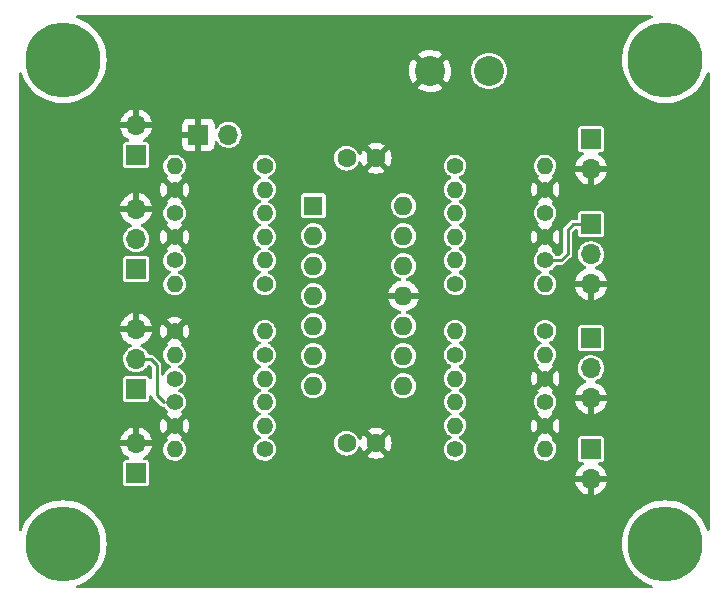
<source format=gbl>
G04 #@! TF.GenerationSoftware,KiCad,Pcbnew,(6.0.1)*
G04 #@! TF.CreationDate,2022-07-29T09:16:18-04:00*
G04 #@! TF.ProjectId,UNI-OPAMP-04,554e492d-4f50-4414-9d50-2d30342e6b69,1*
G04 #@! TF.SameCoordinates,Original*
G04 #@! TF.FileFunction,Copper,L2,Bot*
G04 #@! TF.FilePolarity,Positive*
%FSLAX46Y46*%
G04 Gerber Fmt 4.6, Leading zero omitted, Abs format (unit mm)*
G04 Created by KiCad (PCBNEW (6.0.1)) date 2022-07-29 09:16:18*
%MOMM*%
%LPD*%
G01*
G04 APERTURE LIST*
G04 #@! TA.AperFunction,ComponentPad*
%ADD10R,1.600000X1.600000*%
G04 #@! TD*
G04 #@! TA.AperFunction,ComponentPad*
%ADD11O,1.600000X1.600000*%
G04 #@! TD*
G04 #@! TA.AperFunction,ComponentPad*
%ADD12C,1.600000*%
G04 #@! TD*
G04 #@! TA.AperFunction,ComponentPad*
%ADD13C,6.350000*%
G04 #@! TD*
G04 #@! TA.AperFunction,ComponentPad*
%ADD14C,2.540000*%
G04 #@! TD*
G04 #@! TA.AperFunction,ComponentPad*
%ADD15C,1.400000*%
G04 #@! TD*
G04 #@! TA.AperFunction,ComponentPad*
%ADD16O,1.400000X1.400000*%
G04 #@! TD*
G04 #@! TA.AperFunction,ComponentPad*
%ADD17R,1.700000X1.700000*%
G04 #@! TD*
G04 #@! TA.AperFunction,ComponentPad*
%ADD18O,1.700000X1.700000*%
G04 #@! TD*
G04 #@! TA.AperFunction,Conductor*
%ADD19C,0.254000*%
G04 #@! TD*
G04 APERTURE END LIST*
D10*
X55200000Y-41375000D03*
D11*
X55200000Y-43915000D03*
X55200000Y-46455000D03*
X55200000Y-48995000D03*
X55200000Y-51535000D03*
X55200000Y-54075000D03*
X55200000Y-56615000D03*
X62820000Y-56615000D03*
X62820000Y-54075000D03*
X62820000Y-51535000D03*
X62820000Y-48995000D03*
X62820000Y-46455000D03*
X62820000Y-43915000D03*
X62820000Y-41375000D03*
D12*
X58000000Y-61468000D03*
X60500000Y-61468000D03*
X58000000Y-37338000D03*
X60500000Y-37338000D03*
D13*
X34000000Y-29000000D03*
X85000000Y-29000000D03*
X34000000Y-70000000D03*
X85000000Y-70000000D03*
D14*
X65064000Y-29964000D03*
X70064000Y-29964000D03*
D15*
X43434000Y-46000000D03*
D16*
X51054000Y-46000000D03*
D15*
X43434000Y-44000000D03*
D16*
X51054000Y-44000000D03*
D15*
X43434000Y-40000000D03*
D16*
X51054000Y-40000000D03*
D15*
X43434000Y-42000000D03*
D16*
X51054000Y-42000000D03*
D15*
X43434000Y-56000000D03*
D16*
X51054000Y-56000000D03*
D15*
X43434000Y-52000000D03*
D16*
X51054000Y-52000000D03*
D15*
X43434000Y-60000000D03*
D16*
X51054000Y-60000000D03*
D15*
X43434000Y-58000000D03*
D16*
X51054000Y-58000000D03*
D15*
X51054000Y-62000000D03*
D16*
X43434000Y-62000000D03*
D15*
X51054000Y-38000000D03*
D16*
X43434000Y-38000000D03*
D15*
X74810000Y-52000000D03*
D16*
X67190000Y-52000000D03*
D15*
X74810000Y-56000000D03*
D16*
X67190000Y-56000000D03*
D15*
X74810000Y-60000000D03*
D16*
X67190000Y-60000000D03*
D15*
X74810000Y-58000000D03*
D16*
X67190000Y-58000000D03*
D15*
X74810000Y-46000000D03*
D16*
X67190000Y-46000000D03*
D15*
X74810000Y-44000000D03*
D16*
X67190000Y-44000000D03*
D15*
X74810000Y-40000000D03*
D16*
X67190000Y-40000000D03*
D15*
X74810000Y-42000000D03*
D16*
X67190000Y-42000000D03*
D15*
X67190000Y-38000000D03*
D16*
X74810000Y-38000000D03*
D15*
X67190000Y-62000000D03*
D16*
X74810000Y-62000000D03*
D15*
X51054000Y-48000000D03*
D16*
X43434000Y-48000000D03*
D15*
X51054000Y-54000000D03*
D16*
X43434000Y-54000000D03*
D15*
X67190000Y-54000000D03*
D16*
X74810000Y-54000000D03*
D15*
X67190000Y-48000000D03*
D16*
X74810000Y-48000000D03*
D17*
X45461000Y-35363000D03*
D18*
X48001000Y-35363000D03*
D17*
X40189000Y-64013000D03*
D18*
X40189000Y-61473000D03*
D17*
X78683000Y-35725000D03*
D18*
X78683000Y-38265000D03*
D17*
X78683000Y-61971000D03*
D18*
X78683000Y-64511000D03*
D17*
X40189000Y-46721000D03*
D18*
X40189000Y-44181000D03*
X40189000Y-41641000D03*
D17*
X40189000Y-37089000D03*
D18*
X40189000Y-34549000D03*
D17*
X78683000Y-52593000D03*
D18*
X78683000Y-55133000D03*
X78683000Y-57673000D03*
D17*
X40189000Y-56896000D03*
D18*
X40189000Y-54356000D03*
X40189000Y-51816000D03*
D17*
X78683000Y-42941000D03*
D18*
X78683000Y-45481000D03*
X78683000Y-48021000D03*
D19*
X41910000Y-54864000D02*
X41402000Y-54356000D01*
X43434000Y-58000000D02*
X42750000Y-58000000D01*
X42506000Y-58000000D02*
X41910000Y-57404000D01*
X41402000Y-54356000D02*
X40189000Y-54356000D01*
X41910000Y-57404000D02*
X41910000Y-54864000D01*
X74810000Y-46000000D02*
X76174000Y-46000000D01*
X77201000Y-42941000D02*
X78683000Y-42941000D01*
X76174000Y-46000000D02*
X76708000Y-45466000D01*
X76708000Y-43434000D02*
X77201000Y-42941000D01*
X76708000Y-45466000D02*
X76708000Y-43434000D01*
G04 #@! TA.AperFunction,Conductor*
G36*
X83868409Y-25274002D02*
G01*
X83914902Y-25327658D01*
X83925006Y-25397932D01*
X83895512Y-25462512D01*
X83845442Y-25497631D01*
X83499730Y-25630337D01*
X83496790Y-25631835D01*
X83158664Y-25804119D01*
X83158657Y-25804123D01*
X83155723Y-25805618D01*
X82831922Y-26015896D01*
X82531875Y-26258869D01*
X82258869Y-26531875D01*
X82015896Y-26831922D01*
X81805618Y-27155723D01*
X81630337Y-27499730D01*
X81491976Y-27860174D01*
X81392049Y-28233106D01*
X81365202Y-28402608D01*
X81341541Y-28552000D01*
X81331651Y-28614441D01*
X81311445Y-29000000D01*
X81331651Y-29385559D01*
X81332164Y-29388799D01*
X81332165Y-29388807D01*
X81334379Y-29402785D01*
X81392049Y-29766894D01*
X81491976Y-30139826D01*
X81630337Y-30500270D01*
X81631835Y-30503210D01*
X81788411Y-30810506D01*
X81805618Y-30844277D01*
X81807414Y-30847043D01*
X81807416Y-30847046D01*
X81919198Y-31019176D01*
X82015896Y-31168078D01*
X82258869Y-31468125D01*
X82531875Y-31741131D01*
X82831922Y-31984104D01*
X83155722Y-32194382D01*
X83158656Y-32195877D01*
X83158663Y-32195881D01*
X83496790Y-32368165D01*
X83499730Y-32369663D01*
X83860174Y-32508024D01*
X84233106Y-32607951D01*
X84435643Y-32640030D01*
X84611193Y-32667835D01*
X84611201Y-32667836D01*
X84614441Y-32668349D01*
X85000000Y-32688555D01*
X85385559Y-32668349D01*
X85388799Y-32667836D01*
X85388807Y-32667835D01*
X85564357Y-32640030D01*
X85766894Y-32607951D01*
X86139826Y-32508024D01*
X86500270Y-32369663D01*
X86503210Y-32368165D01*
X86841337Y-32195881D01*
X86841344Y-32195877D01*
X86844278Y-32194382D01*
X87168078Y-31984104D01*
X87468125Y-31741131D01*
X87741131Y-31468125D01*
X87984104Y-31168078D01*
X88080802Y-31019176D01*
X88192584Y-30847046D01*
X88192586Y-30847043D01*
X88194382Y-30844277D01*
X88211590Y-30810506D01*
X88368165Y-30503210D01*
X88369663Y-30500270D01*
X88502369Y-30154558D01*
X88545455Y-30098130D01*
X88612208Y-30073953D01*
X88681435Y-30089704D01*
X88731157Y-30140382D01*
X88746000Y-30199712D01*
X88746000Y-68800288D01*
X88725998Y-68868409D01*
X88672342Y-68914902D01*
X88602068Y-68925006D01*
X88537488Y-68895512D01*
X88502369Y-68845442D01*
X88370847Y-68502815D01*
X88369663Y-68499730D01*
X88194382Y-68155723D01*
X87984104Y-67831922D01*
X87741131Y-67531875D01*
X87468125Y-67258869D01*
X87168078Y-67015896D01*
X86844278Y-66805618D01*
X86841344Y-66804123D01*
X86841337Y-66804119D01*
X86503210Y-66631835D01*
X86500270Y-66630337D01*
X86139826Y-66491976D01*
X85766894Y-66392049D01*
X85564357Y-66359970D01*
X85388807Y-66332165D01*
X85388799Y-66332164D01*
X85385559Y-66331651D01*
X85000000Y-66311445D01*
X84614441Y-66331651D01*
X84611201Y-66332164D01*
X84611193Y-66332165D01*
X84435643Y-66359970D01*
X84233106Y-66392049D01*
X83860174Y-66491976D01*
X83499730Y-66630337D01*
X83496790Y-66631835D01*
X83158664Y-66804119D01*
X83158657Y-66804123D01*
X83155723Y-66805618D01*
X82831922Y-67015896D01*
X82531875Y-67258869D01*
X82258869Y-67531875D01*
X82015896Y-67831922D01*
X81805618Y-68155723D01*
X81630337Y-68499730D01*
X81491976Y-68860174D01*
X81392049Y-69233106D01*
X81331651Y-69614441D01*
X81311445Y-70000000D01*
X81331651Y-70385559D01*
X81392049Y-70766894D01*
X81491976Y-71139826D01*
X81630337Y-71500270D01*
X81805618Y-71844277D01*
X82015896Y-72168078D01*
X82258869Y-72468125D01*
X82531875Y-72741131D01*
X82831922Y-72984104D01*
X83155722Y-73194382D01*
X83158656Y-73195877D01*
X83158663Y-73195881D01*
X83370225Y-73303677D01*
X83499730Y-73369663D01*
X83737289Y-73460853D01*
X83845442Y-73502369D01*
X83901870Y-73545455D01*
X83926047Y-73612208D01*
X83910296Y-73681435D01*
X83859618Y-73731157D01*
X83800288Y-73746000D01*
X35199712Y-73746000D01*
X35131591Y-73725998D01*
X35085098Y-73672342D01*
X35074994Y-73602068D01*
X35104488Y-73537488D01*
X35154558Y-73502369D01*
X35262711Y-73460853D01*
X35500270Y-73369663D01*
X35629775Y-73303677D01*
X35841337Y-73195881D01*
X35841344Y-73195877D01*
X35844278Y-73194382D01*
X36168078Y-72984104D01*
X36468125Y-72741131D01*
X36741131Y-72468125D01*
X36984104Y-72168078D01*
X37194382Y-71844277D01*
X37369663Y-71500270D01*
X37508024Y-71139826D01*
X37607951Y-70766894D01*
X37668349Y-70385559D01*
X37688555Y-70000000D01*
X37668349Y-69614441D01*
X37607951Y-69233106D01*
X37508024Y-68860174D01*
X37369663Y-68499730D01*
X37194382Y-68155723D01*
X36984104Y-67831922D01*
X36741131Y-67531875D01*
X36468125Y-67258869D01*
X36168078Y-67015896D01*
X35844278Y-66805618D01*
X35841344Y-66804123D01*
X35841337Y-66804119D01*
X35503210Y-66631835D01*
X35500270Y-66630337D01*
X35139826Y-66491976D01*
X34766894Y-66392049D01*
X34564357Y-66359970D01*
X34388807Y-66332165D01*
X34388799Y-66332164D01*
X34385559Y-66331651D01*
X34000000Y-66311445D01*
X33614441Y-66331651D01*
X33611201Y-66332164D01*
X33611193Y-66332165D01*
X33435643Y-66359970D01*
X33233106Y-66392049D01*
X32860174Y-66491976D01*
X32499730Y-66630337D01*
X32496790Y-66631835D01*
X32158664Y-66804119D01*
X32158657Y-66804123D01*
X32155723Y-66805618D01*
X31831922Y-67015896D01*
X31531875Y-67258869D01*
X31258869Y-67531875D01*
X31015896Y-67831922D01*
X30805618Y-68155723D01*
X30630337Y-68499730D01*
X30629153Y-68502815D01*
X30497631Y-68845442D01*
X30454545Y-68901870D01*
X30387792Y-68926047D01*
X30318565Y-68910296D01*
X30268843Y-68859618D01*
X30254000Y-68800288D01*
X30254000Y-61740966D01*
X38857257Y-61740966D01*
X38887565Y-61875446D01*
X38890645Y-61885275D01*
X38970770Y-62082603D01*
X38975413Y-62091794D01*
X39086694Y-62273388D01*
X39092777Y-62281699D01*
X39232213Y-62442667D01*
X39239580Y-62449883D01*
X39403434Y-62585916D01*
X39411881Y-62591831D01*
X39552005Y-62673713D01*
X39600729Y-62725352D01*
X39613800Y-62795135D01*
X39587069Y-62860906D01*
X39529022Y-62901785D01*
X39488436Y-62908501D01*
X39313934Y-62908501D01*
X39278182Y-62915612D01*
X39251874Y-62920844D01*
X39251872Y-62920845D01*
X39239699Y-62923266D01*
X39229379Y-62930161D01*
X39229378Y-62930162D01*
X39219528Y-62936744D01*
X39155516Y-62979516D01*
X39099266Y-63063699D01*
X39084500Y-63137933D01*
X39084501Y-64888066D01*
X39099266Y-64962301D01*
X39106161Y-64972620D01*
X39106162Y-64972622D01*
X39146516Y-65033015D01*
X39155516Y-65046484D01*
X39239699Y-65102734D01*
X39313933Y-65117500D01*
X40188858Y-65117500D01*
X41064066Y-65117499D01*
X41099818Y-65110388D01*
X41126126Y-65105156D01*
X41126128Y-65105155D01*
X41138301Y-65102734D01*
X41148621Y-65095839D01*
X41148622Y-65095838D01*
X41212168Y-65053377D01*
X41222484Y-65046484D01*
X41278734Y-64962301D01*
X41293500Y-64888067D01*
X41293500Y-64778966D01*
X77351257Y-64778966D01*
X77381565Y-64913446D01*
X77384645Y-64923275D01*
X77464770Y-65120603D01*
X77469413Y-65129794D01*
X77580694Y-65311388D01*
X77586777Y-65319699D01*
X77726213Y-65480667D01*
X77733580Y-65487883D01*
X77897434Y-65623916D01*
X77905881Y-65629831D01*
X78089756Y-65737279D01*
X78099042Y-65741729D01*
X78298001Y-65817703D01*
X78307899Y-65820579D01*
X78411250Y-65841606D01*
X78425299Y-65840410D01*
X78429000Y-65830065D01*
X78429000Y-65829517D01*
X78937000Y-65829517D01*
X78941064Y-65843359D01*
X78954478Y-65845393D01*
X78961184Y-65844534D01*
X78971262Y-65842392D01*
X79175255Y-65781191D01*
X79184842Y-65777433D01*
X79376095Y-65683739D01*
X79384945Y-65678464D01*
X79558328Y-65554792D01*
X79566200Y-65548139D01*
X79717052Y-65397812D01*
X79723730Y-65389965D01*
X79848003Y-65217020D01*
X79853313Y-65208183D01*
X79947670Y-65017267D01*
X79951469Y-65007672D01*
X80013377Y-64803910D01*
X80015555Y-64793837D01*
X80016986Y-64782962D01*
X80014775Y-64768778D01*
X80001617Y-64765000D01*
X78955115Y-64765000D01*
X78939876Y-64769475D01*
X78938671Y-64770865D01*
X78937000Y-64778548D01*
X78937000Y-65829517D01*
X78429000Y-65829517D01*
X78429000Y-64783115D01*
X78424525Y-64767876D01*
X78423135Y-64766671D01*
X78415452Y-64765000D01*
X77366225Y-64765000D01*
X77352694Y-64768973D01*
X77351257Y-64778966D01*
X41293500Y-64778966D01*
X41293500Y-64245183D01*
X77347389Y-64245183D01*
X77348912Y-64253607D01*
X77361292Y-64257000D01*
X80001344Y-64257000D01*
X80014875Y-64253027D01*
X80016180Y-64243947D01*
X79974214Y-64076875D01*
X79970894Y-64067124D01*
X79885972Y-63871814D01*
X79881105Y-63862739D01*
X79765426Y-63683926D01*
X79759136Y-63675757D01*
X79615806Y-63518240D01*
X79608273Y-63511215D01*
X79441139Y-63379222D01*
X79432552Y-63373517D01*
X79320765Y-63311807D01*
X79270795Y-63261375D01*
X79256023Y-63191932D01*
X79281139Y-63125527D01*
X79338170Y-63083242D01*
X79381658Y-63075499D01*
X79558066Y-63075499D01*
X79593818Y-63068388D01*
X79620126Y-63063156D01*
X79620128Y-63063155D01*
X79632301Y-63060734D01*
X79642621Y-63053839D01*
X79642622Y-63053838D01*
X79706168Y-63011377D01*
X79716484Y-63004484D01*
X79772734Y-62920301D01*
X79787500Y-62846067D01*
X79787499Y-61095934D01*
X79776554Y-61040905D01*
X79775156Y-61033874D01*
X79775155Y-61033872D01*
X79772734Y-61021699D01*
X79763227Y-61007470D01*
X79723377Y-60947832D01*
X79716484Y-60937516D01*
X79632301Y-60881266D01*
X79558067Y-60866500D01*
X78683142Y-60866500D01*
X77807934Y-60866501D01*
X77772182Y-60873612D01*
X77745874Y-60878844D01*
X77745872Y-60878845D01*
X77733699Y-60881266D01*
X77723379Y-60888161D01*
X77723378Y-60888162D01*
X77675512Y-60920146D01*
X77649516Y-60937516D01*
X77593266Y-61021699D01*
X77578500Y-61095933D01*
X77578501Y-62846066D01*
X77585032Y-62878900D01*
X77588406Y-62895864D01*
X77593266Y-62920301D01*
X77600161Y-62930620D01*
X77600162Y-62930622D01*
X77618747Y-62958436D01*
X77649516Y-63004484D01*
X77733699Y-63060734D01*
X77807933Y-63075500D01*
X77984500Y-63075500D01*
X78052621Y-63095502D01*
X78099114Y-63149158D01*
X78109218Y-63219432D01*
X78079724Y-63284012D01*
X78042681Y-63313263D01*
X77961458Y-63355545D01*
X77952738Y-63361036D01*
X77782433Y-63488905D01*
X77774726Y-63495748D01*
X77627590Y-63649717D01*
X77621104Y-63657727D01*
X77501098Y-63833649D01*
X77496000Y-63842623D01*
X77406338Y-64035783D01*
X77402775Y-64045470D01*
X77347389Y-64245183D01*
X41293500Y-64245183D01*
X41293499Y-63137934D01*
X41286388Y-63102182D01*
X41281156Y-63075874D01*
X41281155Y-63075872D01*
X41278734Y-63063699D01*
X41222484Y-62979516D01*
X41158472Y-62936744D01*
X41148620Y-62930161D01*
X41138301Y-62923266D01*
X41064067Y-62908500D01*
X40889334Y-62908500D01*
X40821213Y-62888498D01*
X40774720Y-62834842D01*
X40764616Y-62764568D01*
X40794110Y-62699988D01*
X40833902Y-62669348D01*
X40882100Y-62645736D01*
X40890945Y-62640464D01*
X41064328Y-62516792D01*
X41072200Y-62510139D01*
X41223052Y-62359812D01*
X41229730Y-62351965D01*
X41354003Y-62179020D01*
X41359313Y-62170183D01*
X41450041Y-61986609D01*
X42474975Y-61986609D01*
X42475491Y-61992752D01*
X42486136Y-62119511D01*
X42490639Y-62173139D01*
X42492338Y-62179064D01*
X42498121Y-62199230D01*
X42542235Y-62353075D01*
X42545050Y-62358552D01*
X42545051Y-62358555D01*
X42622954Y-62510139D01*
X42627797Y-62519562D01*
X42631620Y-62524386D01*
X42631623Y-62524390D01*
X42685077Y-62591831D01*
X42744068Y-62666259D01*
X42886618Y-62787579D01*
X42891996Y-62790585D01*
X42891998Y-62790586D01*
X42926396Y-62809810D01*
X43050018Y-62878900D01*
X43228043Y-62936744D01*
X43413914Y-62958908D01*
X43420049Y-62958436D01*
X43420051Y-62958436D01*
X43594408Y-62945020D01*
X43594413Y-62945019D01*
X43600549Y-62944547D01*
X43606479Y-62942891D01*
X43606481Y-62942891D01*
X43730995Y-62908126D01*
X43780841Y-62894209D01*
X43811148Y-62878900D01*
X43888399Y-62839877D01*
X43947921Y-62809810D01*
X43966705Y-62795135D01*
X44090571Y-62698360D01*
X44090572Y-62698360D01*
X44095427Y-62694566D01*
X44189211Y-62585916D01*
X44213709Y-62557535D01*
X44213710Y-62557533D01*
X44217738Y-62552867D01*
X44310198Y-62390108D01*
X44369283Y-62212491D01*
X44392744Y-62026780D01*
X44393118Y-62000000D01*
X44391805Y-61986609D01*
X50094975Y-61986609D01*
X50095491Y-61992752D01*
X50106136Y-62119511D01*
X50110639Y-62173139D01*
X50112338Y-62179064D01*
X50118121Y-62199230D01*
X50162235Y-62353075D01*
X50165050Y-62358552D01*
X50165051Y-62358555D01*
X50242954Y-62510139D01*
X50247797Y-62519562D01*
X50251620Y-62524386D01*
X50251623Y-62524390D01*
X50305077Y-62591831D01*
X50364068Y-62666259D01*
X50506618Y-62787579D01*
X50511996Y-62790585D01*
X50511998Y-62790586D01*
X50546396Y-62809810D01*
X50670018Y-62878900D01*
X50848043Y-62936744D01*
X51033914Y-62958908D01*
X51040049Y-62958436D01*
X51040051Y-62958436D01*
X51214408Y-62945020D01*
X51214413Y-62945019D01*
X51220549Y-62944547D01*
X51226479Y-62942891D01*
X51226481Y-62942891D01*
X51350995Y-62908126D01*
X51400841Y-62894209D01*
X51431148Y-62878900D01*
X51508399Y-62839877D01*
X51567921Y-62809810D01*
X51586705Y-62795135D01*
X51710571Y-62698360D01*
X51710572Y-62698360D01*
X51715427Y-62694566D01*
X51809211Y-62585916D01*
X51833709Y-62557535D01*
X51833710Y-62557533D01*
X51836706Y-62554062D01*
X59778493Y-62554062D01*
X59787789Y-62566077D01*
X59838994Y-62601931D01*
X59848489Y-62607414D01*
X60045947Y-62699490D01*
X60056239Y-62703236D01*
X60266688Y-62759625D01*
X60277481Y-62761528D01*
X60494525Y-62780517D01*
X60505475Y-62780517D01*
X60722519Y-62761528D01*
X60733312Y-62759625D01*
X60943761Y-62703236D01*
X60954053Y-62699490D01*
X61151511Y-62607414D01*
X61161006Y-62601931D01*
X61213048Y-62565491D01*
X61221424Y-62555012D01*
X61214356Y-62541566D01*
X60512812Y-61840022D01*
X60498868Y-61832408D01*
X60497035Y-61832539D01*
X60490420Y-61836790D01*
X59784923Y-62542287D01*
X59778493Y-62554062D01*
X51836706Y-62554062D01*
X51837738Y-62552867D01*
X51930198Y-62390108D01*
X51989283Y-62212491D01*
X52012744Y-62026780D01*
X52013118Y-62000000D01*
X51994852Y-61813706D01*
X51940749Y-61634509D01*
X51867946Y-61497586D01*
X51855764Y-61474674D01*
X51855762Y-61474671D01*
X51852870Y-61469232D01*
X51848980Y-61464462D01*
X51848977Y-61464458D01*
X51839800Y-61453206D01*
X56940501Y-61453206D01*
X56957806Y-61659278D01*
X57014807Y-61858066D01*
X57017625Y-61863548D01*
X57017626Y-61863552D01*
X57106514Y-62036509D01*
X57106517Y-62036513D01*
X57109334Y-62041995D01*
X57237786Y-62204061D01*
X57242479Y-62208055D01*
X57242480Y-62208056D01*
X57329011Y-62281699D01*
X57395271Y-62338091D01*
X57575789Y-62438980D01*
X57772466Y-62502884D01*
X57977809Y-62527370D01*
X57983944Y-62526898D01*
X57983946Y-62526898D01*
X58177856Y-62511977D01*
X58177860Y-62511976D01*
X58183998Y-62511504D01*
X58383178Y-62455892D01*
X58388682Y-62453112D01*
X58388684Y-62453111D01*
X58562262Y-62365431D01*
X58562264Y-62365430D01*
X58567763Y-62362652D01*
X58730722Y-62235334D01*
X58734748Y-62230670D01*
X58734751Y-62230667D01*
X58861819Y-62083457D01*
X58861820Y-62083455D01*
X58865848Y-62078789D01*
X58967995Y-61898979D01*
X58997902Y-61809074D01*
X59038384Y-61750749D01*
X59103972Y-61723569D01*
X59173842Y-61736163D01*
X59225812Y-61784533D01*
X59239168Y-61816234D01*
X59264764Y-61911761D01*
X59268510Y-61922053D01*
X59360586Y-62119511D01*
X59366069Y-62129006D01*
X59402509Y-62181048D01*
X59412988Y-62189424D01*
X59426434Y-62182356D01*
X60127978Y-61480812D01*
X60134356Y-61469132D01*
X60864408Y-61469132D01*
X60864539Y-61470965D01*
X60868790Y-61477580D01*
X61574287Y-62183077D01*
X61586062Y-62189507D01*
X61598077Y-62180211D01*
X61633931Y-62129006D01*
X61639414Y-62119511D01*
X61701387Y-61986609D01*
X66230975Y-61986609D01*
X66231491Y-61992752D01*
X66242136Y-62119511D01*
X66246639Y-62173139D01*
X66248338Y-62179064D01*
X66254121Y-62199230D01*
X66298235Y-62353075D01*
X66301050Y-62358552D01*
X66301051Y-62358555D01*
X66378954Y-62510139D01*
X66383797Y-62519562D01*
X66387620Y-62524386D01*
X66387623Y-62524390D01*
X66441077Y-62591831D01*
X66500068Y-62666259D01*
X66642618Y-62787579D01*
X66647996Y-62790585D01*
X66647998Y-62790586D01*
X66682396Y-62809810D01*
X66806018Y-62878900D01*
X66984043Y-62936744D01*
X67169914Y-62958908D01*
X67176049Y-62958436D01*
X67176051Y-62958436D01*
X67350408Y-62945020D01*
X67350413Y-62945019D01*
X67356549Y-62944547D01*
X67362479Y-62942891D01*
X67362481Y-62942891D01*
X67486995Y-62908126D01*
X67536841Y-62894209D01*
X67567148Y-62878900D01*
X67644399Y-62839877D01*
X67703921Y-62809810D01*
X67722705Y-62795135D01*
X67846571Y-62698360D01*
X67846572Y-62698360D01*
X67851427Y-62694566D01*
X67945211Y-62585916D01*
X67969709Y-62557535D01*
X67969710Y-62557533D01*
X67973738Y-62552867D01*
X68066198Y-62390108D01*
X68125283Y-62212491D01*
X68148744Y-62026780D01*
X68149118Y-62000000D01*
X68147805Y-61986609D01*
X73850975Y-61986609D01*
X73851491Y-61992752D01*
X73862136Y-62119511D01*
X73866639Y-62173139D01*
X73868338Y-62179064D01*
X73874121Y-62199230D01*
X73918235Y-62353075D01*
X73921050Y-62358552D01*
X73921051Y-62358555D01*
X73998954Y-62510139D01*
X74003797Y-62519562D01*
X74007620Y-62524386D01*
X74007623Y-62524390D01*
X74061077Y-62591831D01*
X74120068Y-62666259D01*
X74262618Y-62787579D01*
X74267996Y-62790585D01*
X74267998Y-62790586D01*
X74302396Y-62809810D01*
X74426018Y-62878900D01*
X74604043Y-62936744D01*
X74789914Y-62958908D01*
X74796049Y-62958436D01*
X74796051Y-62958436D01*
X74970408Y-62945020D01*
X74970413Y-62945019D01*
X74976549Y-62944547D01*
X74982479Y-62942891D01*
X74982481Y-62942891D01*
X75106995Y-62908126D01*
X75156841Y-62894209D01*
X75187148Y-62878900D01*
X75264399Y-62839877D01*
X75323921Y-62809810D01*
X75342705Y-62795135D01*
X75466571Y-62698360D01*
X75466572Y-62698360D01*
X75471427Y-62694566D01*
X75565211Y-62585916D01*
X75589709Y-62557535D01*
X75589710Y-62557533D01*
X75593738Y-62552867D01*
X75686198Y-62390108D01*
X75745283Y-62212491D01*
X75768744Y-62026780D01*
X75769118Y-62000000D01*
X75750852Y-61813706D01*
X75696749Y-61634509D01*
X75623946Y-61497586D01*
X75611764Y-61474674D01*
X75611762Y-61474671D01*
X75608870Y-61469232D01*
X75604980Y-61464462D01*
X75604977Y-61464458D01*
X75494457Y-61328948D01*
X75494454Y-61328945D01*
X75490562Y-61324173D01*
X75404249Y-61252768D01*
X75364512Y-61193936D01*
X75362889Y-61122958D01*
X75399898Y-61062371D01*
X75416421Y-61050318D01*
X75416307Y-61050155D01*
X75451248Y-61025689D01*
X75459623Y-61015212D01*
X75452554Y-61001764D01*
X74822812Y-60372022D01*
X74808868Y-60364408D01*
X74807035Y-60364539D01*
X74800420Y-60368790D01*
X74166724Y-61002486D01*
X74160294Y-61014261D01*
X74169590Y-61026276D01*
X74203693Y-61050155D01*
X74202943Y-61051226D01*
X74247571Y-61098035D01*
X74261004Y-61167749D01*
X74234614Y-61233659D01*
X74214529Y-61253961D01*
X74138940Y-61314736D01*
X74018619Y-61458130D01*
X74015655Y-61463522D01*
X74015652Y-61463526D01*
X73941455Y-61598491D01*
X73928441Y-61622163D01*
X73926580Y-61628030D01*
X73926579Y-61628032D01*
X73876934Y-61784533D01*
X73871841Y-61800588D01*
X73850975Y-61986609D01*
X68147805Y-61986609D01*
X68130852Y-61813706D01*
X68076749Y-61634509D01*
X68003946Y-61497586D01*
X67991764Y-61474674D01*
X67991762Y-61474671D01*
X67988870Y-61469232D01*
X67984980Y-61464462D01*
X67984977Y-61464458D01*
X67874457Y-61328948D01*
X67874454Y-61328945D01*
X67870562Y-61324173D01*
X67726332Y-61204855D01*
X67561673Y-61115824D01*
X67558565Y-61114862D01*
X67504298Y-61070664D01*
X67482228Y-61003186D01*
X67500142Y-60934486D01*
X67551358Y-60886876D01*
X67599686Y-60862463D01*
X67703921Y-60809810D01*
X67722047Y-60795649D01*
X67846571Y-60698360D01*
X67846572Y-60698360D01*
X67851427Y-60694566D01*
X67973738Y-60552867D01*
X68066198Y-60390108D01*
X68125283Y-60212491D01*
X68148744Y-60026780D01*
X68149042Y-60005475D01*
X73597865Y-60005475D01*
X73615329Y-60205091D01*
X73617231Y-60215878D01*
X73669093Y-60409429D01*
X73672841Y-60419723D01*
X73757521Y-60601323D01*
X73762999Y-60610811D01*
X73784311Y-60641248D01*
X73794788Y-60649623D01*
X73808236Y-60642554D01*
X74437978Y-60012812D01*
X74444356Y-60001132D01*
X75174408Y-60001132D01*
X75174539Y-60002965D01*
X75178790Y-60009580D01*
X75812486Y-60643276D01*
X75824261Y-60649706D01*
X75836276Y-60640410D01*
X75857001Y-60610811D01*
X75862479Y-60601323D01*
X75947159Y-60419723D01*
X75950907Y-60409429D01*
X76002769Y-60215878D01*
X76004671Y-60205091D01*
X76022135Y-60005475D01*
X76022135Y-59994525D01*
X76004671Y-59794909D01*
X76002769Y-59784122D01*
X75950907Y-59590571D01*
X75947159Y-59580277D01*
X75862479Y-59398677D01*
X75857001Y-59389189D01*
X75835689Y-59358752D01*
X75825212Y-59350377D01*
X75811764Y-59357446D01*
X75182022Y-59987188D01*
X75174408Y-60001132D01*
X74444356Y-60001132D01*
X74445592Y-59998868D01*
X74445461Y-59997035D01*
X74441210Y-59990420D01*
X73807514Y-59356724D01*
X73795739Y-59350294D01*
X73783724Y-59359590D01*
X73762999Y-59389189D01*
X73757521Y-59398677D01*
X73672841Y-59580277D01*
X73669093Y-59590571D01*
X73617231Y-59784122D01*
X73615329Y-59794909D01*
X73597865Y-59994525D01*
X73597865Y-60005475D01*
X68149042Y-60005475D01*
X68149118Y-60000000D01*
X68130852Y-59813706D01*
X68076749Y-59634509D01*
X68073305Y-59628032D01*
X67991764Y-59474674D01*
X67991762Y-59474671D01*
X67988870Y-59469232D01*
X67984980Y-59464462D01*
X67984977Y-59464458D01*
X67874457Y-59328948D01*
X67874454Y-59328945D01*
X67870562Y-59324173D01*
X67726332Y-59204855D01*
X67561673Y-59115824D01*
X67558565Y-59114862D01*
X67504298Y-59070664D01*
X67482228Y-59003186D01*
X67500142Y-58934486D01*
X67551358Y-58886876D01*
X67643237Y-58840464D01*
X67703921Y-58809810D01*
X67732376Y-58787579D01*
X67846571Y-58698360D01*
X67846572Y-58698360D01*
X67851427Y-58694566D01*
X67939844Y-58592134D01*
X67969709Y-58557535D01*
X67969710Y-58557533D01*
X67973738Y-58552867D01*
X68066198Y-58390108D01*
X68125283Y-58212491D01*
X68148744Y-58026780D01*
X68149118Y-58000000D01*
X68147805Y-57986609D01*
X73850975Y-57986609D01*
X73866639Y-58173139D01*
X73918235Y-58353075D01*
X73921050Y-58358552D01*
X73921051Y-58358555D01*
X73933987Y-58383725D01*
X74003797Y-58519562D01*
X74007620Y-58524386D01*
X74007623Y-58524390D01*
X74101369Y-58642667D01*
X74120068Y-58666259D01*
X74124762Y-58670254D01*
X74216764Y-58748554D01*
X74255677Y-58807937D01*
X74256308Y-58878931D01*
X74218456Y-58938996D01*
X74203582Y-58949687D01*
X74203693Y-58949845D01*
X74168752Y-58974311D01*
X74160377Y-58984788D01*
X74167446Y-58998236D01*
X74797188Y-59627978D01*
X74811132Y-59635592D01*
X74812965Y-59635461D01*
X74819580Y-59631210D01*
X75453276Y-58997514D01*
X75459706Y-58985739D01*
X75450410Y-58973724D01*
X75416307Y-58949845D01*
X75417068Y-58948758D01*
X75372486Y-58902004D01*
X75359048Y-58832291D01*
X75385433Y-58766379D01*
X75406905Y-58744976D01*
X75466571Y-58698360D01*
X75466572Y-58698360D01*
X75471427Y-58694566D01*
X75559844Y-58592134D01*
X75589709Y-58557535D01*
X75589710Y-58557533D01*
X75593738Y-58552867D01*
X75686198Y-58390108D01*
X75745283Y-58212491D01*
X75768744Y-58026780D01*
X75769118Y-58000000D01*
X75763330Y-57940966D01*
X77351257Y-57940966D01*
X77381565Y-58075446D01*
X77384645Y-58085275D01*
X77464770Y-58282603D01*
X77469413Y-58291794D01*
X77580694Y-58473388D01*
X77586777Y-58481699D01*
X77726213Y-58642667D01*
X77733580Y-58649883D01*
X77897434Y-58785916D01*
X77905881Y-58791831D01*
X78089756Y-58899279D01*
X78099042Y-58903729D01*
X78298001Y-58979703D01*
X78307899Y-58982579D01*
X78411250Y-59003606D01*
X78425299Y-59002410D01*
X78429000Y-58992065D01*
X78429000Y-58991517D01*
X78937000Y-58991517D01*
X78941064Y-59005359D01*
X78954478Y-59007393D01*
X78961184Y-59006534D01*
X78971262Y-59004392D01*
X79175255Y-58943191D01*
X79184842Y-58939433D01*
X79376095Y-58845739D01*
X79384945Y-58840464D01*
X79558328Y-58716792D01*
X79566200Y-58710139D01*
X79717052Y-58559812D01*
X79723730Y-58551965D01*
X79848003Y-58379020D01*
X79853313Y-58370183D01*
X79947670Y-58179267D01*
X79951469Y-58169672D01*
X80013377Y-57965910D01*
X80015555Y-57955837D01*
X80016986Y-57944962D01*
X80014775Y-57930778D01*
X80001617Y-57927000D01*
X78955115Y-57927000D01*
X78939876Y-57931475D01*
X78938671Y-57932865D01*
X78937000Y-57940548D01*
X78937000Y-58991517D01*
X78429000Y-58991517D01*
X78429000Y-57945115D01*
X78424525Y-57929876D01*
X78423135Y-57928671D01*
X78415452Y-57927000D01*
X77366225Y-57927000D01*
X77352694Y-57930973D01*
X77351257Y-57940966D01*
X75763330Y-57940966D01*
X75750852Y-57813706D01*
X75696749Y-57634509D01*
X75670946Y-57585980D01*
X75611764Y-57474674D01*
X75611762Y-57474671D01*
X75608870Y-57469232D01*
X75604980Y-57464462D01*
X75604977Y-57464458D01*
X75558264Y-57407183D01*
X77347389Y-57407183D01*
X77348912Y-57415607D01*
X77361292Y-57419000D01*
X80001344Y-57419000D01*
X80014875Y-57415027D01*
X80016180Y-57405947D01*
X79974214Y-57238875D01*
X79970894Y-57229124D01*
X79885972Y-57033814D01*
X79881105Y-57024739D01*
X79765426Y-56845926D01*
X79759136Y-56837757D01*
X79615806Y-56680240D01*
X79608273Y-56673215D01*
X79441139Y-56541222D01*
X79432552Y-56535517D01*
X79246117Y-56432599D01*
X79236705Y-56428369D01*
X79122391Y-56387888D01*
X79064855Y-56346294D01*
X79038939Y-56280196D01*
X79052873Y-56210580D01*
X79102232Y-56159549D01*
X79123943Y-56149804D01*
X79134165Y-56146334D01*
X79311276Y-56047147D01*
X79331552Y-56030284D01*
X79444460Y-55936378D01*
X79467345Y-55917345D01*
X79512946Y-55862516D01*
X79593453Y-55765718D01*
X79593455Y-55765715D01*
X79597147Y-55761276D01*
X79667098Y-55636370D01*
X79693510Y-55589208D01*
X79693511Y-55589206D01*
X79696334Y-55584165D01*
X79698190Y-55578698D01*
X79698192Y-55578693D01*
X79759728Y-55397414D01*
X79759729Y-55397409D01*
X79761584Y-55391945D01*
X79762412Y-55386236D01*
X79762413Y-55386231D01*
X79786800Y-55218035D01*
X79790712Y-55191053D01*
X79792232Y-55133000D01*
X79779783Y-54997514D01*
X79774187Y-54936613D01*
X79774186Y-54936610D01*
X79773658Y-54930859D01*
X79767949Y-54910616D01*
X79720125Y-54741046D01*
X79720124Y-54741044D01*
X79718557Y-54735487D01*
X79714012Y-54726269D01*
X79631331Y-54558609D01*
X79628776Y-54553428D01*
X79507320Y-54390779D01*
X79358258Y-54252987D01*
X79353375Y-54249906D01*
X79353371Y-54249903D01*
X79191464Y-54147748D01*
X79186581Y-54144667D01*
X78998039Y-54069446D01*
X78992379Y-54068320D01*
X78992375Y-54068319D01*
X78804613Y-54030971D01*
X78804610Y-54030971D01*
X78798946Y-54029844D01*
X78793171Y-54029768D01*
X78793167Y-54029768D01*
X78691793Y-54028441D01*
X78595971Y-54027187D01*
X78590274Y-54028166D01*
X78590273Y-54028166D01*
X78448385Y-54052547D01*
X78395910Y-54061564D01*
X78205463Y-54131824D01*
X78031010Y-54235612D01*
X78026670Y-54239418D01*
X78026666Y-54239421D01*
X77903825Y-54347151D01*
X77878392Y-54369455D01*
X77752720Y-54528869D01*
X77750031Y-54533980D01*
X77750029Y-54533983D01*
X77720480Y-54590146D01*
X77658203Y-54708515D01*
X77619770Y-54832291D01*
X77600544Y-54894209D01*
X77598007Y-54902378D01*
X77574148Y-55103964D01*
X77587424Y-55306522D01*
X77588845Y-55312118D01*
X77588846Y-55312123D01*
X77630130Y-55474674D01*
X77637392Y-55503269D01*
X77639809Y-55508512D01*
X77696993Y-55632554D01*
X77722377Y-55687616D01*
X77725710Y-55692332D01*
X77811104Y-55813162D01*
X77839533Y-55853389D01*
X77843675Y-55857424D01*
X77859492Y-55872832D01*
X77984938Y-55995035D01*
X77989742Y-55998245D01*
X78057400Y-56043453D01*
X78153720Y-56107812D01*
X78159023Y-56110090D01*
X78159026Y-56110092D01*
X78255954Y-56151735D01*
X78310647Y-56197003D01*
X78332184Y-56264654D01*
X78313727Y-56333210D01*
X78261136Y-56380904D01*
X78245361Y-56387268D01*
X78159868Y-56415212D01*
X78150359Y-56419209D01*
X77961463Y-56517542D01*
X77952738Y-56523036D01*
X77782433Y-56650905D01*
X77774726Y-56657748D01*
X77627590Y-56811717D01*
X77621104Y-56819727D01*
X77501098Y-56995649D01*
X77496000Y-57004623D01*
X77406338Y-57197783D01*
X77402775Y-57207470D01*
X77347389Y-57407183D01*
X75558264Y-57407183D01*
X75494457Y-57328948D01*
X75494454Y-57328945D01*
X75490562Y-57324173D01*
X75404249Y-57252768D01*
X75364512Y-57193936D01*
X75362889Y-57122958D01*
X75399898Y-57062371D01*
X75416421Y-57050318D01*
X75416307Y-57050155D01*
X75451248Y-57025689D01*
X75459623Y-57015212D01*
X75452554Y-57001764D01*
X74822812Y-56372022D01*
X74808868Y-56364408D01*
X74807035Y-56364539D01*
X74800420Y-56368790D01*
X74166724Y-57002486D01*
X74160294Y-57014261D01*
X74169590Y-57026276D01*
X74203693Y-57050155D01*
X74202943Y-57051226D01*
X74247571Y-57098035D01*
X74261004Y-57167749D01*
X74234614Y-57233659D01*
X74214529Y-57253961D01*
X74138940Y-57314736D01*
X74018619Y-57458130D01*
X74015655Y-57463522D01*
X74015652Y-57463526D01*
X73987754Y-57514273D01*
X73928441Y-57622163D01*
X73926580Y-57628030D01*
X73926579Y-57628032D01*
X73883169Y-57764877D01*
X73871841Y-57800588D01*
X73850975Y-57986609D01*
X68147805Y-57986609D01*
X68130852Y-57813706D01*
X68076749Y-57634509D01*
X68050946Y-57585980D01*
X67991764Y-57474674D01*
X67991762Y-57474671D01*
X67988870Y-57469232D01*
X67984980Y-57464462D01*
X67984977Y-57464458D01*
X67874457Y-57328948D01*
X67874454Y-57328945D01*
X67870562Y-57324173D01*
X67726332Y-57204855D01*
X67561673Y-57115824D01*
X67558565Y-57114862D01*
X67504298Y-57070664D01*
X67482228Y-57003186D01*
X67500142Y-56934486D01*
X67551358Y-56886876D01*
X67632424Y-56845926D01*
X67703921Y-56809810D01*
X67716304Y-56800136D01*
X67846571Y-56698360D01*
X67846572Y-56698360D01*
X67851427Y-56694566D01*
X67973738Y-56552867D01*
X68066198Y-56390108D01*
X68125283Y-56212491D01*
X68148744Y-56026780D01*
X68149042Y-56005475D01*
X73597865Y-56005475D01*
X73615329Y-56205091D01*
X73617231Y-56215878D01*
X73669093Y-56409429D01*
X73672841Y-56419723D01*
X73757521Y-56601323D01*
X73762999Y-56610811D01*
X73784311Y-56641248D01*
X73794788Y-56649623D01*
X73808236Y-56642554D01*
X74437978Y-56012812D01*
X74444356Y-56001132D01*
X75174408Y-56001132D01*
X75174539Y-56002965D01*
X75178790Y-56009580D01*
X75812486Y-56643276D01*
X75824261Y-56649706D01*
X75836276Y-56640410D01*
X75857001Y-56610811D01*
X75862479Y-56601323D01*
X75947159Y-56419723D01*
X75950907Y-56409429D01*
X76002769Y-56215878D01*
X76004671Y-56205091D01*
X76022135Y-56005475D01*
X76022135Y-55994525D01*
X76004671Y-55794909D01*
X76002769Y-55784122D01*
X75950907Y-55590571D01*
X75947159Y-55580277D01*
X75862479Y-55398677D01*
X75857001Y-55389189D01*
X75835689Y-55358752D01*
X75825212Y-55350377D01*
X75811764Y-55357446D01*
X75182022Y-55987188D01*
X75174408Y-56001132D01*
X74444356Y-56001132D01*
X74445592Y-55998868D01*
X74445461Y-55997035D01*
X74441210Y-55990420D01*
X73807514Y-55356724D01*
X73795739Y-55350294D01*
X73783724Y-55359590D01*
X73762999Y-55389189D01*
X73757521Y-55398677D01*
X73672841Y-55580277D01*
X73669093Y-55590571D01*
X73617231Y-55784122D01*
X73615329Y-55794909D01*
X73597865Y-55994525D01*
X73597865Y-56005475D01*
X68149042Y-56005475D01*
X68149118Y-56000000D01*
X68130852Y-55813706D01*
X68076749Y-55634509D01*
X68073305Y-55628032D01*
X67991764Y-55474674D01*
X67991762Y-55474671D01*
X67988870Y-55469232D01*
X67984980Y-55464462D01*
X67984977Y-55464458D01*
X67874457Y-55328948D01*
X67874454Y-55328945D01*
X67870562Y-55324173D01*
X67726332Y-55204855D01*
X67586606Y-55129305D01*
X67567094Y-55118755D01*
X67567093Y-55118755D01*
X67561673Y-55115824D01*
X67558565Y-55114862D01*
X67504298Y-55070664D01*
X67482228Y-55003186D01*
X67500142Y-54934486D01*
X67551358Y-54886876D01*
X67638852Y-54842679D01*
X67703921Y-54809810D01*
X67732376Y-54787579D01*
X67846571Y-54698360D01*
X67846572Y-54698360D01*
X67851427Y-54694566D01*
X67973738Y-54552867D01*
X68066198Y-54390108D01*
X68125283Y-54212491D01*
X68148744Y-54026780D01*
X68149118Y-54000000D01*
X68147805Y-53986609D01*
X73850975Y-53986609D01*
X73853402Y-54015512D01*
X73863170Y-54131824D01*
X73866639Y-54173139D01*
X73868338Y-54179064D01*
X73910748Y-54326964D01*
X73918235Y-54353075D01*
X73921050Y-54358552D01*
X73921051Y-54358555D01*
X74000982Y-54514085D01*
X74003797Y-54519562D01*
X74007620Y-54524386D01*
X74007623Y-54524390D01*
X74106188Y-54648747D01*
X74120068Y-54666259D01*
X74124762Y-54670254D01*
X74216764Y-54748554D01*
X74255677Y-54807937D01*
X74256308Y-54878931D01*
X74218456Y-54938996D01*
X74203582Y-54949687D01*
X74203693Y-54949845D01*
X74168752Y-54974311D01*
X74160377Y-54984788D01*
X74167446Y-54998236D01*
X74797188Y-55627978D01*
X74811132Y-55635592D01*
X74812965Y-55635461D01*
X74819580Y-55631210D01*
X75453276Y-54997514D01*
X75459706Y-54985739D01*
X75450410Y-54973724D01*
X75416307Y-54949845D01*
X75417068Y-54948758D01*
X75372486Y-54902004D01*
X75359048Y-54832291D01*
X75385433Y-54766379D01*
X75406905Y-54744976D01*
X75466571Y-54698360D01*
X75466572Y-54698360D01*
X75471427Y-54694566D01*
X75593738Y-54552867D01*
X75686198Y-54390108D01*
X75745283Y-54212491D01*
X75768744Y-54026780D01*
X75769118Y-54000000D01*
X75750852Y-53813706D01*
X75696749Y-53634509D01*
X75683640Y-53609855D01*
X75611764Y-53474674D01*
X75611762Y-53474671D01*
X75608870Y-53469232D01*
X75604980Y-53464462D01*
X75604977Y-53464458D01*
X75494457Y-53328948D01*
X75494454Y-53328945D01*
X75490562Y-53324173D01*
X75483032Y-53317943D01*
X75374393Y-53228069D01*
X75346332Y-53204855D01*
X75181673Y-53115824D01*
X75178565Y-53114862D01*
X75124298Y-53070664D01*
X75102228Y-53003186D01*
X75120142Y-52934486D01*
X75171358Y-52886876D01*
X75238145Y-52853139D01*
X75323921Y-52809810D01*
X75352376Y-52787579D01*
X75466571Y-52698360D01*
X75466572Y-52698360D01*
X75471427Y-52694566D01*
X75578420Y-52570613D01*
X75589709Y-52557535D01*
X75589710Y-52557533D01*
X75593738Y-52552867D01*
X75686198Y-52390108D01*
X75745283Y-52212491D01*
X75768744Y-52026780D01*
X75769118Y-52000000D01*
X75750852Y-51813706D01*
X75721936Y-51717933D01*
X77578500Y-51717933D01*
X77578501Y-53468066D01*
X77593266Y-53542301D01*
X77649516Y-53626484D01*
X77733699Y-53682734D01*
X77807933Y-53697500D01*
X78682858Y-53697500D01*
X79558066Y-53697499D01*
X79593818Y-53690388D01*
X79620126Y-53685156D01*
X79620128Y-53685155D01*
X79632301Y-53682734D01*
X79642621Y-53675839D01*
X79642622Y-53675838D01*
X79706168Y-53633377D01*
X79716484Y-53626484D01*
X79772734Y-53542301D01*
X79787500Y-53468067D01*
X79787499Y-51717934D01*
X79772734Y-51643699D01*
X79762957Y-51629066D01*
X79723377Y-51569832D01*
X79716484Y-51559516D01*
X79632301Y-51503266D01*
X79558067Y-51488500D01*
X78683142Y-51488500D01*
X77807934Y-51488501D01*
X77772182Y-51495612D01*
X77745874Y-51500844D01*
X77745872Y-51500845D01*
X77733699Y-51503266D01*
X77723379Y-51510161D01*
X77723378Y-51510162D01*
X77699153Y-51526349D01*
X77649516Y-51559516D01*
X77593266Y-51643699D01*
X77578500Y-51717933D01*
X75721936Y-51717933D01*
X75696749Y-51634509D01*
X75693305Y-51628032D01*
X75611764Y-51474674D01*
X75611762Y-51474671D01*
X75608870Y-51469232D01*
X75604980Y-51464462D01*
X75604977Y-51464458D01*
X75494457Y-51328948D01*
X75494454Y-51328945D01*
X75490562Y-51324173D01*
X75479107Y-51314696D01*
X75351081Y-51208784D01*
X75346332Y-51204855D01*
X75181673Y-51115824D01*
X75092265Y-51088148D01*
X75008744Y-51062294D01*
X75008741Y-51062293D01*
X75002857Y-51060472D01*
X74996732Y-51059828D01*
X74996731Y-51059828D01*
X74822824Y-51041549D01*
X74822823Y-51041549D01*
X74816696Y-51040905D01*
X74740143Y-51047872D01*
X74636418Y-51057312D01*
X74636415Y-51057313D01*
X74630279Y-51057871D01*
X74624373Y-51059609D01*
X74624369Y-51059610D01*
X74489075Y-51099429D01*
X74450708Y-51110721D01*
X74284822Y-51197444D01*
X74280022Y-51201304D01*
X74280021Y-51201304D01*
X74270718Y-51208784D01*
X74138940Y-51314736D01*
X74018619Y-51458130D01*
X74015655Y-51463522D01*
X74015652Y-51463526D01*
X73961516Y-51562000D01*
X73928441Y-51622163D01*
X73926580Y-51628030D01*
X73926579Y-51628032D01*
X73881622Y-51769753D01*
X73871841Y-51800588D01*
X73850975Y-51986609D01*
X73866639Y-52173139D01*
X73868338Y-52179064D01*
X73906650Y-52312672D01*
X73918235Y-52353075D01*
X73921050Y-52358552D01*
X73921051Y-52358555D01*
X74000982Y-52514085D01*
X74003797Y-52519562D01*
X74007620Y-52524386D01*
X74007623Y-52524390D01*
X74087128Y-52624699D01*
X74120068Y-52666259D01*
X74262618Y-52787579D01*
X74267996Y-52790585D01*
X74267998Y-52790586D01*
X74302396Y-52809810D01*
X74426018Y-52878900D01*
X74431879Y-52880804D01*
X74437527Y-52883272D01*
X74436787Y-52884965D01*
X74488243Y-52920146D01*
X74515883Y-52985541D01*
X74503780Y-53055499D01*
X74455776Y-53107807D01*
X74449080Y-53111572D01*
X74440947Y-53115824D01*
X74284822Y-53197444D01*
X74280022Y-53201304D01*
X74280021Y-53201304D01*
X74270718Y-53208784D01*
X74138940Y-53314736D01*
X74018619Y-53458130D01*
X74015655Y-53463522D01*
X74015652Y-53463526D01*
X73946866Y-53588648D01*
X73928441Y-53622163D01*
X73926580Y-53628030D01*
X73926579Y-53628032D01*
X73873703Y-53794718D01*
X73871841Y-53800588D01*
X73865772Y-53854696D01*
X73852347Y-53974382D01*
X73850975Y-53986609D01*
X68147805Y-53986609D01*
X68130852Y-53813706D01*
X68076749Y-53634509D01*
X68063640Y-53609855D01*
X67991764Y-53474674D01*
X67991762Y-53474671D01*
X67988870Y-53469232D01*
X67984980Y-53464462D01*
X67984977Y-53464458D01*
X67874457Y-53328948D01*
X67874454Y-53328945D01*
X67870562Y-53324173D01*
X67863032Y-53317943D01*
X67754393Y-53228069D01*
X67726332Y-53204855D01*
X67561673Y-53115824D01*
X67558565Y-53114862D01*
X67504298Y-53070664D01*
X67482228Y-53003186D01*
X67500142Y-52934486D01*
X67551358Y-52886876D01*
X67618145Y-52853139D01*
X67703921Y-52809810D01*
X67732376Y-52787579D01*
X67846571Y-52698360D01*
X67846572Y-52698360D01*
X67851427Y-52694566D01*
X67958420Y-52570613D01*
X67969709Y-52557535D01*
X67969710Y-52557533D01*
X67973738Y-52552867D01*
X68066198Y-52390108D01*
X68125283Y-52212491D01*
X68148744Y-52026780D01*
X68149118Y-52000000D01*
X68130852Y-51813706D01*
X68076749Y-51634509D01*
X68073305Y-51628032D01*
X67991764Y-51474674D01*
X67991762Y-51474671D01*
X67988870Y-51469232D01*
X67984980Y-51464462D01*
X67984977Y-51464458D01*
X67874457Y-51328948D01*
X67874454Y-51328945D01*
X67870562Y-51324173D01*
X67859107Y-51314696D01*
X67731081Y-51208784D01*
X67726332Y-51204855D01*
X67561673Y-51115824D01*
X67472265Y-51088148D01*
X67388744Y-51062294D01*
X67388741Y-51062293D01*
X67382857Y-51060472D01*
X67376732Y-51059828D01*
X67376731Y-51059828D01*
X67202824Y-51041549D01*
X67202823Y-51041549D01*
X67196696Y-51040905D01*
X67120143Y-51047872D01*
X67016418Y-51057312D01*
X67016415Y-51057313D01*
X67010279Y-51057871D01*
X67004373Y-51059609D01*
X67004369Y-51059610D01*
X66869075Y-51099429D01*
X66830708Y-51110721D01*
X66664822Y-51197444D01*
X66660022Y-51201304D01*
X66660021Y-51201304D01*
X66650718Y-51208784D01*
X66518940Y-51314736D01*
X66398619Y-51458130D01*
X66395655Y-51463522D01*
X66395652Y-51463526D01*
X66341516Y-51562000D01*
X66308441Y-51622163D01*
X66306580Y-51628030D01*
X66306579Y-51628032D01*
X66261622Y-51769753D01*
X66251841Y-51800588D01*
X66230975Y-51986609D01*
X66246639Y-52173139D01*
X66248338Y-52179064D01*
X66286650Y-52312672D01*
X66298235Y-52353075D01*
X66301050Y-52358552D01*
X66301051Y-52358555D01*
X66380982Y-52514085D01*
X66383797Y-52519562D01*
X66387620Y-52524386D01*
X66387623Y-52524390D01*
X66467128Y-52624699D01*
X66500068Y-52666259D01*
X66642618Y-52787579D01*
X66647996Y-52790585D01*
X66647998Y-52790586D01*
X66682396Y-52809810D01*
X66806018Y-52878900D01*
X66811879Y-52880804D01*
X66817527Y-52883272D01*
X66816787Y-52884965D01*
X66868243Y-52920146D01*
X66895883Y-52985541D01*
X66883780Y-53055499D01*
X66835776Y-53107807D01*
X66829080Y-53111572D01*
X66820947Y-53115824D01*
X66664822Y-53197444D01*
X66660022Y-53201304D01*
X66660021Y-53201304D01*
X66650718Y-53208784D01*
X66518940Y-53314736D01*
X66398619Y-53458130D01*
X66395655Y-53463522D01*
X66395652Y-53463526D01*
X66326866Y-53588648D01*
X66308441Y-53622163D01*
X66306580Y-53628030D01*
X66306579Y-53628032D01*
X66253703Y-53794718D01*
X66251841Y-53800588D01*
X66245772Y-53854696D01*
X66232347Y-53974382D01*
X66230975Y-53986609D01*
X66233402Y-54015512D01*
X66243170Y-54131824D01*
X66246639Y-54173139D01*
X66248338Y-54179064D01*
X66290748Y-54326964D01*
X66298235Y-54353075D01*
X66301050Y-54358552D01*
X66301051Y-54358555D01*
X66380982Y-54514085D01*
X66383797Y-54519562D01*
X66387620Y-54524386D01*
X66387623Y-54524390D01*
X66486188Y-54648747D01*
X66500068Y-54666259D01*
X66504762Y-54670254D01*
X66606216Y-54756598D01*
X66642618Y-54787579D01*
X66647996Y-54790585D01*
X66647998Y-54790586D01*
X66675990Y-54806230D01*
X66806018Y-54878900D01*
X66811879Y-54880804D01*
X66817527Y-54883272D01*
X66816787Y-54884965D01*
X66868243Y-54920146D01*
X66895883Y-54985541D01*
X66883780Y-55055499D01*
X66835776Y-55107807D01*
X66829080Y-55111572D01*
X66820947Y-55115824D01*
X66664822Y-55197444D01*
X66660022Y-55201304D01*
X66660021Y-55201304D01*
X66650718Y-55208784D01*
X66518940Y-55314736D01*
X66398619Y-55458130D01*
X66395655Y-55463522D01*
X66395652Y-55463526D01*
X66370921Y-55508512D01*
X66308441Y-55622163D01*
X66306580Y-55628030D01*
X66306579Y-55628032D01*
X66254341Y-55792707D01*
X66251841Y-55800588D01*
X66230975Y-55986609D01*
X66233927Y-56021761D01*
X66244842Y-56151735D01*
X66246639Y-56173139D01*
X66248338Y-56179064D01*
X66296291Y-56346294D01*
X66298235Y-56353075D01*
X66301050Y-56358552D01*
X66301051Y-56358555D01*
X66339104Y-56432599D01*
X66383797Y-56519562D01*
X66387620Y-56524386D01*
X66387623Y-56524390D01*
X66493322Y-56657748D01*
X66500068Y-56666259D01*
X66504762Y-56670254D01*
X66516496Y-56680240D01*
X66642618Y-56787579D01*
X66647996Y-56790585D01*
X66647998Y-56790586D01*
X66687366Y-56812588D01*
X66806018Y-56878900D01*
X66811879Y-56880804D01*
X66817527Y-56883272D01*
X66816787Y-56884965D01*
X66868243Y-56920146D01*
X66895883Y-56985541D01*
X66883780Y-57055499D01*
X66835776Y-57107807D01*
X66829080Y-57111572D01*
X66820947Y-57115824D01*
X66664822Y-57197444D01*
X66660022Y-57201304D01*
X66660021Y-57201304D01*
X66652352Y-57207470D01*
X66518940Y-57314736D01*
X66398619Y-57458130D01*
X66395655Y-57463522D01*
X66395652Y-57463526D01*
X66367754Y-57514273D01*
X66308441Y-57622163D01*
X66306580Y-57628030D01*
X66306579Y-57628032D01*
X66263169Y-57764877D01*
X66251841Y-57800588D01*
X66230975Y-57986609D01*
X66246639Y-58173139D01*
X66298235Y-58353075D01*
X66301050Y-58358552D01*
X66301051Y-58358555D01*
X66313987Y-58383725D01*
X66383797Y-58519562D01*
X66387620Y-58524386D01*
X66387623Y-58524390D01*
X66481369Y-58642667D01*
X66500068Y-58666259D01*
X66504762Y-58670254D01*
X66551627Y-58710139D01*
X66642618Y-58787579D01*
X66647996Y-58790585D01*
X66647998Y-58790586D01*
X66679044Y-58807937D01*
X66806018Y-58878900D01*
X66811879Y-58880804D01*
X66817527Y-58883272D01*
X66816787Y-58884965D01*
X66868243Y-58920146D01*
X66895883Y-58985541D01*
X66883780Y-59055499D01*
X66835776Y-59107807D01*
X66829080Y-59111572D01*
X66820947Y-59115824D01*
X66664822Y-59197444D01*
X66660022Y-59201304D01*
X66660021Y-59201304D01*
X66650718Y-59208784D01*
X66518940Y-59314736D01*
X66398619Y-59458130D01*
X66395655Y-59463522D01*
X66395652Y-59463526D01*
X66331468Y-59580277D01*
X66308441Y-59622163D01*
X66306580Y-59628030D01*
X66306579Y-59628032D01*
X66304181Y-59635592D01*
X66251841Y-59800588D01*
X66230975Y-59986609D01*
X66246639Y-60173139D01*
X66298235Y-60353075D01*
X66301050Y-60358552D01*
X66301051Y-60358555D01*
X66380982Y-60514085D01*
X66383797Y-60519562D01*
X66387620Y-60524386D01*
X66387623Y-60524390D01*
X66479580Y-60640410D01*
X66500068Y-60666259D01*
X66504762Y-60670254D01*
X66604282Y-60754952D01*
X66642618Y-60787579D01*
X66647996Y-60790585D01*
X66647998Y-60790586D01*
X66677357Y-60806994D01*
X66806018Y-60878900D01*
X66811879Y-60880804D01*
X66817527Y-60883272D01*
X66816787Y-60884965D01*
X66868243Y-60920146D01*
X66895883Y-60985541D01*
X66883780Y-61055499D01*
X66835776Y-61107807D01*
X66829080Y-61111572D01*
X66820947Y-61115824D01*
X66664822Y-61197444D01*
X66660022Y-61201304D01*
X66660021Y-61201304D01*
X66654862Y-61205452D01*
X66518940Y-61314736D01*
X66398619Y-61458130D01*
X66395655Y-61463522D01*
X66395652Y-61463526D01*
X66321455Y-61598491D01*
X66308441Y-61622163D01*
X66306580Y-61628030D01*
X66306579Y-61628032D01*
X66256934Y-61784533D01*
X66251841Y-61800588D01*
X66230975Y-61986609D01*
X61701387Y-61986609D01*
X61731490Y-61922053D01*
X61735236Y-61911761D01*
X61791625Y-61701312D01*
X61793528Y-61690519D01*
X61812517Y-61473475D01*
X61812517Y-61462525D01*
X61793528Y-61245481D01*
X61791625Y-61234688D01*
X61735236Y-61024239D01*
X61731490Y-61013947D01*
X61639414Y-60816489D01*
X61633931Y-60806994D01*
X61597491Y-60754952D01*
X61587012Y-60746576D01*
X61573566Y-60753644D01*
X60872022Y-61455188D01*
X60864408Y-61469132D01*
X60134356Y-61469132D01*
X60135592Y-61466868D01*
X60135461Y-61465035D01*
X60131210Y-61458420D01*
X59425713Y-60752923D01*
X59413938Y-60746493D01*
X59401923Y-60755789D01*
X59366069Y-60806994D01*
X59360586Y-60816489D01*
X59268510Y-61013947D01*
X59264765Y-61024236D01*
X59239512Y-61118481D01*
X59202560Y-61179103D01*
X59138699Y-61210125D01*
X59068205Y-61201696D01*
X59013458Y-61156493D01*
X58997183Y-61122286D01*
X58981433Y-61070119D01*
X58981433Y-61070118D01*
X58979651Y-61064217D01*
X58912283Y-60937516D01*
X58885459Y-60887067D01*
X58885457Y-60887064D01*
X58882565Y-60881625D01*
X58878674Y-60876855D01*
X58878672Y-60876851D01*
X58755758Y-60726143D01*
X58755755Y-60726140D01*
X58751863Y-60721368D01*
X58744966Y-60715662D01*
X58597271Y-60593478D01*
X58597266Y-60593475D01*
X58592522Y-60589550D01*
X58587103Y-60586620D01*
X58587100Y-60586618D01*
X58416032Y-60494122D01*
X58416027Y-60494120D01*
X58410612Y-60491192D01*
X58213063Y-60430040D01*
X58206938Y-60429396D01*
X58206937Y-60429396D01*
X58013526Y-60409068D01*
X58013524Y-60409068D01*
X58007397Y-60408424D01*
X57883238Y-60419723D01*
X57807591Y-60426607D01*
X57807590Y-60426607D01*
X57801450Y-60427166D01*
X57603066Y-60485554D01*
X57597601Y-60488411D01*
X57425261Y-60578508D01*
X57425257Y-60578511D01*
X57419801Y-60581363D01*
X57258635Y-60710943D01*
X57125708Y-60869360D01*
X57026082Y-61050578D01*
X56963553Y-61247696D01*
X56962867Y-61253813D01*
X56962866Y-61253817D01*
X56954439Y-61328948D01*
X56940501Y-61453206D01*
X51839800Y-61453206D01*
X51738457Y-61328948D01*
X51738454Y-61328945D01*
X51734562Y-61324173D01*
X51590332Y-61204855D01*
X51425673Y-61115824D01*
X51422565Y-61114862D01*
X51368298Y-61070664D01*
X51346228Y-61003186D01*
X51364142Y-60934486D01*
X51415358Y-60886876D01*
X51463686Y-60862463D01*
X51567921Y-60809810D01*
X51586047Y-60795649D01*
X51710571Y-60698360D01*
X51710572Y-60698360D01*
X51715427Y-60694566D01*
X51837738Y-60552867D01*
X51930198Y-60390108D01*
X51933232Y-60380988D01*
X59778576Y-60380988D01*
X59785644Y-60394434D01*
X60487188Y-61095978D01*
X60501132Y-61103592D01*
X60502965Y-61103461D01*
X60509580Y-61099210D01*
X61215077Y-60393713D01*
X61221507Y-60381938D01*
X61212211Y-60369923D01*
X61161006Y-60334069D01*
X61151511Y-60328586D01*
X60954053Y-60236510D01*
X60943761Y-60232764D01*
X60733312Y-60176375D01*
X60722519Y-60174472D01*
X60505475Y-60155483D01*
X60494525Y-60155483D01*
X60277481Y-60174472D01*
X60266688Y-60176375D01*
X60056239Y-60232764D01*
X60045947Y-60236510D01*
X59848489Y-60328586D01*
X59838994Y-60334069D01*
X59786952Y-60370509D01*
X59778576Y-60380988D01*
X51933232Y-60380988D01*
X51989283Y-60212491D01*
X52012744Y-60026780D01*
X52013118Y-60000000D01*
X51994852Y-59813706D01*
X51940749Y-59634509D01*
X51937305Y-59628032D01*
X51855764Y-59474674D01*
X51855762Y-59474671D01*
X51852870Y-59469232D01*
X51848980Y-59464462D01*
X51848977Y-59464458D01*
X51738457Y-59328948D01*
X51738454Y-59328945D01*
X51734562Y-59324173D01*
X51590332Y-59204855D01*
X51425673Y-59115824D01*
X51422565Y-59114862D01*
X51368298Y-59070664D01*
X51346228Y-59003186D01*
X51364142Y-58934486D01*
X51415358Y-58886876D01*
X51507237Y-58840464D01*
X51567921Y-58809810D01*
X51596376Y-58787579D01*
X51710571Y-58698360D01*
X51710572Y-58698360D01*
X51715427Y-58694566D01*
X51803844Y-58592134D01*
X51833709Y-58557535D01*
X51833710Y-58557533D01*
X51837738Y-58552867D01*
X51930198Y-58390108D01*
X51989283Y-58212491D01*
X52012744Y-58026780D01*
X52013118Y-58000000D01*
X51994852Y-57813706D01*
X51940749Y-57634509D01*
X51914946Y-57585980D01*
X51855764Y-57474674D01*
X51855762Y-57474671D01*
X51852870Y-57469232D01*
X51848980Y-57464462D01*
X51848977Y-57464458D01*
X51738457Y-57328948D01*
X51738454Y-57328945D01*
X51734562Y-57324173D01*
X51590332Y-57204855D01*
X51425673Y-57115824D01*
X51422565Y-57114862D01*
X51368298Y-57070664D01*
X51346228Y-57003186D01*
X51364142Y-56934486D01*
X51415358Y-56886876D01*
X51496424Y-56845926D01*
X51567921Y-56809810D01*
X51580304Y-56800136D01*
X51710571Y-56698360D01*
X51710572Y-56698360D01*
X51715427Y-56694566D01*
X51796876Y-56600206D01*
X54140501Y-56600206D01*
X54145333Y-56657748D01*
X54148744Y-56698360D01*
X54157806Y-56806278D01*
X54214807Y-57005066D01*
X54217625Y-57010548D01*
X54217626Y-57010552D01*
X54306514Y-57183509D01*
X54306517Y-57183513D01*
X54309334Y-57188995D01*
X54437786Y-57351061D01*
X54442479Y-57355055D01*
X54442480Y-57355056D01*
X54576637Y-57469232D01*
X54595271Y-57485091D01*
X54775789Y-57585980D01*
X54972466Y-57649884D01*
X55177809Y-57674370D01*
X55183944Y-57673898D01*
X55183946Y-57673898D01*
X55377856Y-57658977D01*
X55377860Y-57658976D01*
X55383998Y-57658504D01*
X55583178Y-57602892D01*
X55588682Y-57600112D01*
X55588684Y-57600111D01*
X55762262Y-57512431D01*
X55762264Y-57512430D01*
X55767763Y-57509652D01*
X55930722Y-57382334D01*
X55934748Y-57377670D01*
X55934751Y-57377667D01*
X56061819Y-57230457D01*
X56061820Y-57230455D01*
X56065848Y-57225789D01*
X56159762Y-57060472D01*
X56164950Y-57051340D01*
X56164952Y-57051336D01*
X56167995Y-57045979D01*
X56223574Y-56878900D01*
X56231325Y-56855601D01*
X56231326Y-56855598D01*
X56233270Y-56849753D01*
X56259189Y-56644586D01*
X56259602Y-56615000D01*
X56258151Y-56600206D01*
X61760501Y-56600206D01*
X61765333Y-56657748D01*
X61768744Y-56698360D01*
X61777806Y-56806278D01*
X61834807Y-57005066D01*
X61837625Y-57010548D01*
X61837626Y-57010552D01*
X61926514Y-57183509D01*
X61926517Y-57183513D01*
X61929334Y-57188995D01*
X62057786Y-57351061D01*
X62062479Y-57355055D01*
X62062480Y-57355056D01*
X62196637Y-57469232D01*
X62215271Y-57485091D01*
X62395789Y-57585980D01*
X62592466Y-57649884D01*
X62797809Y-57674370D01*
X62803944Y-57673898D01*
X62803946Y-57673898D01*
X62997856Y-57658977D01*
X62997860Y-57658976D01*
X63003998Y-57658504D01*
X63203178Y-57602892D01*
X63208682Y-57600112D01*
X63208684Y-57600111D01*
X63382262Y-57512431D01*
X63382264Y-57512430D01*
X63387763Y-57509652D01*
X63550722Y-57382334D01*
X63554748Y-57377670D01*
X63554751Y-57377667D01*
X63681819Y-57230457D01*
X63681820Y-57230455D01*
X63685848Y-57225789D01*
X63779762Y-57060472D01*
X63784950Y-57051340D01*
X63784952Y-57051336D01*
X63787995Y-57045979D01*
X63843574Y-56878900D01*
X63851325Y-56855601D01*
X63851326Y-56855598D01*
X63853270Y-56849753D01*
X63879189Y-56644586D01*
X63879602Y-56615000D01*
X63859422Y-56409189D01*
X63799651Y-56211217D01*
X63742963Y-56104602D01*
X63705459Y-56034067D01*
X63705457Y-56034064D01*
X63702565Y-56028625D01*
X63698674Y-56023855D01*
X63698672Y-56023851D01*
X63575758Y-55873143D01*
X63575755Y-55873140D01*
X63571863Y-55868368D01*
X63564789Y-55862516D01*
X63417271Y-55740478D01*
X63417266Y-55740475D01*
X63412522Y-55736550D01*
X63407103Y-55733620D01*
X63407100Y-55733618D01*
X63236032Y-55641122D01*
X63236027Y-55641120D01*
X63230612Y-55638192D01*
X63033063Y-55577040D01*
X63026938Y-55576396D01*
X63026937Y-55576396D01*
X62833526Y-55556068D01*
X62833524Y-55556068D01*
X62827397Y-55555424D01*
X62701229Y-55566906D01*
X62627591Y-55573607D01*
X62627590Y-55573607D01*
X62621450Y-55574166D01*
X62423066Y-55632554D01*
X62417601Y-55635411D01*
X62245261Y-55725508D01*
X62245257Y-55725511D01*
X62239801Y-55728363D01*
X62078635Y-55857943D01*
X61945708Y-56016360D01*
X61846082Y-56197578D01*
X61844219Y-56203451D01*
X61795018Y-56358555D01*
X61783553Y-56394696D01*
X61782867Y-56400813D01*
X61782866Y-56400817D01*
X61779776Y-56428369D01*
X61760501Y-56600206D01*
X56258151Y-56600206D01*
X56239422Y-56409189D01*
X56179651Y-56211217D01*
X56122963Y-56104602D01*
X56085459Y-56034067D01*
X56085457Y-56034064D01*
X56082565Y-56028625D01*
X56078674Y-56023855D01*
X56078672Y-56023851D01*
X55955758Y-55873143D01*
X55955755Y-55873140D01*
X55951863Y-55868368D01*
X55944789Y-55862516D01*
X55797271Y-55740478D01*
X55797266Y-55740475D01*
X55792522Y-55736550D01*
X55787103Y-55733620D01*
X55787100Y-55733618D01*
X55616032Y-55641122D01*
X55616027Y-55641120D01*
X55610612Y-55638192D01*
X55413063Y-55577040D01*
X55406938Y-55576396D01*
X55406937Y-55576396D01*
X55213526Y-55556068D01*
X55213524Y-55556068D01*
X55207397Y-55555424D01*
X55081229Y-55566906D01*
X55007591Y-55573607D01*
X55007590Y-55573607D01*
X55001450Y-55574166D01*
X54803066Y-55632554D01*
X54797601Y-55635411D01*
X54625261Y-55725508D01*
X54625257Y-55725511D01*
X54619801Y-55728363D01*
X54458635Y-55857943D01*
X54325708Y-56016360D01*
X54226082Y-56197578D01*
X54224219Y-56203451D01*
X54175018Y-56358555D01*
X54163553Y-56394696D01*
X54162867Y-56400813D01*
X54162866Y-56400817D01*
X54159776Y-56428369D01*
X54140501Y-56600206D01*
X51796876Y-56600206D01*
X51837738Y-56552867D01*
X51930198Y-56390108D01*
X51989283Y-56212491D01*
X52012744Y-56026780D01*
X52013118Y-56000000D01*
X51994852Y-55813706D01*
X51940749Y-55634509D01*
X51937305Y-55628032D01*
X51855764Y-55474674D01*
X51855762Y-55474671D01*
X51852870Y-55469232D01*
X51848980Y-55464462D01*
X51848977Y-55464458D01*
X51738457Y-55328948D01*
X51738454Y-55328945D01*
X51734562Y-55324173D01*
X51590332Y-55204855D01*
X51450606Y-55129305D01*
X51431094Y-55118755D01*
X51431093Y-55118755D01*
X51425673Y-55115824D01*
X51422565Y-55114862D01*
X51368298Y-55070664D01*
X51346228Y-55003186D01*
X51364142Y-54934486D01*
X51415358Y-54886876D01*
X51502852Y-54842679D01*
X51567921Y-54809810D01*
X51596376Y-54787579D01*
X51710571Y-54698360D01*
X51710572Y-54698360D01*
X51715427Y-54694566D01*
X51837738Y-54552867D01*
X51930198Y-54390108D01*
X51989283Y-54212491D01*
X52008521Y-54060206D01*
X54140501Y-54060206D01*
X54141457Y-54071586D01*
X54155551Y-54239421D01*
X54157806Y-54266278D01*
X54214807Y-54465066D01*
X54217625Y-54470548D01*
X54217626Y-54470552D01*
X54306514Y-54643509D01*
X54306517Y-54643513D01*
X54309334Y-54648995D01*
X54437786Y-54811061D01*
X54442479Y-54815055D01*
X54442480Y-54815056D01*
X54565961Y-54920146D01*
X54595271Y-54945091D01*
X54775789Y-55045980D01*
X54972466Y-55109884D01*
X55177809Y-55134370D01*
X55183944Y-55133898D01*
X55183946Y-55133898D01*
X55377856Y-55118977D01*
X55377860Y-55118976D01*
X55383998Y-55118504D01*
X55583178Y-55062892D01*
X55588682Y-55060112D01*
X55588684Y-55060111D01*
X55762262Y-54972431D01*
X55762264Y-54972430D01*
X55767763Y-54969652D01*
X55930722Y-54842334D01*
X55934748Y-54837670D01*
X55934751Y-54837667D01*
X56061819Y-54690457D01*
X56061820Y-54690455D01*
X56065848Y-54685789D01*
X56151439Y-54535123D01*
X56164950Y-54511340D01*
X56164952Y-54511336D01*
X56167995Y-54505979D01*
X56213410Y-54369455D01*
X56231325Y-54315601D01*
X56231326Y-54315598D01*
X56233270Y-54309753D01*
X56259189Y-54104586D01*
X56259602Y-54075000D01*
X56258151Y-54060206D01*
X61760501Y-54060206D01*
X61761457Y-54071586D01*
X61775551Y-54239421D01*
X61777806Y-54266278D01*
X61834807Y-54465066D01*
X61837625Y-54470548D01*
X61837626Y-54470552D01*
X61926514Y-54643509D01*
X61926517Y-54643513D01*
X61929334Y-54648995D01*
X62057786Y-54811061D01*
X62062479Y-54815055D01*
X62062480Y-54815056D01*
X62185961Y-54920146D01*
X62215271Y-54945091D01*
X62395789Y-55045980D01*
X62592466Y-55109884D01*
X62797809Y-55134370D01*
X62803944Y-55133898D01*
X62803946Y-55133898D01*
X62997856Y-55118977D01*
X62997860Y-55118976D01*
X63003998Y-55118504D01*
X63203178Y-55062892D01*
X63208682Y-55060112D01*
X63208684Y-55060111D01*
X63382262Y-54972431D01*
X63382264Y-54972430D01*
X63387763Y-54969652D01*
X63550722Y-54842334D01*
X63554748Y-54837670D01*
X63554751Y-54837667D01*
X63681819Y-54690457D01*
X63681820Y-54690455D01*
X63685848Y-54685789D01*
X63771439Y-54535123D01*
X63784950Y-54511340D01*
X63784952Y-54511336D01*
X63787995Y-54505979D01*
X63833410Y-54369455D01*
X63851325Y-54315601D01*
X63851326Y-54315598D01*
X63853270Y-54309753D01*
X63879189Y-54104586D01*
X63879602Y-54075000D01*
X63859422Y-53869189D01*
X63799651Y-53671217D01*
X63724633Y-53530128D01*
X63705459Y-53494067D01*
X63705457Y-53494064D01*
X63702565Y-53488625D01*
X63698674Y-53483855D01*
X63698672Y-53483851D01*
X63575758Y-53333143D01*
X63575755Y-53333140D01*
X63571863Y-53328368D01*
X63561089Y-53319455D01*
X63417271Y-53200478D01*
X63417266Y-53200475D01*
X63412522Y-53196550D01*
X63407103Y-53193620D01*
X63407100Y-53193618D01*
X63236032Y-53101122D01*
X63236027Y-53101120D01*
X63230612Y-53098192D01*
X63033063Y-53037040D01*
X63026938Y-53036396D01*
X63026937Y-53036396D01*
X62833526Y-53016068D01*
X62833524Y-53016068D01*
X62827397Y-53015424D01*
X62701229Y-53026906D01*
X62627591Y-53033607D01*
X62627590Y-53033607D01*
X62621450Y-53034166D01*
X62423066Y-53092554D01*
X62417601Y-53095411D01*
X62245261Y-53185508D01*
X62245257Y-53185511D01*
X62239801Y-53188363D01*
X62235001Y-53192223D01*
X62235000Y-53192223D01*
X62222933Y-53201925D01*
X62078635Y-53317943D01*
X61945708Y-53476360D01*
X61846082Y-53657578D01*
X61783553Y-53854696D01*
X61782867Y-53860813D01*
X61782866Y-53860817D01*
X61765340Y-54017066D01*
X61760501Y-54060206D01*
X56258151Y-54060206D01*
X56239422Y-53869189D01*
X56179651Y-53671217D01*
X56104633Y-53530128D01*
X56085459Y-53494067D01*
X56085457Y-53494064D01*
X56082565Y-53488625D01*
X56078674Y-53483855D01*
X56078672Y-53483851D01*
X55955758Y-53333143D01*
X55955755Y-53333140D01*
X55951863Y-53328368D01*
X55941089Y-53319455D01*
X55797271Y-53200478D01*
X55797266Y-53200475D01*
X55792522Y-53196550D01*
X55787103Y-53193620D01*
X55787100Y-53193618D01*
X55616032Y-53101122D01*
X55616027Y-53101120D01*
X55610612Y-53098192D01*
X55413063Y-53037040D01*
X55406938Y-53036396D01*
X55406937Y-53036396D01*
X55213526Y-53016068D01*
X55213524Y-53016068D01*
X55207397Y-53015424D01*
X55081229Y-53026906D01*
X55007591Y-53033607D01*
X55007590Y-53033607D01*
X55001450Y-53034166D01*
X54803066Y-53092554D01*
X54797601Y-53095411D01*
X54625261Y-53185508D01*
X54625257Y-53185511D01*
X54619801Y-53188363D01*
X54615001Y-53192223D01*
X54615000Y-53192223D01*
X54602933Y-53201925D01*
X54458635Y-53317943D01*
X54325708Y-53476360D01*
X54226082Y-53657578D01*
X54163553Y-53854696D01*
X54162867Y-53860813D01*
X54162866Y-53860817D01*
X54145340Y-54017066D01*
X54140501Y-54060206D01*
X52008521Y-54060206D01*
X52012744Y-54026780D01*
X52013118Y-54000000D01*
X51994852Y-53813706D01*
X51940749Y-53634509D01*
X51927640Y-53609855D01*
X51855764Y-53474674D01*
X51855762Y-53474671D01*
X51852870Y-53469232D01*
X51848980Y-53464462D01*
X51848977Y-53464458D01*
X51738457Y-53328948D01*
X51738454Y-53328945D01*
X51734562Y-53324173D01*
X51727032Y-53317943D01*
X51618393Y-53228069D01*
X51590332Y-53204855D01*
X51425673Y-53115824D01*
X51422565Y-53114862D01*
X51368298Y-53070664D01*
X51346228Y-53003186D01*
X51364142Y-52934486D01*
X51415358Y-52886876D01*
X51482145Y-52853139D01*
X51567921Y-52809810D01*
X51596376Y-52787579D01*
X51710571Y-52698360D01*
X51710572Y-52698360D01*
X51715427Y-52694566D01*
X51822420Y-52570613D01*
X51833709Y-52557535D01*
X51833710Y-52557533D01*
X51837738Y-52552867D01*
X51930198Y-52390108D01*
X51989283Y-52212491D01*
X52012744Y-52026780D01*
X52013118Y-52000000D01*
X51994852Y-51813706D01*
X51940749Y-51634509D01*
X51937305Y-51628032D01*
X51879974Y-51520206D01*
X54140501Y-51520206D01*
X54146410Y-51590571D01*
X54156596Y-51711865D01*
X54157806Y-51726278D01*
X54214807Y-51925066D01*
X54217625Y-51930548D01*
X54217626Y-51930552D01*
X54306514Y-52103509D01*
X54306517Y-52103513D01*
X54309334Y-52108995D01*
X54437786Y-52271061D01*
X54442479Y-52275055D01*
X54442480Y-52275056D01*
X54583968Y-52395471D01*
X54595271Y-52405091D01*
X54775789Y-52505980D01*
X54972466Y-52569884D01*
X55177809Y-52594370D01*
X55183944Y-52593898D01*
X55183946Y-52593898D01*
X55377856Y-52578977D01*
X55377860Y-52578976D01*
X55383998Y-52578504D01*
X55583178Y-52522892D01*
X55588682Y-52520112D01*
X55588684Y-52520111D01*
X55762262Y-52432431D01*
X55762264Y-52432430D01*
X55767763Y-52429652D01*
X55930722Y-52302334D01*
X55934748Y-52297670D01*
X55934751Y-52297667D01*
X56061819Y-52150457D01*
X56061820Y-52150455D01*
X56065848Y-52145789D01*
X56116922Y-52055884D01*
X56164950Y-51971340D01*
X56164952Y-51971336D01*
X56167995Y-51965979D01*
X56224902Y-51794909D01*
X56231325Y-51775601D01*
X56231326Y-51775598D01*
X56233270Y-51769753D01*
X56259189Y-51564586D01*
X56259602Y-51535000D01*
X56239422Y-51329189D01*
X56179651Y-51131217D01*
X56108560Y-50997514D01*
X56085459Y-50954067D01*
X56085457Y-50954064D01*
X56082565Y-50948625D01*
X56078674Y-50943855D01*
X56078672Y-50943851D01*
X55955758Y-50793143D01*
X55955755Y-50793140D01*
X55951863Y-50788368D01*
X55944966Y-50782662D01*
X55797271Y-50660478D01*
X55797266Y-50660475D01*
X55792522Y-50656550D01*
X55787103Y-50653620D01*
X55787100Y-50653618D01*
X55616032Y-50561122D01*
X55616027Y-50561120D01*
X55610612Y-50558192D01*
X55413063Y-50497040D01*
X55406938Y-50496396D01*
X55406937Y-50496396D01*
X55213526Y-50476068D01*
X55213524Y-50476068D01*
X55207397Y-50475424D01*
X55115676Y-50483771D01*
X55007591Y-50493607D01*
X55007590Y-50493607D01*
X55001450Y-50494166D01*
X54803066Y-50552554D01*
X54797601Y-50555411D01*
X54625261Y-50645508D01*
X54625257Y-50645511D01*
X54619801Y-50648363D01*
X54458635Y-50777943D01*
X54325708Y-50936360D01*
X54226082Y-51117578D01*
X54163553Y-51314696D01*
X54162867Y-51320813D01*
X54162866Y-51320817D01*
X54155197Y-51389189D01*
X54140501Y-51520206D01*
X51879974Y-51520206D01*
X51855764Y-51474674D01*
X51855762Y-51474671D01*
X51852870Y-51469232D01*
X51848980Y-51464462D01*
X51848977Y-51464458D01*
X51738457Y-51328948D01*
X51738454Y-51328945D01*
X51734562Y-51324173D01*
X51723107Y-51314696D01*
X51595081Y-51208784D01*
X51590332Y-51204855D01*
X51425673Y-51115824D01*
X51336265Y-51088148D01*
X51252744Y-51062294D01*
X51252741Y-51062293D01*
X51246857Y-51060472D01*
X51240732Y-51059828D01*
X51240731Y-51059828D01*
X51066824Y-51041549D01*
X51066823Y-51041549D01*
X51060696Y-51040905D01*
X50984143Y-51047872D01*
X50880418Y-51057312D01*
X50880415Y-51057313D01*
X50874279Y-51057871D01*
X50868373Y-51059609D01*
X50868369Y-51059610D01*
X50733075Y-51099429D01*
X50694708Y-51110721D01*
X50528822Y-51197444D01*
X50524022Y-51201304D01*
X50524021Y-51201304D01*
X50514718Y-51208784D01*
X50382940Y-51314736D01*
X50262619Y-51458130D01*
X50259655Y-51463522D01*
X50259652Y-51463526D01*
X50205516Y-51562000D01*
X50172441Y-51622163D01*
X50170580Y-51628030D01*
X50170579Y-51628032D01*
X50125622Y-51769753D01*
X50115841Y-51800588D01*
X50094975Y-51986609D01*
X50110639Y-52173139D01*
X50112338Y-52179064D01*
X50150650Y-52312672D01*
X50162235Y-52353075D01*
X50165050Y-52358552D01*
X50165051Y-52358555D01*
X50244982Y-52514085D01*
X50247797Y-52519562D01*
X50251620Y-52524386D01*
X50251623Y-52524390D01*
X50331128Y-52624699D01*
X50364068Y-52666259D01*
X50506618Y-52787579D01*
X50511996Y-52790585D01*
X50511998Y-52790586D01*
X50546396Y-52809810D01*
X50670018Y-52878900D01*
X50675879Y-52880804D01*
X50681527Y-52883272D01*
X50680787Y-52884965D01*
X50732243Y-52920146D01*
X50759883Y-52985541D01*
X50747780Y-53055499D01*
X50699776Y-53107807D01*
X50693080Y-53111572D01*
X50684947Y-53115824D01*
X50528822Y-53197444D01*
X50524022Y-53201304D01*
X50524021Y-53201304D01*
X50514718Y-53208784D01*
X50382940Y-53314736D01*
X50262619Y-53458130D01*
X50259655Y-53463522D01*
X50259652Y-53463526D01*
X50190866Y-53588648D01*
X50172441Y-53622163D01*
X50170580Y-53628030D01*
X50170579Y-53628032D01*
X50117703Y-53794718D01*
X50115841Y-53800588D01*
X50109772Y-53854696D01*
X50096347Y-53974382D01*
X50094975Y-53986609D01*
X50097402Y-54015512D01*
X50107170Y-54131824D01*
X50110639Y-54173139D01*
X50112338Y-54179064D01*
X50154748Y-54326964D01*
X50162235Y-54353075D01*
X50165050Y-54358552D01*
X50165051Y-54358555D01*
X50244982Y-54514085D01*
X50247797Y-54519562D01*
X50251620Y-54524386D01*
X50251623Y-54524390D01*
X50350188Y-54648747D01*
X50364068Y-54666259D01*
X50368762Y-54670254D01*
X50470216Y-54756598D01*
X50506618Y-54787579D01*
X50511996Y-54790585D01*
X50511998Y-54790586D01*
X50539990Y-54806230D01*
X50670018Y-54878900D01*
X50675879Y-54880804D01*
X50681527Y-54883272D01*
X50680787Y-54884965D01*
X50732243Y-54920146D01*
X50759883Y-54985541D01*
X50747780Y-55055499D01*
X50699776Y-55107807D01*
X50693080Y-55111572D01*
X50684947Y-55115824D01*
X50528822Y-55197444D01*
X50524022Y-55201304D01*
X50524021Y-55201304D01*
X50514718Y-55208784D01*
X50382940Y-55314736D01*
X50262619Y-55458130D01*
X50259655Y-55463522D01*
X50259652Y-55463526D01*
X50234921Y-55508512D01*
X50172441Y-55622163D01*
X50170580Y-55628030D01*
X50170579Y-55628032D01*
X50118341Y-55792707D01*
X50115841Y-55800588D01*
X50094975Y-55986609D01*
X50097927Y-56021761D01*
X50108842Y-56151735D01*
X50110639Y-56173139D01*
X50112338Y-56179064D01*
X50160291Y-56346294D01*
X50162235Y-56353075D01*
X50165050Y-56358552D01*
X50165051Y-56358555D01*
X50203104Y-56432599D01*
X50247797Y-56519562D01*
X50251620Y-56524386D01*
X50251623Y-56524390D01*
X50357322Y-56657748D01*
X50364068Y-56666259D01*
X50368762Y-56670254D01*
X50380496Y-56680240D01*
X50506618Y-56787579D01*
X50511996Y-56790585D01*
X50511998Y-56790586D01*
X50551366Y-56812588D01*
X50670018Y-56878900D01*
X50675879Y-56880804D01*
X50681527Y-56883272D01*
X50680787Y-56884965D01*
X50732243Y-56920146D01*
X50759883Y-56985541D01*
X50747780Y-57055499D01*
X50699776Y-57107807D01*
X50693080Y-57111572D01*
X50684947Y-57115824D01*
X50528822Y-57197444D01*
X50524022Y-57201304D01*
X50524021Y-57201304D01*
X50516352Y-57207470D01*
X50382940Y-57314736D01*
X50262619Y-57458130D01*
X50259655Y-57463522D01*
X50259652Y-57463526D01*
X50231754Y-57514273D01*
X50172441Y-57622163D01*
X50170580Y-57628030D01*
X50170579Y-57628032D01*
X50127169Y-57764877D01*
X50115841Y-57800588D01*
X50094975Y-57986609D01*
X50110639Y-58173139D01*
X50162235Y-58353075D01*
X50165050Y-58358552D01*
X50165051Y-58358555D01*
X50177987Y-58383725D01*
X50247797Y-58519562D01*
X50251620Y-58524386D01*
X50251623Y-58524390D01*
X50345369Y-58642667D01*
X50364068Y-58666259D01*
X50368762Y-58670254D01*
X50415627Y-58710139D01*
X50506618Y-58787579D01*
X50511996Y-58790585D01*
X50511998Y-58790586D01*
X50543044Y-58807937D01*
X50670018Y-58878900D01*
X50675879Y-58880804D01*
X50681527Y-58883272D01*
X50680787Y-58884965D01*
X50732243Y-58920146D01*
X50759883Y-58985541D01*
X50747780Y-59055499D01*
X50699776Y-59107807D01*
X50693080Y-59111572D01*
X50684947Y-59115824D01*
X50528822Y-59197444D01*
X50524022Y-59201304D01*
X50524021Y-59201304D01*
X50514718Y-59208784D01*
X50382940Y-59314736D01*
X50262619Y-59458130D01*
X50259655Y-59463522D01*
X50259652Y-59463526D01*
X50195468Y-59580277D01*
X50172441Y-59622163D01*
X50170580Y-59628030D01*
X50170579Y-59628032D01*
X50168181Y-59635592D01*
X50115841Y-59800588D01*
X50094975Y-59986609D01*
X50110639Y-60173139D01*
X50162235Y-60353075D01*
X50165050Y-60358552D01*
X50165051Y-60358555D01*
X50244982Y-60514085D01*
X50247797Y-60519562D01*
X50251620Y-60524386D01*
X50251623Y-60524390D01*
X50343580Y-60640410D01*
X50364068Y-60666259D01*
X50368762Y-60670254D01*
X50468282Y-60754952D01*
X50506618Y-60787579D01*
X50511996Y-60790585D01*
X50511998Y-60790586D01*
X50541357Y-60806994D01*
X50670018Y-60878900D01*
X50675879Y-60880804D01*
X50681527Y-60883272D01*
X50680787Y-60884965D01*
X50732243Y-60920146D01*
X50759883Y-60985541D01*
X50747780Y-61055499D01*
X50699776Y-61107807D01*
X50693080Y-61111572D01*
X50684947Y-61115824D01*
X50528822Y-61197444D01*
X50524022Y-61201304D01*
X50524021Y-61201304D01*
X50518862Y-61205452D01*
X50382940Y-61314736D01*
X50262619Y-61458130D01*
X50259655Y-61463522D01*
X50259652Y-61463526D01*
X50185455Y-61598491D01*
X50172441Y-61622163D01*
X50170580Y-61628030D01*
X50170579Y-61628032D01*
X50120934Y-61784533D01*
X50115841Y-61800588D01*
X50094975Y-61986609D01*
X44391805Y-61986609D01*
X44374852Y-61813706D01*
X44320749Y-61634509D01*
X44247946Y-61497586D01*
X44235764Y-61474674D01*
X44235762Y-61474671D01*
X44232870Y-61469232D01*
X44228980Y-61464462D01*
X44228977Y-61464458D01*
X44118457Y-61328948D01*
X44118454Y-61328945D01*
X44114562Y-61324173D01*
X44028249Y-61252768D01*
X43988512Y-61193936D01*
X43986889Y-61122958D01*
X44023898Y-61062371D01*
X44040421Y-61050318D01*
X44040307Y-61050155D01*
X44075248Y-61025689D01*
X44083623Y-61015212D01*
X44076554Y-61001764D01*
X43446812Y-60372022D01*
X43432868Y-60364408D01*
X43431035Y-60364539D01*
X43424420Y-60368790D01*
X42790724Y-61002486D01*
X42784294Y-61014261D01*
X42793590Y-61026276D01*
X42827693Y-61050155D01*
X42826943Y-61051226D01*
X42871571Y-61098035D01*
X42885004Y-61167749D01*
X42858614Y-61233659D01*
X42838529Y-61253961D01*
X42762940Y-61314736D01*
X42642619Y-61458130D01*
X42639655Y-61463522D01*
X42639652Y-61463526D01*
X42565455Y-61598491D01*
X42552441Y-61622163D01*
X42550580Y-61628030D01*
X42550579Y-61628032D01*
X42500934Y-61784533D01*
X42495841Y-61800588D01*
X42474975Y-61986609D01*
X41450041Y-61986609D01*
X41453670Y-61979267D01*
X41457469Y-61969672D01*
X41519377Y-61765910D01*
X41521555Y-61755837D01*
X41522986Y-61744962D01*
X41520775Y-61730778D01*
X41507617Y-61727000D01*
X38872225Y-61727000D01*
X38858694Y-61730973D01*
X38857257Y-61740966D01*
X30254000Y-61740966D01*
X30254000Y-61207183D01*
X38853389Y-61207183D01*
X38854912Y-61215607D01*
X38867292Y-61219000D01*
X39916885Y-61219000D01*
X39932124Y-61214525D01*
X39933329Y-61213135D01*
X39935000Y-61205452D01*
X39935000Y-61200885D01*
X40443000Y-61200885D01*
X40447475Y-61216124D01*
X40448865Y-61217329D01*
X40456548Y-61219000D01*
X41507344Y-61219000D01*
X41520875Y-61215027D01*
X41522180Y-61205947D01*
X41480214Y-61038875D01*
X41476894Y-61029124D01*
X41391972Y-60833814D01*
X41387105Y-60824739D01*
X41271426Y-60645926D01*
X41265136Y-60637757D01*
X41121806Y-60480240D01*
X41114273Y-60473215D01*
X40947139Y-60341222D01*
X40938552Y-60335517D01*
X40752117Y-60232599D01*
X40742705Y-60228369D01*
X40541959Y-60157280D01*
X40531988Y-60154646D01*
X40460837Y-60141972D01*
X40447540Y-60143432D01*
X40443000Y-60157989D01*
X40443000Y-61200885D01*
X39935000Y-61200885D01*
X39935000Y-60156102D01*
X39931082Y-60142758D01*
X39916806Y-60140771D01*
X39878324Y-60146660D01*
X39868288Y-60149051D01*
X39665868Y-60215212D01*
X39656359Y-60219209D01*
X39467463Y-60317542D01*
X39458738Y-60323036D01*
X39288433Y-60450905D01*
X39280726Y-60457748D01*
X39133590Y-60611717D01*
X39127104Y-60619727D01*
X39007098Y-60795649D01*
X39002000Y-60804623D01*
X38912338Y-60997783D01*
X38908775Y-61007470D01*
X38853389Y-61207183D01*
X30254000Y-61207183D01*
X30254000Y-60005475D01*
X42221865Y-60005475D01*
X42239329Y-60205091D01*
X42241231Y-60215878D01*
X42293093Y-60409429D01*
X42296841Y-60419723D01*
X42381521Y-60601323D01*
X42386999Y-60610811D01*
X42408311Y-60641248D01*
X42418788Y-60649623D01*
X42432236Y-60642554D01*
X43061978Y-60012812D01*
X43068356Y-60001132D01*
X43798408Y-60001132D01*
X43798539Y-60002965D01*
X43802790Y-60009580D01*
X44436486Y-60643276D01*
X44448261Y-60649706D01*
X44460276Y-60640410D01*
X44481001Y-60610811D01*
X44486479Y-60601323D01*
X44571159Y-60419723D01*
X44574907Y-60409429D01*
X44626769Y-60215878D01*
X44628671Y-60205091D01*
X44646135Y-60005475D01*
X44646135Y-59994525D01*
X44628671Y-59794909D01*
X44626769Y-59784122D01*
X44574907Y-59590571D01*
X44571159Y-59580277D01*
X44486479Y-59398677D01*
X44481001Y-59389189D01*
X44459689Y-59358752D01*
X44449212Y-59350377D01*
X44435764Y-59357446D01*
X43806022Y-59987188D01*
X43798408Y-60001132D01*
X43068356Y-60001132D01*
X43069592Y-59998868D01*
X43069461Y-59997035D01*
X43065210Y-59990420D01*
X42431514Y-59356724D01*
X42419739Y-59350294D01*
X42407724Y-59359590D01*
X42386999Y-59389189D01*
X42381521Y-59398677D01*
X42296841Y-59580277D01*
X42293093Y-59590571D01*
X42241231Y-59784122D01*
X42239329Y-59794909D01*
X42221865Y-59994525D01*
X42221865Y-60005475D01*
X30254000Y-60005475D01*
X30254000Y-52083966D01*
X38857257Y-52083966D01*
X38887565Y-52218446D01*
X38890645Y-52228275D01*
X38970770Y-52425603D01*
X38975413Y-52434794D01*
X39086694Y-52616388D01*
X39092777Y-52624699D01*
X39232213Y-52785667D01*
X39239580Y-52792883D01*
X39403434Y-52928916D01*
X39411881Y-52934831D01*
X39595756Y-53042279D01*
X39605042Y-53046729D01*
X39754124Y-53103657D01*
X39810627Y-53146644D01*
X39834920Y-53213355D01*
X39819290Y-53282610D01*
X39768699Y-53332421D01*
X39752785Y-53339579D01*
X39711463Y-53354824D01*
X39537010Y-53458612D01*
X39532670Y-53462418D01*
X39532666Y-53462421D01*
X39388733Y-53588648D01*
X39384392Y-53592455D01*
X39258720Y-53751869D01*
X39256031Y-53756980D01*
X39256029Y-53756983D01*
X39229868Y-53806707D01*
X39164203Y-53931515D01*
X39104007Y-54125378D01*
X39080148Y-54326964D01*
X39093424Y-54529522D01*
X39094845Y-54535118D01*
X39094846Y-54535123D01*
X39134156Y-54689902D01*
X39143392Y-54726269D01*
X39145809Y-54731512D01*
X39213756Y-54878900D01*
X39228377Y-54910616D01*
X39231710Y-54915332D01*
X39330770Y-55055499D01*
X39345533Y-55076389D01*
X39349675Y-55080424D01*
X39387064Y-55116846D01*
X39490938Y-55218035D01*
X39659720Y-55330812D01*
X39665023Y-55333090D01*
X39665026Y-55333092D01*
X39817680Y-55398677D01*
X39846228Y-55410942D01*
X39919244Y-55427464D01*
X40038579Y-55454467D01*
X40038584Y-55454468D01*
X40044216Y-55455742D01*
X40049987Y-55455969D01*
X40049989Y-55455969D01*
X40109756Y-55458317D01*
X40247053Y-55463712D01*
X40347499Y-55449148D01*
X40442231Y-55435413D01*
X40442236Y-55435412D01*
X40447945Y-55434584D01*
X40453409Y-55432729D01*
X40453414Y-55432728D01*
X40634693Y-55371192D01*
X40634698Y-55371190D01*
X40640165Y-55369334D01*
X40674164Y-55350294D01*
X40737657Y-55314736D01*
X40817276Y-55270147D01*
X40879934Y-55218035D01*
X40968913Y-55144031D01*
X40973345Y-55140345D01*
X41030463Y-55071669D01*
X41099453Y-54988718D01*
X41099455Y-54988715D01*
X41103147Y-54984276D01*
X41160961Y-54881042D01*
X41211698Y-54831380D01*
X41281229Y-54817033D01*
X41347480Y-54842554D01*
X41359988Y-54853510D01*
X41426623Y-54920146D01*
X41491596Y-54985119D01*
X41525621Y-55047431D01*
X41528500Y-55074214D01*
X41528500Y-55923060D01*
X41508498Y-55991181D01*
X41454842Y-56037674D01*
X41384568Y-56047778D01*
X41319988Y-56018284D01*
X41288486Y-55969266D01*
X41285903Y-55970336D01*
X41281155Y-55958872D01*
X41278734Y-55946699D01*
X41222484Y-55862516D01*
X41138301Y-55806266D01*
X41064067Y-55791500D01*
X40189142Y-55791500D01*
X39313934Y-55791501D01*
X39278182Y-55798612D01*
X39251874Y-55803844D01*
X39251872Y-55803845D01*
X39239699Y-55806266D01*
X39229379Y-55813161D01*
X39229378Y-55813162D01*
X39176239Y-55848669D01*
X39155516Y-55862516D01*
X39099266Y-55946699D01*
X39084500Y-56020933D01*
X39084501Y-57771066D01*
X39099266Y-57845301D01*
X39155516Y-57929484D01*
X39239699Y-57985734D01*
X39313933Y-58000500D01*
X40188858Y-58000500D01*
X41064066Y-58000499D01*
X41103016Y-57992752D01*
X41126126Y-57988156D01*
X41126128Y-57988155D01*
X41138301Y-57985734D01*
X41148621Y-57978839D01*
X41148622Y-57978838D01*
X41212168Y-57936377D01*
X41222484Y-57929484D01*
X41278734Y-57845301D01*
X41293500Y-57771067D01*
X41293500Y-57548242D01*
X41313502Y-57480121D01*
X41367158Y-57433628D01*
X41437432Y-57423524D01*
X41502012Y-57453018D01*
X41538251Y-57509407D01*
X41538285Y-57509395D01*
X41538582Y-57511907D01*
X41542567Y-57520206D01*
X41544078Y-57529283D01*
X41568558Y-57574651D01*
X41571239Y-57579914D01*
X41590127Y-57619250D01*
X41590130Y-57619254D01*
X41593560Y-57626398D01*
X41597170Y-57630692D01*
X41599102Y-57632624D01*
X41600889Y-57634573D01*
X41600918Y-57634626D01*
X41600788Y-57634745D01*
X41601289Y-57635313D01*
X41604388Y-57641057D01*
X41612033Y-57648124D01*
X41644195Y-57677854D01*
X41647762Y-57681284D01*
X41952212Y-57985734D01*
X42258648Y-58292171D01*
X42335842Y-58347334D01*
X42457524Y-58383725D01*
X42475709Y-58383010D01*
X42544562Y-58400321D01*
X42592725Y-58451319D01*
X42627797Y-58519562D01*
X42631620Y-58524386D01*
X42631623Y-58524390D01*
X42725369Y-58642667D01*
X42744068Y-58666259D01*
X42748762Y-58670254D01*
X42840764Y-58748554D01*
X42879677Y-58807937D01*
X42880308Y-58878931D01*
X42842456Y-58938996D01*
X42827582Y-58949687D01*
X42827693Y-58949845D01*
X42792752Y-58974311D01*
X42784377Y-58984788D01*
X42791446Y-58998236D01*
X43421188Y-59627978D01*
X43435132Y-59635592D01*
X43436965Y-59635461D01*
X43443580Y-59631210D01*
X44077276Y-58997514D01*
X44083706Y-58985739D01*
X44074410Y-58973724D01*
X44040307Y-58949845D01*
X44041068Y-58948758D01*
X43996486Y-58902004D01*
X43983048Y-58832291D01*
X44009433Y-58766379D01*
X44030905Y-58744976D01*
X44090571Y-58698360D01*
X44090572Y-58698360D01*
X44095427Y-58694566D01*
X44183844Y-58592134D01*
X44213709Y-58557535D01*
X44213710Y-58557533D01*
X44217738Y-58552867D01*
X44310198Y-58390108D01*
X44369283Y-58212491D01*
X44392744Y-58026780D01*
X44393118Y-58000000D01*
X44374852Y-57813706D01*
X44320749Y-57634509D01*
X44294946Y-57585980D01*
X44235764Y-57474674D01*
X44235762Y-57474671D01*
X44232870Y-57469232D01*
X44228980Y-57464462D01*
X44228977Y-57464458D01*
X44118457Y-57328948D01*
X44118454Y-57328945D01*
X44114562Y-57324173D01*
X43970332Y-57204855D01*
X43805673Y-57115824D01*
X43802565Y-57114862D01*
X43748298Y-57070664D01*
X43726228Y-57003186D01*
X43744142Y-56934486D01*
X43795358Y-56886876D01*
X43876424Y-56845926D01*
X43947921Y-56809810D01*
X43960304Y-56800136D01*
X44090571Y-56698360D01*
X44090572Y-56698360D01*
X44095427Y-56694566D01*
X44217738Y-56552867D01*
X44310198Y-56390108D01*
X44369283Y-56212491D01*
X44392744Y-56026780D01*
X44393118Y-56000000D01*
X44374852Y-55813706D01*
X44320749Y-55634509D01*
X44317305Y-55628032D01*
X44235764Y-55474674D01*
X44235762Y-55474671D01*
X44232870Y-55469232D01*
X44228980Y-55464462D01*
X44228977Y-55464458D01*
X44118457Y-55328948D01*
X44118454Y-55328945D01*
X44114562Y-55324173D01*
X43970332Y-55204855D01*
X43830606Y-55129305D01*
X43811094Y-55118755D01*
X43811093Y-55118755D01*
X43805673Y-55115824D01*
X43802565Y-55114862D01*
X43748298Y-55070664D01*
X43726228Y-55003186D01*
X43744142Y-54934486D01*
X43795358Y-54886876D01*
X43882852Y-54842679D01*
X43947921Y-54809810D01*
X43976376Y-54787579D01*
X44090571Y-54698360D01*
X44090572Y-54698360D01*
X44095427Y-54694566D01*
X44217738Y-54552867D01*
X44310198Y-54390108D01*
X44369283Y-54212491D01*
X44392744Y-54026780D01*
X44393118Y-54000000D01*
X44374852Y-53813706D01*
X44320749Y-53634509D01*
X44307640Y-53609855D01*
X44235764Y-53474674D01*
X44235762Y-53474671D01*
X44232870Y-53469232D01*
X44228980Y-53464462D01*
X44228977Y-53464458D01*
X44118457Y-53328948D01*
X44118454Y-53328945D01*
X44114562Y-53324173D01*
X44028249Y-53252768D01*
X43988512Y-53193936D01*
X43986889Y-53122958D01*
X44023898Y-53062371D01*
X44040421Y-53050318D01*
X44040307Y-53050155D01*
X44075248Y-53025689D01*
X44083623Y-53015212D01*
X44076554Y-53001764D01*
X43446812Y-52372022D01*
X43432868Y-52364408D01*
X43431035Y-52364539D01*
X43424420Y-52368790D01*
X42790724Y-53002486D01*
X42784294Y-53014261D01*
X42793590Y-53026276D01*
X42827693Y-53050155D01*
X42826943Y-53051226D01*
X42871571Y-53098035D01*
X42885004Y-53167749D01*
X42858614Y-53233659D01*
X42838529Y-53253961D01*
X42762940Y-53314736D01*
X42642619Y-53458130D01*
X42639655Y-53463522D01*
X42639652Y-53463526D01*
X42570866Y-53588648D01*
X42552441Y-53622163D01*
X42550580Y-53628030D01*
X42550579Y-53628032D01*
X42497703Y-53794718D01*
X42495841Y-53800588D01*
X42489772Y-53854696D01*
X42476347Y-53974382D01*
X42474975Y-53986609D01*
X42477402Y-54015512D01*
X42487170Y-54131824D01*
X42490639Y-54173139D01*
X42492338Y-54179064D01*
X42534748Y-54326964D01*
X42542235Y-54353075D01*
X42545050Y-54358552D01*
X42545051Y-54358555D01*
X42624982Y-54514085D01*
X42627797Y-54519562D01*
X42631620Y-54524386D01*
X42631623Y-54524390D01*
X42730188Y-54648747D01*
X42744068Y-54666259D01*
X42748762Y-54670254D01*
X42850216Y-54756598D01*
X42886618Y-54787579D01*
X42891996Y-54790585D01*
X42891998Y-54790586D01*
X42919990Y-54806230D01*
X43050018Y-54878900D01*
X43055879Y-54880804D01*
X43061527Y-54883272D01*
X43060787Y-54884965D01*
X43112243Y-54920146D01*
X43139883Y-54985541D01*
X43127780Y-55055499D01*
X43079776Y-55107807D01*
X43073080Y-55111572D01*
X43064947Y-55115824D01*
X42908822Y-55197444D01*
X42904022Y-55201304D01*
X42904021Y-55201304D01*
X42894718Y-55208784D01*
X42762940Y-55314736D01*
X42642619Y-55458130D01*
X42639655Y-55463522D01*
X42639652Y-55463526D01*
X42614921Y-55508512D01*
X42552441Y-55622163D01*
X42550580Y-55628030D01*
X42550579Y-55628032D01*
X42537602Y-55668941D01*
X42497938Y-55727825D01*
X42432736Y-55755917D01*
X42362697Y-55744299D01*
X42310057Y-55696659D01*
X42291500Y-55630842D01*
X42291500Y-54918136D01*
X42294085Y-54893847D01*
X42294153Y-54892400D01*
X42296345Y-54882220D01*
X42292373Y-54848660D01*
X42292020Y-54842679D01*
X42291928Y-54842687D01*
X42291500Y-54837508D01*
X42291500Y-54832308D01*
X42290647Y-54827181D01*
X42290646Y-54827173D01*
X42288312Y-54813151D01*
X42287475Y-54807275D01*
X42282641Y-54766431D01*
X42282640Y-54766429D01*
X42281417Y-54756092D01*
X42277433Y-54747795D01*
X42275922Y-54738717D01*
X42270978Y-54729555D01*
X42270977Y-54729551D01*
X42251447Y-54693356D01*
X42248751Y-54688066D01*
X42245084Y-54680428D01*
X42226440Y-54641602D01*
X42222830Y-54637308D01*
X42220898Y-54635376D01*
X42219111Y-54633427D01*
X42219082Y-54633374D01*
X42219212Y-54633255D01*
X42218711Y-54632687D01*
X42215612Y-54626943D01*
X42175805Y-54590146D01*
X42172238Y-54586716D01*
X41710040Y-54124517D01*
X41694686Y-54105506D01*
X41693720Y-54104444D01*
X41688071Y-54095696D01*
X41679896Y-54089252D01*
X41679894Y-54089249D01*
X41661528Y-54074771D01*
X41657053Y-54070794D01*
X41656992Y-54070865D01*
X41653035Y-54067512D01*
X41649352Y-54063829D01*
X41644813Y-54060585D01*
X41633564Y-54052547D01*
X41628815Y-54048982D01*
X41596507Y-54023512D01*
X41596506Y-54023511D01*
X41588330Y-54017066D01*
X41579643Y-54014015D01*
X41572157Y-54008666D01*
X41562181Y-54005683D01*
X41562180Y-54005682D01*
X41522789Y-53993902D01*
X41517157Y-53992072D01*
X41468498Y-53974984D01*
X41462909Y-53974500D01*
X41460198Y-53974500D01*
X41457531Y-53974385D01*
X41457468Y-53974366D01*
X41457475Y-53974192D01*
X41456729Y-53974145D01*
X41450476Y-53972275D01*
X41401692Y-53974192D01*
X41396322Y-53974403D01*
X41391375Y-53974500D01*
X41310806Y-53974500D01*
X41242685Y-53954498D01*
X41197800Y-53904228D01*
X41137331Y-53781609D01*
X41134776Y-53776428D01*
X41013320Y-53613779D01*
X40864258Y-53475987D01*
X40859375Y-53472906D01*
X40859371Y-53472903D01*
X40697464Y-53370748D01*
X40692581Y-53367667D01*
X40620614Y-53338955D01*
X40564755Y-53295134D01*
X40541455Y-53228069D01*
X40558111Y-53159054D01*
X40609436Y-53110000D01*
X40631098Y-53101239D01*
X40681252Y-53086192D01*
X40690842Y-53082433D01*
X40882095Y-52988739D01*
X40890945Y-52983464D01*
X41064328Y-52859792D01*
X41072200Y-52853139D01*
X41223052Y-52702812D01*
X41229730Y-52694965D01*
X41354003Y-52522020D01*
X41359313Y-52513183D01*
X41453670Y-52322267D01*
X41457469Y-52312672D01*
X41519377Y-52108910D01*
X41521555Y-52098837D01*
X41522986Y-52087962D01*
X41520775Y-52073778D01*
X41507617Y-52070000D01*
X38872225Y-52070000D01*
X38858694Y-52073973D01*
X38857257Y-52083966D01*
X30254000Y-52083966D01*
X30254000Y-52005475D01*
X42221865Y-52005475D01*
X42239329Y-52205091D01*
X42241231Y-52215878D01*
X42293093Y-52409429D01*
X42296841Y-52419723D01*
X42381521Y-52601323D01*
X42386999Y-52610811D01*
X42408311Y-52641248D01*
X42418788Y-52649623D01*
X42432236Y-52642554D01*
X43061978Y-52012812D01*
X43068356Y-52001132D01*
X43798408Y-52001132D01*
X43798539Y-52002965D01*
X43802790Y-52009580D01*
X44436486Y-52643276D01*
X44448261Y-52649706D01*
X44460276Y-52640410D01*
X44481001Y-52610811D01*
X44486479Y-52601323D01*
X44571159Y-52419723D01*
X44574907Y-52409429D01*
X44626769Y-52215878D01*
X44628671Y-52205091D01*
X44646135Y-52005475D01*
X44646135Y-51994525D01*
X44628671Y-51794909D01*
X44626769Y-51784122D01*
X44574907Y-51590571D01*
X44571159Y-51580277D01*
X44486479Y-51398677D01*
X44481001Y-51389189D01*
X44459689Y-51358752D01*
X44449212Y-51350377D01*
X44435764Y-51357446D01*
X43806022Y-51987188D01*
X43798408Y-52001132D01*
X43068356Y-52001132D01*
X43069592Y-51998868D01*
X43069461Y-51997035D01*
X43065210Y-51990420D01*
X42431514Y-51356724D01*
X42419739Y-51350294D01*
X42407724Y-51359590D01*
X42386999Y-51389189D01*
X42381521Y-51398677D01*
X42296841Y-51580277D01*
X42293093Y-51590571D01*
X42241231Y-51784122D01*
X42239329Y-51794909D01*
X42221865Y-51994525D01*
X42221865Y-52005475D01*
X30254000Y-52005475D01*
X30254000Y-51550183D01*
X38853389Y-51550183D01*
X38854912Y-51558607D01*
X38867292Y-51562000D01*
X39916885Y-51562000D01*
X39932124Y-51557525D01*
X39933329Y-51556135D01*
X39935000Y-51548452D01*
X39935000Y-51543885D01*
X40443000Y-51543885D01*
X40447475Y-51559124D01*
X40448865Y-51560329D01*
X40456548Y-51562000D01*
X41507344Y-51562000D01*
X41520875Y-51558027D01*
X41522180Y-51548947D01*
X41480214Y-51381875D01*
X41476894Y-51372124D01*
X41391972Y-51176814D01*
X41387105Y-51167739D01*
X41271426Y-50988926D01*
X41268240Y-50984788D01*
X42784377Y-50984788D01*
X42791446Y-50998236D01*
X43421188Y-51627978D01*
X43435132Y-51635592D01*
X43436965Y-51635461D01*
X43443580Y-51631210D01*
X44077276Y-50997514D01*
X44083706Y-50985739D01*
X44074410Y-50973724D01*
X44044811Y-50952999D01*
X44035323Y-50947521D01*
X43853723Y-50862841D01*
X43843429Y-50859093D01*
X43649878Y-50807231D01*
X43639091Y-50805329D01*
X43439475Y-50787865D01*
X43428525Y-50787865D01*
X43228909Y-50805329D01*
X43218122Y-50807231D01*
X43024571Y-50859093D01*
X43014277Y-50862841D01*
X42832677Y-50947521D01*
X42823189Y-50952999D01*
X42792752Y-50974311D01*
X42784377Y-50984788D01*
X41268240Y-50984788D01*
X41265136Y-50980757D01*
X41121806Y-50823240D01*
X41114273Y-50816215D01*
X40947139Y-50684222D01*
X40938552Y-50678517D01*
X40752117Y-50575599D01*
X40742705Y-50571369D01*
X40541959Y-50500280D01*
X40531988Y-50497646D01*
X40460837Y-50484972D01*
X40447540Y-50486432D01*
X40443000Y-50500989D01*
X40443000Y-51543885D01*
X39935000Y-51543885D01*
X39935000Y-50499102D01*
X39931082Y-50485758D01*
X39916806Y-50483771D01*
X39878324Y-50489660D01*
X39868288Y-50492051D01*
X39665868Y-50558212D01*
X39656359Y-50562209D01*
X39467463Y-50660542D01*
X39458738Y-50666036D01*
X39288433Y-50793905D01*
X39280726Y-50800748D01*
X39133590Y-50954717D01*
X39127104Y-50962727D01*
X39007098Y-51138649D01*
X39002000Y-51147623D01*
X38912338Y-51340783D01*
X38908775Y-51350470D01*
X38853389Y-51550183D01*
X30254000Y-51550183D01*
X30254000Y-48980206D01*
X54140501Y-48980206D01*
X54142038Y-48998505D01*
X54153906Y-49139831D01*
X54157806Y-49186278D01*
X54214807Y-49385066D01*
X54217625Y-49390548D01*
X54217626Y-49390552D01*
X54306514Y-49563509D01*
X54306517Y-49563513D01*
X54309334Y-49568995D01*
X54437786Y-49731061D01*
X54595271Y-49865091D01*
X54775789Y-49965980D01*
X54972466Y-50029884D01*
X55177809Y-50054370D01*
X55183944Y-50053898D01*
X55183946Y-50053898D01*
X55377856Y-50038977D01*
X55377860Y-50038976D01*
X55383998Y-50038504D01*
X55583178Y-49982892D01*
X55588682Y-49980112D01*
X55588684Y-49980111D01*
X55762262Y-49892431D01*
X55762264Y-49892430D01*
X55767763Y-49889652D01*
X55930722Y-49762334D01*
X55934748Y-49757670D01*
X55934751Y-49757667D01*
X56061819Y-49610457D01*
X56061820Y-49610455D01*
X56065848Y-49605789D01*
X56167995Y-49425979D01*
X56222702Y-49261522D01*
X61537273Y-49261522D01*
X61584764Y-49438761D01*
X61588510Y-49449053D01*
X61680586Y-49646511D01*
X61686069Y-49656007D01*
X61811028Y-49834467D01*
X61818084Y-49842875D01*
X61972125Y-49996916D01*
X61980533Y-50003972D01*
X62158993Y-50128931D01*
X62168489Y-50134414D01*
X62365947Y-50226490D01*
X62376239Y-50230236D01*
X62541015Y-50274387D01*
X62601638Y-50311339D01*
X62632659Y-50375199D01*
X62624231Y-50445694D01*
X62579028Y-50500441D01*
X62543978Y-50516967D01*
X62423066Y-50552554D01*
X62417601Y-50555411D01*
X62245261Y-50645508D01*
X62245257Y-50645511D01*
X62239801Y-50648363D01*
X62078635Y-50777943D01*
X61945708Y-50936360D01*
X61846082Y-51117578D01*
X61783553Y-51314696D01*
X61782867Y-51320813D01*
X61782866Y-51320817D01*
X61775197Y-51389189D01*
X61760501Y-51520206D01*
X61766410Y-51590571D01*
X61776596Y-51711865D01*
X61777806Y-51726278D01*
X61834807Y-51925066D01*
X61837625Y-51930548D01*
X61837626Y-51930552D01*
X61926514Y-52103509D01*
X61926517Y-52103513D01*
X61929334Y-52108995D01*
X62057786Y-52271061D01*
X62062479Y-52275055D01*
X62062480Y-52275056D01*
X62203968Y-52395471D01*
X62215271Y-52405091D01*
X62395789Y-52505980D01*
X62592466Y-52569884D01*
X62797809Y-52594370D01*
X62803944Y-52593898D01*
X62803946Y-52593898D01*
X62997856Y-52578977D01*
X62997860Y-52578976D01*
X63003998Y-52578504D01*
X63203178Y-52522892D01*
X63208682Y-52520112D01*
X63208684Y-52520111D01*
X63382262Y-52432431D01*
X63382264Y-52432430D01*
X63387763Y-52429652D01*
X63550722Y-52302334D01*
X63554748Y-52297670D01*
X63554751Y-52297667D01*
X63681819Y-52150457D01*
X63681820Y-52150455D01*
X63685848Y-52145789D01*
X63736922Y-52055884D01*
X63784950Y-51971340D01*
X63784952Y-51971336D01*
X63787995Y-51965979D01*
X63844902Y-51794909D01*
X63851325Y-51775601D01*
X63851326Y-51775598D01*
X63853270Y-51769753D01*
X63879189Y-51564586D01*
X63879602Y-51535000D01*
X63859422Y-51329189D01*
X63799651Y-51131217D01*
X63728560Y-50997514D01*
X63705459Y-50954067D01*
X63705457Y-50954064D01*
X63702565Y-50948625D01*
X63698674Y-50943855D01*
X63698672Y-50943851D01*
X63575758Y-50793143D01*
X63575755Y-50793140D01*
X63571863Y-50788368D01*
X63564966Y-50782662D01*
X63417271Y-50660478D01*
X63417266Y-50660475D01*
X63412522Y-50656550D01*
X63407103Y-50653620D01*
X63407100Y-50653618D01*
X63236032Y-50561122D01*
X63236027Y-50561120D01*
X63230612Y-50558192D01*
X63095118Y-50516249D01*
X63035959Y-50476999D01*
X63007412Y-50411994D01*
X63018541Y-50341875D01*
X63065812Y-50288904D01*
X63099767Y-50274178D01*
X63263761Y-50230236D01*
X63274053Y-50226490D01*
X63471511Y-50134414D01*
X63481007Y-50128931D01*
X63659467Y-50003972D01*
X63667875Y-49996916D01*
X63821916Y-49842875D01*
X63828972Y-49834467D01*
X63953931Y-49656007D01*
X63959414Y-49646511D01*
X64051490Y-49449053D01*
X64055236Y-49438761D01*
X64101394Y-49266497D01*
X64101058Y-49252401D01*
X64093116Y-49249000D01*
X61552033Y-49249000D01*
X61538502Y-49252973D01*
X61537273Y-49261522D01*
X56222702Y-49261522D01*
X56225960Y-49251729D01*
X56231325Y-49235601D01*
X56231326Y-49235598D01*
X56233270Y-49229753D01*
X56259189Y-49024586D01*
X56259602Y-48995000D01*
X56239422Y-48789189D01*
X56219590Y-48723503D01*
X61538606Y-48723503D01*
X61538942Y-48737599D01*
X61546884Y-48741000D01*
X64087967Y-48741000D01*
X64101498Y-48737027D01*
X64102727Y-48728478D01*
X64055236Y-48551239D01*
X64051490Y-48540947D01*
X63959414Y-48343489D01*
X63953931Y-48333993D01*
X63828972Y-48155533D01*
X63821916Y-48147125D01*
X63667875Y-47993084D01*
X63660159Y-47986609D01*
X66230975Y-47986609D01*
X66233154Y-48012554D01*
X66245161Y-48155533D01*
X66246639Y-48173139D01*
X66248338Y-48179064D01*
X66287005Y-48313910D01*
X66298235Y-48353075D01*
X66301050Y-48358552D01*
X66301051Y-48358555D01*
X66329580Y-48414067D01*
X66383797Y-48519562D01*
X66387620Y-48524386D01*
X66387623Y-48524390D01*
X66471807Y-48630603D01*
X66500068Y-48666259D01*
X66504762Y-48670254D01*
X66634673Y-48780817D01*
X66642618Y-48787579D01*
X66647996Y-48790585D01*
X66647998Y-48790586D01*
X66682396Y-48809810D01*
X66806018Y-48878900D01*
X66984043Y-48936744D01*
X67169914Y-48958908D01*
X67176049Y-48958436D01*
X67176051Y-48958436D01*
X67350408Y-48945020D01*
X67350413Y-48945019D01*
X67356549Y-48944547D01*
X67362479Y-48942891D01*
X67362481Y-48942891D01*
X67530913Y-48895864D01*
X67530912Y-48895864D01*
X67536841Y-48894209D01*
X67567148Y-48878900D01*
X67664548Y-48829699D01*
X67703921Y-48809810D01*
X67732376Y-48787579D01*
X67846571Y-48698360D01*
X67846572Y-48698360D01*
X67851427Y-48694566D01*
X67973738Y-48552867D01*
X68066198Y-48390108D01*
X68125283Y-48212491D01*
X68148744Y-48026780D01*
X68149118Y-48000000D01*
X68147805Y-47986609D01*
X73850975Y-47986609D01*
X73853154Y-48012554D01*
X73865161Y-48155533D01*
X73866639Y-48173139D01*
X73868338Y-48179064D01*
X73907005Y-48313910D01*
X73918235Y-48353075D01*
X73921050Y-48358552D01*
X73921051Y-48358555D01*
X73949580Y-48414067D01*
X74003797Y-48519562D01*
X74007620Y-48524386D01*
X74007623Y-48524390D01*
X74091807Y-48630603D01*
X74120068Y-48666259D01*
X74124762Y-48670254D01*
X74254673Y-48780817D01*
X74262618Y-48787579D01*
X74267996Y-48790585D01*
X74267998Y-48790586D01*
X74302396Y-48809810D01*
X74426018Y-48878900D01*
X74604043Y-48936744D01*
X74789914Y-48958908D01*
X74796049Y-48958436D01*
X74796051Y-48958436D01*
X74970408Y-48945020D01*
X74970413Y-48945019D01*
X74976549Y-48944547D01*
X74982479Y-48942891D01*
X74982481Y-48942891D01*
X75150913Y-48895864D01*
X75150912Y-48895864D01*
X75156841Y-48894209D01*
X75187148Y-48878900D01*
X75284548Y-48829699D01*
X75323921Y-48809810D01*
X75352376Y-48787579D01*
X75466571Y-48698360D01*
X75466572Y-48698360D01*
X75471427Y-48694566D01*
X75593738Y-48552867D01*
X75686198Y-48390108D01*
X75719843Y-48288966D01*
X77351257Y-48288966D01*
X77381565Y-48423446D01*
X77384645Y-48433275D01*
X77464770Y-48630603D01*
X77469413Y-48639794D01*
X77580694Y-48821388D01*
X77586777Y-48829699D01*
X77726213Y-48990667D01*
X77733580Y-48997883D01*
X77897434Y-49133916D01*
X77905881Y-49139831D01*
X78089756Y-49247279D01*
X78099042Y-49251729D01*
X78298001Y-49327703D01*
X78307899Y-49330579D01*
X78411250Y-49351606D01*
X78425299Y-49350410D01*
X78429000Y-49340065D01*
X78429000Y-49339517D01*
X78937000Y-49339517D01*
X78941064Y-49353359D01*
X78954478Y-49355393D01*
X78961184Y-49354534D01*
X78971262Y-49352392D01*
X79175255Y-49291191D01*
X79184842Y-49287433D01*
X79376095Y-49193739D01*
X79384945Y-49188464D01*
X79558328Y-49064792D01*
X79566200Y-49058139D01*
X79717052Y-48907812D01*
X79723730Y-48899965D01*
X79848003Y-48727020D01*
X79853313Y-48718183D01*
X79947670Y-48527267D01*
X79951469Y-48517672D01*
X80013377Y-48313910D01*
X80015555Y-48303837D01*
X80016986Y-48292962D01*
X80014775Y-48278778D01*
X80001617Y-48275000D01*
X78955115Y-48275000D01*
X78939876Y-48279475D01*
X78938671Y-48280865D01*
X78937000Y-48288548D01*
X78937000Y-49339517D01*
X78429000Y-49339517D01*
X78429000Y-48293115D01*
X78424525Y-48277876D01*
X78423135Y-48276671D01*
X78415452Y-48275000D01*
X77366225Y-48275000D01*
X77352694Y-48278973D01*
X77351257Y-48288966D01*
X75719843Y-48288966D01*
X75745283Y-48212491D01*
X75768744Y-48026780D01*
X75769118Y-48000000D01*
X75750852Y-47813706D01*
X75733183Y-47755183D01*
X77347389Y-47755183D01*
X77348912Y-47763607D01*
X77361292Y-47767000D01*
X80001344Y-47767000D01*
X80014875Y-47763027D01*
X80016180Y-47753947D01*
X79974214Y-47586875D01*
X79970894Y-47577124D01*
X79885972Y-47381814D01*
X79881105Y-47372739D01*
X79765426Y-47193926D01*
X79759136Y-47185757D01*
X79615806Y-47028240D01*
X79608273Y-47021215D01*
X79441139Y-46889222D01*
X79432552Y-46883517D01*
X79246117Y-46780599D01*
X79236705Y-46776369D01*
X79122391Y-46735888D01*
X79064855Y-46694294D01*
X79038939Y-46628196D01*
X79052873Y-46558580D01*
X79102232Y-46507549D01*
X79123943Y-46497804D01*
X79134165Y-46494334D01*
X79145315Y-46488090D01*
X79219848Y-46446349D01*
X79311276Y-46395147D01*
X79321860Y-46386345D01*
X79462913Y-46269031D01*
X79467345Y-46265345D01*
X79506436Y-46218343D01*
X79593453Y-46113718D01*
X79593455Y-46113715D01*
X79597147Y-46109276D01*
X79696334Y-45932165D01*
X79698190Y-45926698D01*
X79698192Y-45926693D01*
X79759728Y-45745414D01*
X79759729Y-45745409D01*
X79761584Y-45739945D01*
X79762412Y-45734236D01*
X79762413Y-45734231D01*
X79782093Y-45598498D01*
X79790712Y-45539053D01*
X79792232Y-45481000D01*
X79779725Y-45344883D01*
X79774187Y-45284613D01*
X79774186Y-45284610D01*
X79773658Y-45278859D01*
X79768222Y-45259584D01*
X79720125Y-45089046D01*
X79720124Y-45089044D01*
X79718557Y-45083487D01*
X79712234Y-45070664D01*
X79631331Y-44906609D01*
X79628776Y-44901428D01*
X79617910Y-44886876D01*
X79510777Y-44743409D01*
X79507320Y-44738779D01*
X79391986Y-44632165D01*
X79362503Y-44604911D01*
X79358258Y-44600987D01*
X79353375Y-44597906D01*
X79353371Y-44597903D01*
X79191464Y-44495748D01*
X79186581Y-44492667D01*
X78998039Y-44417446D01*
X78992379Y-44416320D01*
X78992375Y-44416319D01*
X78804613Y-44378971D01*
X78804610Y-44378971D01*
X78798946Y-44377844D01*
X78793171Y-44377768D01*
X78793167Y-44377768D01*
X78691793Y-44376441D01*
X78595971Y-44375187D01*
X78590274Y-44376166D01*
X78590273Y-44376166D01*
X78401607Y-44408585D01*
X78395910Y-44409564D01*
X78205463Y-44479824D01*
X78031010Y-44583612D01*
X78026670Y-44587418D01*
X78026666Y-44587421D01*
X77882733Y-44713648D01*
X77878392Y-44717455D01*
X77752720Y-44876869D01*
X77750031Y-44881980D01*
X77750029Y-44881983D01*
X77722406Y-44934486D01*
X77658203Y-45056515D01*
X77598007Y-45250378D01*
X77574148Y-45451964D01*
X77587424Y-45654522D01*
X77588845Y-45660118D01*
X77588846Y-45660123D01*
X77626353Y-45807804D01*
X77637392Y-45851269D01*
X77639809Y-45856512D01*
X77718304Y-46026780D01*
X77722377Y-46035616D01*
X77839533Y-46201389D01*
X77843675Y-46205424D01*
X77894897Y-46255322D01*
X77984938Y-46343035D01*
X77989742Y-46346245D01*
X78041227Y-46380646D01*
X78153720Y-46455812D01*
X78159023Y-46458090D01*
X78159026Y-46458092D01*
X78255954Y-46499735D01*
X78310647Y-46545003D01*
X78332184Y-46612654D01*
X78313727Y-46681210D01*
X78261136Y-46728904D01*
X78245361Y-46735268D01*
X78159868Y-46763212D01*
X78150359Y-46767209D01*
X77961463Y-46865542D01*
X77952738Y-46871036D01*
X77782433Y-46998905D01*
X77774726Y-47005748D01*
X77627590Y-47159717D01*
X77621104Y-47167727D01*
X77501098Y-47343649D01*
X77496000Y-47352623D01*
X77406338Y-47545783D01*
X77402775Y-47555470D01*
X77347389Y-47755183D01*
X75733183Y-47755183D01*
X75696749Y-47634509D01*
X75676309Y-47596066D01*
X75611764Y-47474674D01*
X75611762Y-47474671D01*
X75608870Y-47469232D01*
X75604980Y-47464462D01*
X75604977Y-47464458D01*
X75494457Y-47328948D01*
X75494454Y-47328945D01*
X75490562Y-47324173D01*
X75346332Y-47204855D01*
X75181673Y-47115824D01*
X75178565Y-47114862D01*
X75124298Y-47070664D01*
X75102228Y-47003186D01*
X75120142Y-46934486D01*
X75171358Y-46886876D01*
X75243266Y-46850552D01*
X75323921Y-46809810D01*
X75352376Y-46787579D01*
X75466571Y-46698360D01*
X75466572Y-46698360D01*
X75471427Y-46694566D01*
X75593738Y-46552867D01*
X75628594Y-46491510D01*
X75654866Y-46445263D01*
X75705905Y-46395912D01*
X75764422Y-46381500D01*
X76119865Y-46381500D01*
X76144164Y-46384086D01*
X76145602Y-46384154D01*
X76155780Y-46386345D01*
X76189341Y-46382373D01*
X76195320Y-46382021D01*
X76195312Y-46381928D01*
X76200490Y-46381500D01*
X76205692Y-46381500D01*
X76224846Y-46378312D01*
X76230704Y-46377478D01*
X76247318Y-46375512D01*
X76271567Y-46372642D01*
X76271568Y-46372642D01*
X76281907Y-46371418D01*
X76290206Y-46367433D01*
X76299283Y-46365922D01*
X76344651Y-46341442D01*
X76349914Y-46338761D01*
X76389250Y-46319873D01*
X76389254Y-46319870D01*
X76396398Y-46316440D01*
X76400692Y-46312830D01*
X76402624Y-46310898D01*
X76404573Y-46309111D01*
X76404626Y-46309082D01*
X76404745Y-46309212D01*
X76405313Y-46308711D01*
X76411057Y-46305612D01*
X76447854Y-46265805D01*
X76451284Y-46262238D01*
X76939483Y-45774040D01*
X76958494Y-45758686D01*
X76959556Y-45757720D01*
X76968304Y-45752071D01*
X76974748Y-45743896D01*
X76974751Y-45743894D01*
X76989229Y-45725528D01*
X76993206Y-45721053D01*
X76993135Y-45720992D01*
X76996488Y-45717035D01*
X77000171Y-45713352D01*
X77011455Y-45697561D01*
X77015018Y-45692815D01*
X77019196Y-45687516D01*
X77046934Y-45652330D01*
X77049985Y-45643643D01*
X77055334Y-45636157D01*
X77061213Y-45616501D01*
X77070098Y-45586789D01*
X77071933Y-45581141D01*
X77072166Y-45580478D01*
X77089016Y-45532498D01*
X77089500Y-45526909D01*
X77089500Y-45524198D01*
X77089615Y-45521531D01*
X77089634Y-45521468D01*
X77089808Y-45521475D01*
X77089855Y-45520729D01*
X77091725Y-45514476D01*
X77089597Y-45460322D01*
X77089500Y-45455375D01*
X77089500Y-43644213D01*
X77109502Y-43576092D01*
X77126405Y-43555117D01*
X77322119Y-43359404D01*
X77384431Y-43325379D01*
X77411214Y-43322500D01*
X77452501Y-43322500D01*
X77520622Y-43342502D01*
X77567115Y-43396158D01*
X77578501Y-43448500D01*
X77578501Y-43816066D01*
X77593266Y-43890301D01*
X77600161Y-43900620D01*
X77600162Y-43900622D01*
X77629722Y-43944861D01*
X77649516Y-43974484D01*
X77733699Y-44030734D01*
X77807933Y-44045500D01*
X78682858Y-44045500D01*
X79558066Y-44045499D01*
X79593818Y-44038388D01*
X79620126Y-44033156D01*
X79620128Y-44033155D01*
X79632301Y-44030734D01*
X79642621Y-44023839D01*
X79642622Y-44023838D01*
X79706168Y-43981377D01*
X79716484Y-43974484D01*
X79772734Y-43890301D01*
X79787500Y-43816067D01*
X79787499Y-42065934D01*
X79780388Y-42030182D01*
X79775156Y-42003874D01*
X79775155Y-42003872D01*
X79772734Y-41991699D01*
X79765241Y-41980484D01*
X79723377Y-41917832D01*
X79716484Y-41907516D01*
X79632301Y-41851266D01*
X79558067Y-41836500D01*
X78683142Y-41836500D01*
X77807934Y-41836501D01*
X77772182Y-41843612D01*
X77745874Y-41848844D01*
X77745872Y-41848845D01*
X77733699Y-41851266D01*
X77723379Y-41858161D01*
X77723378Y-41858162D01*
X77668247Y-41895000D01*
X77649516Y-41907516D01*
X77593266Y-41991699D01*
X77578500Y-42065933D01*
X77578500Y-42433500D01*
X77558498Y-42501621D01*
X77504842Y-42548114D01*
X77452500Y-42559500D01*
X77255135Y-42559500D01*
X77230836Y-42556914D01*
X77229398Y-42556846D01*
X77219220Y-42554655D01*
X77185656Y-42558627D01*
X77179679Y-42558980D01*
X77179687Y-42559072D01*
X77174511Y-42559500D01*
X77169308Y-42559500D01*
X77150136Y-42562691D01*
X77144297Y-42563522D01*
X77093092Y-42569582D01*
X77084793Y-42573567D01*
X77075717Y-42575078D01*
X77030363Y-42599550D01*
X77025073Y-42602245D01*
X76985748Y-42621128D01*
X76985745Y-42621130D01*
X76978602Y-42624560D01*
X76974308Y-42628170D01*
X76972378Y-42630100D01*
X76970427Y-42631889D01*
X76970374Y-42631918D01*
X76970254Y-42631788D01*
X76969685Y-42632290D01*
X76963943Y-42635388D01*
X76956876Y-42643032D01*
X76956877Y-42643032D01*
X76927134Y-42675207D01*
X76923705Y-42678772D01*
X76476520Y-43125957D01*
X76457504Y-43141316D01*
X76456444Y-43142280D01*
X76447696Y-43147929D01*
X76441252Y-43156104D01*
X76441249Y-43156106D01*
X76426771Y-43174472D01*
X76422794Y-43178947D01*
X76422865Y-43179008D01*
X76419512Y-43182965D01*
X76415829Y-43186648D01*
X76412803Y-43190883D01*
X76412801Y-43190885D01*
X76404547Y-43202436D01*
X76400984Y-43207182D01*
X76369066Y-43247670D01*
X76366015Y-43256357D01*
X76360666Y-43263843D01*
X76357683Y-43273819D01*
X76357682Y-43273820D01*
X76354754Y-43283612D01*
X76346372Y-43311641D01*
X76345902Y-43313211D01*
X76344072Y-43318843D01*
X76326984Y-43367502D01*
X76326500Y-43373091D01*
X76326500Y-43375802D01*
X76326385Y-43378469D01*
X76326366Y-43378532D01*
X76326192Y-43378525D01*
X76326145Y-43379271D01*
X76324275Y-43385524D01*
X76324684Y-43395928D01*
X76326403Y-43439678D01*
X76326500Y-43444625D01*
X76326500Y-45255787D01*
X76306498Y-45323908D01*
X76289595Y-45344883D01*
X76052881Y-45581596D01*
X75990569Y-45615621D01*
X75963786Y-45618500D01*
X75763945Y-45618500D01*
X75695824Y-45598498D01*
X75652694Y-45551653D01*
X75611764Y-45474674D01*
X75611762Y-45474671D01*
X75608870Y-45469232D01*
X75604980Y-45464462D01*
X75604977Y-45464458D01*
X75494457Y-45328948D01*
X75494454Y-45328945D01*
X75490562Y-45324173D01*
X75404249Y-45252768D01*
X75364512Y-45193936D01*
X75362889Y-45122958D01*
X75399898Y-45062371D01*
X75416421Y-45050318D01*
X75416307Y-45050155D01*
X75451248Y-45025689D01*
X75459623Y-45015212D01*
X75452554Y-45001764D01*
X74822812Y-44372022D01*
X74808868Y-44364408D01*
X74807035Y-44364539D01*
X74800420Y-44368790D01*
X74166724Y-45002486D01*
X74160294Y-45014261D01*
X74169590Y-45026276D01*
X74203693Y-45050155D01*
X74202943Y-45051226D01*
X74247571Y-45098035D01*
X74261004Y-45167749D01*
X74234614Y-45233659D01*
X74214529Y-45253961D01*
X74138940Y-45314736D01*
X74018619Y-45458130D01*
X74015655Y-45463522D01*
X74015652Y-45463526D01*
X73950993Y-45581141D01*
X73928441Y-45622163D01*
X73926580Y-45628030D01*
X73926579Y-45628032D01*
X73877144Y-45783872D01*
X73871841Y-45800588D01*
X73850975Y-45986609D01*
X73866639Y-46173139D01*
X73868338Y-46179064D01*
X73916277Y-46346245D01*
X73918235Y-46353075D01*
X73921050Y-46358552D01*
X73921051Y-46358555D01*
X73992614Y-46497803D01*
X74003797Y-46519562D01*
X74007620Y-46524386D01*
X74007623Y-46524390D01*
X74099363Y-46640136D01*
X74120068Y-46666259D01*
X74124762Y-46670254D01*
X74254417Y-46780599D01*
X74262618Y-46787579D01*
X74267996Y-46790585D01*
X74267998Y-46790586D01*
X74302396Y-46809810D01*
X74426018Y-46878900D01*
X74431879Y-46880804D01*
X74437527Y-46883272D01*
X74436787Y-46884965D01*
X74488243Y-46920146D01*
X74515883Y-46985541D01*
X74503780Y-47055499D01*
X74455776Y-47107807D01*
X74449080Y-47111572D01*
X74440947Y-47115824D01*
X74284822Y-47197444D01*
X74280022Y-47201304D01*
X74280021Y-47201304D01*
X74270718Y-47208784D01*
X74138940Y-47314736D01*
X74018619Y-47458130D01*
X74015655Y-47463522D01*
X74015652Y-47463526D01*
X73971300Y-47544203D01*
X73928441Y-47622163D01*
X73926580Y-47628030D01*
X73926579Y-47628032D01*
X73883756Y-47763027D01*
X73871841Y-47800588D01*
X73850975Y-47986609D01*
X68147805Y-47986609D01*
X68130852Y-47813706D01*
X68076749Y-47634509D01*
X68056309Y-47596066D01*
X67991764Y-47474674D01*
X67991762Y-47474671D01*
X67988870Y-47469232D01*
X67984980Y-47464462D01*
X67984977Y-47464458D01*
X67874457Y-47328948D01*
X67874454Y-47328945D01*
X67870562Y-47324173D01*
X67726332Y-47204855D01*
X67561673Y-47115824D01*
X67558565Y-47114862D01*
X67504298Y-47070664D01*
X67482228Y-47003186D01*
X67500142Y-46934486D01*
X67551358Y-46886876D01*
X67623266Y-46850552D01*
X67703921Y-46809810D01*
X67732376Y-46787579D01*
X67846571Y-46698360D01*
X67846572Y-46698360D01*
X67851427Y-46694566D01*
X67973738Y-46552867D01*
X67976784Y-46547506D01*
X68030696Y-46452602D01*
X68066198Y-46390108D01*
X68125283Y-46212491D01*
X68148744Y-46026780D01*
X68149118Y-46000000D01*
X68130852Y-45813706D01*
X68076749Y-45634509D01*
X68067174Y-45616501D01*
X67991764Y-45474674D01*
X67991762Y-45474671D01*
X67988870Y-45469232D01*
X67984980Y-45464462D01*
X67984977Y-45464458D01*
X67874457Y-45328948D01*
X67874454Y-45328945D01*
X67870562Y-45324173D01*
X67822743Y-45284613D01*
X67765451Y-45237217D01*
X67726332Y-45204855D01*
X67561673Y-45115824D01*
X67558565Y-45114862D01*
X67504298Y-45070664D01*
X67482228Y-45003186D01*
X67500142Y-44934486D01*
X67551358Y-44886876D01*
X67599686Y-44862463D01*
X67703921Y-44809810D01*
X67708980Y-44805858D01*
X67846571Y-44698360D01*
X67846572Y-44698360D01*
X67851427Y-44694566D01*
X67973738Y-44552867D01*
X68066198Y-44390108D01*
X68125283Y-44212491D01*
X68148744Y-44026780D01*
X68149042Y-44005475D01*
X73597865Y-44005475D01*
X73615329Y-44205091D01*
X73617231Y-44215878D01*
X73669093Y-44409429D01*
X73672841Y-44419723D01*
X73757521Y-44601323D01*
X73762999Y-44610811D01*
X73784311Y-44641248D01*
X73794788Y-44649623D01*
X73808236Y-44642554D01*
X74437978Y-44012812D01*
X74444356Y-44001132D01*
X75174408Y-44001132D01*
X75174539Y-44002965D01*
X75178790Y-44009580D01*
X75812486Y-44643276D01*
X75824261Y-44649706D01*
X75836276Y-44640410D01*
X75857001Y-44610811D01*
X75862479Y-44601323D01*
X75947159Y-44419723D01*
X75950907Y-44409429D01*
X76002769Y-44215878D01*
X76004671Y-44205091D01*
X76022135Y-44005475D01*
X76022135Y-43994525D01*
X76004671Y-43794909D01*
X76002769Y-43784122D01*
X75950907Y-43590571D01*
X75947159Y-43580277D01*
X75862479Y-43398677D01*
X75857001Y-43389189D01*
X75835689Y-43358752D01*
X75825212Y-43350377D01*
X75811764Y-43357446D01*
X75182022Y-43987188D01*
X75174408Y-44001132D01*
X74444356Y-44001132D01*
X74445592Y-43998868D01*
X74445461Y-43997035D01*
X74441210Y-43990420D01*
X73807514Y-43356724D01*
X73795739Y-43350294D01*
X73783724Y-43359590D01*
X73762999Y-43389189D01*
X73757521Y-43398677D01*
X73672841Y-43580277D01*
X73669093Y-43590571D01*
X73617231Y-43784122D01*
X73615329Y-43794909D01*
X73597865Y-43994525D01*
X73597865Y-44005475D01*
X68149042Y-44005475D01*
X68149118Y-44000000D01*
X68130852Y-43813706D01*
X68076749Y-43634509D01*
X68073305Y-43628032D01*
X67991764Y-43474674D01*
X67991762Y-43474671D01*
X67988870Y-43469232D01*
X67984980Y-43464462D01*
X67984977Y-43464458D01*
X67874457Y-43328948D01*
X67874454Y-43328945D01*
X67870562Y-43324173D01*
X67857312Y-43313211D01*
X67731081Y-43208784D01*
X67726332Y-43204855D01*
X67621050Y-43147929D01*
X67567094Y-43118755D01*
X67567093Y-43118755D01*
X67561673Y-43115824D01*
X67558565Y-43114862D01*
X67504298Y-43070664D01*
X67482228Y-43003186D01*
X67500142Y-42934486D01*
X67551358Y-42886876D01*
X67612515Y-42855983D01*
X67703921Y-42809810D01*
X67732376Y-42787579D01*
X67846571Y-42698360D01*
X67846572Y-42698360D01*
X67851427Y-42694566D01*
X67955870Y-42573567D01*
X67969709Y-42557535D01*
X67969710Y-42557533D01*
X67973738Y-42552867D01*
X68066198Y-42390108D01*
X68125283Y-42212491D01*
X68148744Y-42026780D01*
X68149118Y-42000000D01*
X68147805Y-41986609D01*
X73850975Y-41986609D01*
X73851491Y-41992752D01*
X73863661Y-42137672D01*
X73866639Y-42173139D01*
X73868338Y-42179064D01*
X73916499Y-42347020D01*
X73918235Y-42353075D01*
X73921050Y-42358552D01*
X73921051Y-42358555D01*
X74000982Y-42514085D01*
X74003797Y-42519562D01*
X74007620Y-42524386D01*
X74007623Y-42524390D01*
X74092858Y-42631929D01*
X74120068Y-42666259D01*
X74124762Y-42670254D01*
X74216764Y-42748554D01*
X74255677Y-42807937D01*
X74256308Y-42878931D01*
X74218456Y-42938996D01*
X74203582Y-42949687D01*
X74203693Y-42949845D01*
X74168752Y-42974311D01*
X74160377Y-42984788D01*
X74167446Y-42998236D01*
X74797188Y-43627978D01*
X74811132Y-43635592D01*
X74812965Y-43635461D01*
X74819580Y-43631210D01*
X75453276Y-42997514D01*
X75459706Y-42985739D01*
X75450410Y-42973724D01*
X75416307Y-42949845D01*
X75417068Y-42948758D01*
X75372486Y-42902004D01*
X75359048Y-42832291D01*
X75385433Y-42766379D01*
X75406905Y-42744976D01*
X75466571Y-42698360D01*
X75466572Y-42698360D01*
X75471427Y-42694566D01*
X75575870Y-42573567D01*
X75589709Y-42557535D01*
X75589710Y-42557533D01*
X75593738Y-42552867D01*
X75686198Y-42390108D01*
X75745283Y-42212491D01*
X75768744Y-42026780D01*
X75769118Y-42000000D01*
X75750852Y-41813706D01*
X75696749Y-41634509D01*
X75687316Y-41616768D01*
X75611764Y-41474674D01*
X75611762Y-41474671D01*
X75608870Y-41469232D01*
X75604980Y-41464462D01*
X75604977Y-41464458D01*
X75494457Y-41328948D01*
X75494454Y-41328945D01*
X75490562Y-41324173D01*
X75404249Y-41252768D01*
X75364512Y-41193936D01*
X75362889Y-41122958D01*
X75399898Y-41062371D01*
X75416421Y-41050318D01*
X75416307Y-41050155D01*
X75451248Y-41025689D01*
X75459623Y-41015212D01*
X75452554Y-41001764D01*
X74822812Y-40372022D01*
X74808868Y-40364408D01*
X74807035Y-40364539D01*
X74800420Y-40368790D01*
X74166724Y-41002486D01*
X74160294Y-41014261D01*
X74169590Y-41026276D01*
X74203693Y-41050155D01*
X74202943Y-41051226D01*
X74247571Y-41098035D01*
X74261004Y-41167749D01*
X74234614Y-41233659D01*
X74214529Y-41253961D01*
X74138940Y-41314736D01*
X74018619Y-41458130D01*
X74015655Y-41463522D01*
X74015652Y-41463526D01*
X73962541Y-41560136D01*
X73928441Y-41622163D01*
X73926580Y-41628030D01*
X73926579Y-41628032D01*
X73922653Y-41640409D01*
X73871841Y-41800588D01*
X73850975Y-41986609D01*
X68147805Y-41986609D01*
X68130852Y-41813706D01*
X68076749Y-41634509D01*
X68067316Y-41616768D01*
X67991764Y-41474674D01*
X67991762Y-41474671D01*
X67988870Y-41469232D01*
X67984980Y-41464462D01*
X67984977Y-41464458D01*
X67874457Y-41328948D01*
X67874454Y-41328945D01*
X67870562Y-41324173D01*
X67726332Y-41204855D01*
X67561673Y-41115824D01*
X67558565Y-41114862D01*
X67504298Y-41070664D01*
X67482228Y-41003186D01*
X67500142Y-40934486D01*
X67551358Y-40886876D01*
X67599686Y-40862463D01*
X67703921Y-40809810D01*
X67732376Y-40787579D01*
X67846571Y-40698360D01*
X67846572Y-40698360D01*
X67851427Y-40694566D01*
X67973738Y-40552867D01*
X68066198Y-40390108D01*
X68125283Y-40212491D01*
X68148744Y-40026780D01*
X68149042Y-40005475D01*
X73597865Y-40005475D01*
X73615329Y-40205091D01*
X73617231Y-40215878D01*
X73669093Y-40409429D01*
X73672841Y-40419723D01*
X73757521Y-40601323D01*
X73762999Y-40610811D01*
X73784311Y-40641248D01*
X73794788Y-40649623D01*
X73808236Y-40642554D01*
X74437978Y-40012812D01*
X74444356Y-40001132D01*
X75174408Y-40001132D01*
X75174539Y-40002965D01*
X75178790Y-40009580D01*
X75812486Y-40643276D01*
X75824261Y-40649706D01*
X75836276Y-40640410D01*
X75857001Y-40610811D01*
X75862479Y-40601323D01*
X75947159Y-40419723D01*
X75950907Y-40409429D01*
X76002769Y-40215878D01*
X76004671Y-40205091D01*
X76022135Y-40005475D01*
X76022135Y-39994525D01*
X76004671Y-39794909D01*
X76002769Y-39784122D01*
X75950907Y-39590571D01*
X75947159Y-39580277D01*
X75862479Y-39398677D01*
X75857001Y-39389189D01*
X75835689Y-39358752D01*
X75825212Y-39350377D01*
X75811764Y-39357446D01*
X75182022Y-39987188D01*
X75174408Y-40001132D01*
X74444356Y-40001132D01*
X74445592Y-39998868D01*
X74445461Y-39997035D01*
X74441210Y-39990420D01*
X73807514Y-39356724D01*
X73795739Y-39350294D01*
X73783724Y-39359590D01*
X73762999Y-39389189D01*
X73757521Y-39398677D01*
X73672841Y-39580277D01*
X73669093Y-39590571D01*
X73617231Y-39784122D01*
X73615329Y-39794909D01*
X73597865Y-39994525D01*
X73597865Y-40005475D01*
X68149042Y-40005475D01*
X68149118Y-40000000D01*
X68130852Y-39813706D01*
X68076749Y-39634509D01*
X68073305Y-39628032D01*
X67991764Y-39474674D01*
X67991762Y-39474671D01*
X67988870Y-39469232D01*
X67984980Y-39464462D01*
X67984977Y-39464458D01*
X67874457Y-39328948D01*
X67874454Y-39328945D01*
X67870562Y-39324173D01*
X67726332Y-39204855D01*
X67561673Y-39115824D01*
X67558565Y-39114862D01*
X67504298Y-39070664D01*
X67482228Y-39003186D01*
X67500142Y-38934486D01*
X67551358Y-38886876D01*
X67599686Y-38862463D01*
X67703921Y-38809810D01*
X67732376Y-38787579D01*
X67846571Y-38698360D01*
X67846572Y-38698360D01*
X67851427Y-38694566D01*
X67956156Y-38573236D01*
X67969709Y-38557535D01*
X67969710Y-38557533D01*
X67973738Y-38552867D01*
X68066198Y-38390108D01*
X68125283Y-38212491D01*
X68148744Y-38026780D01*
X68149118Y-38000000D01*
X68147805Y-37986609D01*
X73850975Y-37986609D01*
X73866639Y-38173139D01*
X73918235Y-38353075D01*
X73921050Y-38358552D01*
X73921051Y-38358555D01*
X73960892Y-38436077D01*
X74003797Y-38519562D01*
X74007620Y-38524386D01*
X74007623Y-38524390D01*
X74091032Y-38629625D01*
X74120068Y-38666259D01*
X74124762Y-38670254D01*
X74216764Y-38748554D01*
X74255677Y-38807937D01*
X74256308Y-38878931D01*
X74218456Y-38938996D01*
X74203582Y-38949687D01*
X74203693Y-38949845D01*
X74168752Y-38974311D01*
X74160377Y-38984788D01*
X74167446Y-38998236D01*
X74797188Y-39627978D01*
X74811132Y-39635592D01*
X74812965Y-39635461D01*
X74819580Y-39631210D01*
X75453276Y-38997514D01*
X75459706Y-38985739D01*
X75450410Y-38973724D01*
X75416307Y-38949845D01*
X75417068Y-38948758D01*
X75372486Y-38902004D01*
X75359048Y-38832291D01*
X75385433Y-38766379D01*
X75406905Y-38744976D01*
X75466571Y-38698360D01*
X75466572Y-38698360D01*
X75471427Y-38694566D01*
X75576156Y-38573236D01*
X75589709Y-38557535D01*
X75589710Y-38557533D01*
X75593738Y-38552867D01*
X75605043Y-38532966D01*
X77351257Y-38532966D01*
X77381565Y-38667446D01*
X77384645Y-38677275D01*
X77464770Y-38874603D01*
X77469413Y-38883794D01*
X77580694Y-39065388D01*
X77586777Y-39073699D01*
X77726213Y-39234667D01*
X77733580Y-39241883D01*
X77897434Y-39377916D01*
X77905881Y-39383831D01*
X78089756Y-39491279D01*
X78099042Y-39495729D01*
X78298001Y-39571703D01*
X78307899Y-39574579D01*
X78411250Y-39595606D01*
X78425299Y-39594410D01*
X78429000Y-39584064D01*
X78429000Y-39583517D01*
X78937000Y-39583517D01*
X78941064Y-39597359D01*
X78954478Y-39599393D01*
X78961184Y-39598534D01*
X78971262Y-39596392D01*
X79175255Y-39535191D01*
X79184842Y-39531433D01*
X79376095Y-39437739D01*
X79384945Y-39432464D01*
X79558328Y-39308792D01*
X79566200Y-39302139D01*
X79717052Y-39151812D01*
X79723730Y-39143965D01*
X79848003Y-38971020D01*
X79853313Y-38962183D01*
X79947670Y-38771267D01*
X79951469Y-38761672D01*
X80013377Y-38557910D01*
X80015555Y-38547837D01*
X80016986Y-38536962D01*
X80014775Y-38522778D01*
X80001617Y-38519000D01*
X78955115Y-38519000D01*
X78939876Y-38523475D01*
X78938671Y-38524865D01*
X78937000Y-38532548D01*
X78937000Y-39583517D01*
X78429000Y-39583517D01*
X78429000Y-38537115D01*
X78424525Y-38521876D01*
X78423135Y-38520671D01*
X78415452Y-38519000D01*
X77366225Y-38519000D01*
X77352694Y-38522973D01*
X77351257Y-38532966D01*
X75605043Y-38532966D01*
X75686198Y-38390108D01*
X75745283Y-38212491D01*
X75768744Y-38026780D01*
X75769118Y-38000000D01*
X75769038Y-37999183D01*
X77347389Y-37999183D01*
X77348912Y-38007607D01*
X77361292Y-38011000D01*
X80001344Y-38011000D01*
X80014875Y-38007027D01*
X80016180Y-37997947D01*
X79974214Y-37830875D01*
X79970894Y-37821124D01*
X79885972Y-37625814D01*
X79881105Y-37616739D01*
X79765426Y-37437926D01*
X79759136Y-37429757D01*
X79615806Y-37272240D01*
X79608273Y-37265215D01*
X79441139Y-37133222D01*
X79432552Y-37127517D01*
X79320765Y-37065807D01*
X79270795Y-37015375D01*
X79256023Y-36945932D01*
X79281139Y-36879527D01*
X79338170Y-36837242D01*
X79381658Y-36829499D01*
X79558066Y-36829499D01*
X79593818Y-36822388D01*
X79620126Y-36817156D01*
X79620128Y-36817155D01*
X79632301Y-36814734D01*
X79642621Y-36807839D01*
X79642622Y-36807838D01*
X79706168Y-36765377D01*
X79716484Y-36758484D01*
X79772734Y-36674301D01*
X79787500Y-36600067D01*
X79787499Y-34849934D01*
X79778954Y-34806973D01*
X79775156Y-34787874D01*
X79775155Y-34787872D01*
X79772734Y-34775699D01*
X79761489Y-34758869D01*
X79723377Y-34701832D01*
X79716484Y-34691516D01*
X79632301Y-34635266D01*
X79558067Y-34620500D01*
X78683142Y-34620500D01*
X77807934Y-34620501D01*
X77772182Y-34627612D01*
X77745874Y-34632844D01*
X77745872Y-34632845D01*
X77733699Y-34635266D01*
X77723379Y-34642161D01*
X77723378Y-34642162D01*
X77662985Y-34682516D01*
X77649516Y-34691516D01*
X77593266Y-34775699D01*
X77578500Y-34849933D01*
X77578501Y-36600066D01*
X77593266Y-36674301D01*
X77600161Y-36684620D01*
X77600162Y-36684622D01*
X77622547Y-36718123D01*
X77649516Y-36758484D01*
X77733699Y-36814734D01*
X77807933Y-36829500D01*
X77984500Y-36829500D01*
X78052621Y-36849502D01*
X78099114Y-36903158D01*
X78109218Y-36973432D01*
X78079724Y-37038012D01*
X78042681Y-37067263D01*
X77961458Y-37109545D01*
X77952738Y-37115036D01*
X77782433Y-37242905D01*
X77774726Y-37249748D01*
X77627590Y-37403717D01*
X77621104Y-37411727D01*
X77501098Y-37587649D01*
X77496000Y-37596623D01*
X77406338Y-37789783D01*
X77402775Y-37799470D01*
X77347389Y-37999183D01*
X75769038Y-37999183D01*
X75750852Y-37813706D01*
X75696749Y-37634509D01*
X75657408Y-37560519D01*
X75611764Y-37474674D01*
X75611762Y-37474671D01*
X75608870Y-37469232D01*
X75604980Y-37464462D01*
X75604977Y-37464458D01*
X75494457Y-37328948D01*
X75494454Y-37328945D01*
X75490562Y-37324173D01*
X75481990Y-37317081D01*
X75351081Y-37208784D01*
X75346332Y-37204855D01*
X75181673Y-37115824D01*
X75066347Y-37080125D01*
X75008744Y-37062294D01*
X75008741Y-37062293D01*
X75002857Y-37060472D01*
X74996732Y-37059828D01*
X74996731Y-37059828D01*
X74822824Y-37041549D01*
X74822823Y-37041549D01*
X74816696Y-37040905D01*
X74740143Y-37047872D01*
X74636418Y-37057312D01*
X74636415Y-37057313D01*
X74630279Y-37057871D01*
X74624373Y-37059609D01*
X74624369Y-37059610D01*
X74489075Y-37099429D01*
X74450708Y-37110721D01*
X74284822Y-37197444D01*
X74280022Y-37201304D01*
X74280021Y-37201304D01*
X74270718Y-37208784D01*
X74138940Y-37314736D01*
X74018619Y-37458130D01*
X74015655Y-37463522D01*
X74015652Y-37463526D01*
X73955604Y-37572753D01*
X73928441Y-37622163D01*
X73926580Y-37628030D01*
X73926579Y-37628032D01*
X73874548Y-37792053D01*
X73871841Y-37800588D01*
X73850975Y-37986609D01*
X68147805Y-37986609D01*
X68130852Y-37813706D01*
X68076749Y-37634509D01*
X68037408Y-37560519D01*
X67991764Y-37474674D01*
X67991762Y-37474671D01*
X67988870Y-37469232D01*
X67984980Y-37464462D01*
X67984977Y-37464458D01*
X67874457Y-37328948D01*
X67874454Y-37328945D01*
X67870562Y-37324173D01*
X67861990Y-37317081D01*
X67731081Y-37208784D01*
X67726332Y-37204855D01*
X67561673Y-37115824D01*
X67446347Y-37080125D01*
X67388744Y-37062294D01*
X67388741Y-37062293D01*
X67382857Y-37060472D01*
X67376732Y-37059828D01*
X67376731Y-37059828D01*
X67202824Y-37041549D01*
X67202823Y-37041549D01*
X67196696Y-37040905D01*
X67120143Y-37047872D01*
X67016418Y-37057312D01*
X67016415Y-37057313D01*
X67010279Y-37057871D01*
X67004373Y-37059609D01*
X67004369Y-37059610D01*
X66869075Y-37099429D01*
X66830708Y-37110721D01*
X66664822Y-37197444D01*
X66660022Y-37201304D01*
X66660021Y-37201304D01*
X66650718Y-37208784D01*
X66518940Y-37314736D01*
X66398619Y-37458130D01*
X66395655Y-37463522D01*
X66395652Y-37463526D01*
X66335604Y-37572753D01*
X66308441Y-37622163D01*
X66306580Y-37628030D01*
X66306579Y-37628032D01*
X66254548Y-37792053D01*
X66251841Y-37800588D01*
X66230975Y-37986609D01*
X66246639Y-38173139D01*
X66298235Y-38353075D01*
X66301050Y-38358552D01*
X66301051Y-38358555D01*
X66340892Y-38436077D01*
X66383797Y-38519562D01*
X66387620Y-38524386D01*
X66387623Y-38524390D01*
X66471032Y-38629625D01*
X66500068Y-38666259D01*
X66504762Y-38670254D01*
X66623452Y-38771267D01*
X66642618Y-38787579D01*
X66647996Y-38790585D01*
X66647998Y-38790586D01*
X66679044Y-38807937D01*
X66806018Y-38878900D01*
X66811879Y-38880804D01*
X66817527Y-38883272D01*
X66816787Y-38884965D01*
X66868243Y-38920146D01*
X66895883Y-38985541D01*
X66883780Y-39055499D01*
X66835776Y-39107807D01*
X66829080Y-39111572D01*
X66820947Y-39115824D01*
X66664822Y-39197444D01*
X66660022Y-39201304D01*
X66660021Y-39201304D01*
X66650718Y-39208784D01*
X66518940Y-39314736D01*
X66398619Y-39458130D01*
X66395655Y-39463522D01*
X66395652Y-39463526D01*
X66331468Y-39580277D01*
X66308441Y-39622163D01*
X66306580Y-39628030D01*
X66306579Y-39628032D01*
X66304181Y-39635592D01*
X66251841Y-39800588D01*
X66230975Y-39986609D01*
X66246639Y-40173139D01*
X66248338Y-40179064D01*
X66295106Y-40342162D01*
X66298235Y-40353075D01*
X66301050Y-40358552D01*
X66301051Y-40358555D01*
X66373989Y-40500478D01*
X66383797Y-40519562D01*
X66387620Y-40524386D01*
X66387623Y-40524390D01*
X66465513Y-40622662D01*
X66500068Y-40666259D01*
X66642618Y-40787579D01*
X66647996Y-40790585D01*
X66647998Y-40790586D01*
X66682396Y-40809810D01*
X66806018Y-40878900D01*
X66811879Y-40880804D01*
X66817527Y-40883272D01*
X66816787Y-40884965D01*
X66868243Y-40920146D01*
X66895883Y-40985541D01*
X66883780Y-41055499D01*
X66835776Y-41107807D01*
X66829080Y-41111572D01*
X66820947Y-41115824D01*
X66664822Y-41197444D01*
X66660022Y-41201304D01*
X66660021Y-41201304D01*
X66653092Y-41206875D01*
X66518940Y-41314736D01*
X66398619Y-41458130D01*
X66395655Y-41463522D01*
X66395652Y-41463526D01*
X66342541Y-41560136D01*
X66308441Y-41622163D01*
X66306580Y-41628030D01*
X66306579Y-41628032D01*
X66302653Y-41640409D01*
X66251841Y-41800588D01*
X66230975Y-41986609D01*
X66231491Y-41992752D01*
X66243661Y-42137672D01*
X66246639Y-42173139D01*
X66248338Y-42179064D01*
X66296499Y-42347020D01*
X66298235Y-42353075D01*
X66301050Y-42358552D01*
X66301051Y-42358555D01*
X66380982Y-42514085D01*
X66383797Y-42519562D01*
X66387620Y-42524386D01*
X66387623Y-42524390D01*
X66472858Y-42631929D01*
X66500068Y-42666259D01*
X66642618Y-42787579D01*
X66647996Y-42790585D01*
X66647998Y-42790586D01*
X66679044Y-42807937D01*
X66806018Y-42878900D01*
X66811879Y-42880804D01*
X66817527Y-42883272D01*
X66816787Y-42884965D01*
X66868243Y-42920146D01*
X66895883Y-42985541D01*
X66883780Y-43055499D01*
X66835776Y-43107807D01*
X66829080Y-43111572D01*
X66801564Y-43125957D01*
X66664822Y-43197444D01*
X66660022Y-43201304D01*
X66660021Y-43201304D01*
X66655597Y-43204861D01*
X66518940Y-43314736D01*
X66398619Y-43458130D01*
X66395655Y-43463522D01*
X66395652Y-43463526D01*
X66372426Y-43505775D01*
X66308441Y-43622163D01*
X66306580Y-43628030D01*
X66306579Y-43628032D01*
X66278889Y-43715322D01*
X66251841Y-43800588D01*
X66230975Y-43986609D01*
X66234052Y-44023255D01*
X66240509Y-44100136D01*
X66246639Y-44173139D01*
X66248338Y-44179064D01*
X66286042Y-44310552D01*
X66298235Y-44353075D01*
X66301050Y-44358552D01*
X66301051Y-44358555D01*
X66365268Y-44483509D01*
X66383797Y-44519562D01*
X66387620Y-44524386D01*
X66387623Y-44524390D01*
X66448334Y-44600987D01*
X66500068Y-44666259D01*
X66504762Y-44670254D01*
X66590719Y-44743409D01*
X66642618Y-44787579D01*
X66647996Y-44790585D01*
X66647998Y-44790586D01*
X66687366Y-44812588D01*
X66806018Y-44878900D01*
X66811879Y-44880804D01*
X66817527Y-44883272D01*
X66816787Y-44884965D01*
X66868243Y-44920146D01*
X66895883Y-44985541D01*
X66883780Y-45055499D01*
X66835776Y-45107807D01*
X66829080Y-45111572D01*
X66820947Y-45115824D01*
X66664822Y-45197444D01*
X66660022Y-45201304D01*
X66660021Y-45201304D01*
X66650718Y-45208784D01*
X66518940Y-45314736D01*
X66398619Y-45458130D01*
X66395655Y-45463522D01*
X66395652Y-45463526D01*
X66330993Y-45581141D01*
X66308441Y-45622163D01*
X66306580Y-45628030D01*
X66306579Y-45628032D01*
X66257144Y-45783872D01*
X66251841Y-45800588D01*
X66230975Y-45986609D01*
X66246639Y-46173139D01*
X66248338Y-46179064D01*
X66296277Y-46346245D01*
X66298235Y-46353075D01*
X66301050Y-46358552D01*
X66301051Y-46358555D01*
X66372614Y-46497803D01*
X66383797Y-46519562D01*
X66387620Y-46524386D01*
X66387623Y-46524390D01*
X66479363Y-46640136D01*
X66500068Y-46666259D01*
X66504762Y-46670254D01*
X66634417Y-46780599D01*
X66642618Y-46787579D01*
X66647996Y-46790585D01*
X66647998Y-46790586D01*
X66682396Y-46809810D01*
X66806018Y-46878900D01*
X66811879Y-46880804D01*
X66817527Y-46883272D01*
X66816787Y-46884965D01*
X66868243Y-46920146D01*
X66895883Y-46985541D01*
X66883780Y-47055499D01*
X66835776Y-47107807D01*
X66829080Y-47111572D01*
X66820947Y-47115824D01*
X66664822Y-47197444D01*
X66660022Y-47201304D01*
X66660021Y-47201304D01*
X66650718Y-47208784D01*
X66518940Y-47314736D01*
X66398619Y-47458130D01*
X66395655Y-47463522D01*
X66395652Y-47463526D01*
X66351300Y-47544203D01*
X66308441Y-47622163D01*
X66306580Y-47628030D01*
X66306579Y-47628032D01*
X66263756Y-47763027D01*
X66251841Y-47800588D01*
X66230975Y-47986609D01*
X63660159Y-47986609D01*
X63659467Y-47986028D01*
X63481007Y-47861069D01*
X63471511Y-47855586D01*
X63274053Y-47763510D01*
X63263761Y-47759764D01*
X63098603Y-47715510D01*
X63037980Y-47678558D01*
X63006959Y-47614697D01*
X63015387Y-47544203D01*
X63060590Y-47489456D01*
X63097323Y-47472447D01*
X63203178Y-47442892D01*
X63208682Y-47440112D01*
X63208684Y-47440111D01*
X63382262Y-47352431D01*
X63382264Y-47352430D01*
X63387763Y-47349652D01*
X63550722Y-47222334D01*
X63554748Y-47217670D01*
X63554751Y-47217667D01*
X63681819Y-47070457D01*
X63681820Y-47070455D01*
X63685848Y-47065789D01*
X63760439Y-46934486D01*
X63784950Y-46891340D01*
X63784952Y-46891336D01*
X63787995Y-46885979D01*
X63837923Y-46735888D01*
X63851325Y-46695601D01*
X63851326Y-46695598D01*
X63853270Y-46689753D01*
X63879189Y-46484586D01*
X63879602Y-46455000D01*
X63859422Y-46249189D01*
X63799651Y-46051217D01*
X63736350Y-45932165D01*
X63705459Y-45874067D01*
X63705457Y-45874064D01*
X63702565Y-45868625D01*
X63698674Y-45863855D01*
X63698672Y-45863851D01*
X63575758Y-45713143D01*
X63575755Y-45713140D01*
X63571863Y-45708368D01*
X63564966Y-45702662D01*
X63417271Y-45580478D01*
X63417266Y-45580475D01*
X63412522Y-45576550D01*
X63407103Y-45573620D01*
X63407100Y-45573618D01*
X63236032Y-45481122D01*
X63236027Y-45481120D01*
X63230612Y-45478192D01*
X63033063Y-45417040D01*
X63026938Y-45416396D01*
X63026937Y-45416396D01*
X62833526Y-45396068D01*
X62833524Y-45396068D01*
X62827397Y-45395424D01*
X62701229Y-45406906D01*
X62627591Y-45413607D01*
X62627590Y-45413607D01*
X62621450Y-45414166D01*
X62423066Y-45472554D01*
X62417601Y-45475411D01*
X62245261Y-45565508D01*
X62245257Y-45565511D01*
X62239801Y-45568363D01*
X62235001Y-45572223D01*
X62235000Y-45572223D01*
X62202320Y-45598498D01*
X62078635Y-45697943D01*
X61945708Y-45856360D01*
X61846082Y-46037578D01*
X61783553Y-46234696D01*
X61782867Y-46240813D01*
X61782866Y-46240817D01*
X61765555Y-46395147D01*
X61760501Y-46440206D01*
X61761542Y-46452602D01*
X61776288Y-46628196D01*
X61777806Y-46646278D01*
X61834807Y-46845066D01*
X61837625Y-46850548D01*
X61837626Y-46850552D01*
X61926514Y-47023509D01*
X61926517Y-47023513D01*
X61929334Y-47028995D01*
X62057786Y-47191061D01*
X62062479Y-47195055D01*
X62062480Y-47195056D01*
X62208649Y-47319455D01*
X62215271Y-47325091D01*
X62395789Y-47425980D01*
X62538791Y-47472444D01*
X62545402Y-47474592D01*
X62604008Y-47514665D01*
X62631645Y-47580062D01*
X62619538Y-47650019D01*
X62571532Y-47702325D01*
X62539077Y-47716132D01*
X62376239Y-47759764D01*
X62365947Y-47763510D01*
X62168489Y-47855586D01*
X62158993Y-47861069D01*
X61980533Y-47986028D01*
X61972125Y-47993084D01*
X61818084Y-48147125D01*
X61811028Y-48155533D01*
X61686069Y-48333993D01*
X61680586Y-48343489D01*
X61588510Y-48540947D01*
X61584764Y-48551239D01*
X61538606Y-48723503D01*
X56219590Y-48723503D01*
X56179651Y-48591217D01*
X56095672Y-48433275D01*
X56085459Y-48414067D01*
X56085457Y-48414064D01*
X56082565Y-48408625D01*
X56078674Y-48403855D01*
X56078672Y-48403851D01*
X55955758Y-48253143D01*
X55955755Y-48253140D01*
X55951863Y-48248368D01*
X55944966Y-48242662D01*
X55797271Y-48120478D01*
X55797266Y-48120475D01*
X55792522Y-48116550D01*
X55787103Y-48113620D01*
X55787100Y-48113618D01*
X55616032Y-48021122D01*
X55616027Y-48021120D01*
X55610612Y-48018192D01*
X55413063Y-47957040D01*
X55406938Y-47956396D01*
X55406937Y-47956396D01*
X55213526Y-47936068D01*
X55213524Y-47936068D01*
X55207397Y-47935424D01*
X55081229Y-47946906D01*
X55007591Y-47953607D01*
X55007590Y-47953607D01*
X55001450Y-47954166D01*
X54803066Y-48012554D01*
X54797601Y-48015411D01*
X54625261Y-48105508D01*
X54625257Y-48105511D01*
X54619801Y-48108363D01*
X54458635Y-48237943D01*
X54325708Y-48396360D01*
X54226082Y-48577578D01*
X54163553Y-48774696D01*
X54162867Y-48780813D01*
X54162866Y-48780817D01*
X54148621Y-48907812D01*
X54140501Y-48980206D01*
X30254000Y-48980206D01*
X30254000Y-47986609D01*
X42474975Y-47986609D01*
X42477154Y-48012554D01*
X42489161Y-48155533D01*
X42490639Y-48173139D01*
X42492338Y-48179064D01*
X42531005Y-48313910D01*
X42542235Y-48353075D01*
X42545050Y-48358552D01*
X42545051Y-48358555D01*
X42573580Y-48414067D01*
X42627797Y-48519562D01*
X42631620Y-48524386D01*
X42631623Y-48524390D01*
X42715807Y-48630603D01*
X42744068Y-48666259D01*
X42748762Y-48670254D01*
X42878673Y-48780817D01*
X42886618Y-48787579D01*
X42891996Y-48790585D01*
X42891998Y-48790586D01*
X42926396Y-48809810D01*
X43050018Y-48878900D01*
X43228043Y-48936744D01*
X43413914Y-48958908D01*
X43420049Y-48958436D01*
X43420051Y-48958436D01*
X43594408Y-48945020D01*
X43594413Y-48945019D01*
X43600549Y-48944547D01*
X43606479Y-48942891D01*
X43606481Y-48942891D01*
X43774913Y-48895864D01*
X43774912Y-48895864D01*
X43780841Y-48894209D01*
X43811148Y-48878900D01*
X43908548Y-48829699D01*
X43947921Y-48809810D01*
X43976376Y-48787579D01*
X44090571Y-48698360D01*
X44090572Y-48698360D01*
X44095427Y-48694566D01*
X44217738Y-48552867D01*
X44310198Y-48390108D01*
X44369283Y-48212491D01*
X44392744Y-48026780D01*
X44393118Y-48000000D01*
X44391805Y-47986609D01*
X50094975Y-47986609D01*
X50097154Y-48012554D01*
X50109161Y-48155533D01*
X50110639Y-48173139D01*
X50112338Y-48179064D01*
X50151005Y-48313910D01*
X50162235Y-48353075D01*
X50165050Y-48358552D01*
X50165051Y-48358555D01*
X50193580Y-48414067D01*
X50247797Y-48519562D01*
X50251620Y-48524386D01*
X50251623Y-48524390D01*
X50335807Y-48630603D01*
X50364068Y-48666259D01*
X50368762Y-48670254D01*
X50498673Y-48780817D01*
X50506618Y-48787579D01*
X50511996Y-48790585D01*
X50511998Y-48790586D01*
X50546396Y-48809810D01*
X50670018Y-48878900D01*
X50848043Y-48936744D01*
X51033914Y-48958908D01*
X51040049Y-48958436D01*
X51040051Y-48958436D01*
X51214408Y-48945020D01*
X51214413Y-48945019D01*
X51220549Y-48944547D01*
X51226479Y-48942891D01*
X51226481Y-48942891D01*
X51394913Y-48895864D01*
X51394912Y-48895864D01*
X51400841Y-48894209D01*
X51431148Y-48878900D01*
X51528548Y-48829699D01*
X51567921Y-48809810D01*
X51596376Y-48787579D01*
X51710571Y-48698360D01*
X51710572Y-48698360D01*
X51715427Y-48694566D01*
X51837738Y-48552867D01*
X51930198Y-48390108D01*
X51989283Y-48212491D01*
X52012744Y-48026780D01*
X52013118Y-48000000D01*
X51994852Y-47813706D01*
X51940749Y-47634509D01*
X51920309Y-47596066D01*
X51855764Y-47474674D01*
X51855762Y-47474671D01*
X51852870Y-47469232D01*
X51848980Y-47464462D01*
X51848977Y-47464458D01*
X51738457Y-47328948D01*
X51738454Y-47328945D01*
X51734562Y-47324173D01*
X51590332Y-47204855D01*
X51425673Y-47115824D01*
X51422565Y-47114862D01*
X51368298Y-47070664D01*
X51346228Y-47003186D01*
X51364142Y-46934486D01*
X51415358Y-46886876D01*
X51487266Y-46850552D01*
X51567921Y-46809810D01*
X51596376Y-46787579D01*
X51710571Y-46698360D01*
X51710572Y-46698360D01*
X51715427Y-46694566D01*
X51837738Y-46552867D01*
X51840784Y-46547506D01*
X51894696Y-46452602D01*
X51901738Y-46440206D01*
X54140501Y-46440206D01*
X54141542Y-46452602D01*
X54156288Y-46628196D01*
X54157806Y-46646278D01*
X54214807Y-46845066D01*
X54217625Y-46850548D01*
X54217626Y-46850552D01*
X54306514Y-47023509D01*
X54306517Y-47023513D01*
X54309334Y-47028995D01*
X54437786Y-47191061D01*
X54442479Y-47195055D01*
X54442480Y-47195056D01*
X54588649Y-47319455D01*
X54595271Y-47325091D01*
X54775789Y-47425980D01*
X54972466Y-47489884D01*
X55177809Y-47514370D01*
X55183944Y-47513898D01*
X55183946Y-47513898D01*
X55377856Y-47498977D01*
X55377860Y-47498976D01*
X55383998Y-47498504D01*
X55583178Y-47442892D01*
X55588682Y-47440112D01*
X55588684Y-47440111D01*
X55762262Y-47352431D01*
X55762264Y-47352430D01*
X55767763Y-47349652D01*
X55930722Y-47222334D01*
X55934748Y-47217670D01*
X55934751Y-47217667D01*
X56061819Y-47070457D01*
X56061820Y-47070455D01*
X56065848Y-47065789D01*
X56140439Y-46934486D01*
X56164950Y-46891340D01*
X56164952Y-46891336D01*
X56167995Y-46885979D01*
X56217923Y-46735888D01*
X56231325Y-46695601D01*
X56231326Y-46695598D01*
X56233270Y-46689753D01*
X56259189Y-46484586D01*
X56259602Y-46455000D01*
X56239422Y-46249189D01*
X56179651Y-46051217D01*
X56116350Y-45932165D01*
X56085459Y-45874067D01*
X56085457Y-45874064D01*
X56082565Y-45868625D01*
X56078674Y-45863855D01*
X56078672Y-45863851D01*
X55955758Y-45713143D01*
X55955755Y-45713140D01*
X55951863Y-45708368D01*
X55944966Y-45702662D01*
X55797271Y-45580478D01*
X55797266Y-45580475D01*
X55792522Y-45576550D01*
X55787103Y-45573620D01*
X55787100Y-45573618D01*
X55616032Y-45481122D01*
X55616027Y-45481120D01*
X55610612Y-45478192D01*
X55413063Y-45417040D01*
X55406938Y-45416396D01*
X55406937Y-45416396D01*
X55213526Y-45396068D01*
X55213524Y-45396068D01*
X55207397Y-45395424D01*
X55081229Y-45406906D01*
X55007591Y-45413607D01*
X55007590Y-45413607D01*
X55001450Y-45414166D01*
X54803066Y-45472554D01*
X54797601Y-45475411D01*
X54625261Y-45565508D01*
X54625257Y-45565511D01*
X54619801Y-45568363D01*
X54615001Y-45572223D01*
X54615000Y-45572223D01*
X54582320Y-45598498D01*
X54458635Y-45697943D01*
X54325708Y-45856360D01*
X54226082Y-46037578D01*
X54163553Y-46234696D01*
X54162867Y-46240813D01*
X54162866Y-46240817D01*
X54145555Y-46395147D01*
X54140501Y-46440206D01*
X51901738Y-46440206D01*
X51930198Y-46390108D01*
X51989283Y-46212491D01*
X52012744Y-46026780D01*
X52013118Y-46000000D01*
X51994852Y-45813706D01*
X51940749Y-45634509D01*
X51931174Y-45616501D01*
X51855764Y-45474674D01*
X51855762Y-45474671D01*
X51852870Y-45469232D01*
X51848980Y-45464462D01*
X51848977Y-45464458D01*
X51738457Y-45328948D01*
X51738454Y-45328945D01*
X51734562Y-45324173D01*
X51686743Y-45284613D01*
X51629451Y-45237217D01*
X51590332Y-45204855D01*
X51425673Y-45115824D01*
X51422565Y-45114862D01*
X51368298Y-45070664D01*
X51346228Y-45003186D01*
X51364142Y-44934486D01*
X51415358Y-44886876D01*
X51463686Y-44862463D01*
X51567921Y-44809810D01*
X51572980Y-44805858D01*
X51710571Y-44698360D01*
X51710572Y-44698360D01*
X51715427Y-44694566D01*
X51837738Y-44552867D01*
X51930198Y-44390108D01*
X51989283Y-44212491D01*
X52012744Y-44026780D01*
X52013118Y-44000000D01*
X52003333Y-43900206D01*
X54140501Y-43900206D01*
X54141743Y-43915000D01*
X54152601Y-44044291D01*
X54157806Y-44106278D01*
X54214807Y-44305066D01*
X54217625Y-44310548D01*
X54217626Y-44310552D01*
X54306514Y-44483509D01*
X54306517Y-44483513D01*
X54309334Y-44488995D01*
X54437786Y-44651061D01*
X54442479Y-44655055D01*
X54442480Y-44655056D01*
X54521129Y-44721991D01*
X54595271Y-44785091D01*
X54775789Y-44885980D01*
X54972466Y-44949884D01*
X55177809Y-44974370D01*
X55183944Y-44973898D01*
X55183946Y-44973898D01*
X55377856Y-44958977D01*
X55377860Y-44958976D01*
X55383998Y-44958504D01*
X55583178Y-44902892D01*
X55588682Y-44900112D01*
X55588684Y-44900111D01*
X55762262Y-44812431D01*
X55762264Y-44812430D01*
X55767763Y-44809652D01*
X55930722Y-44682334D01*
X55934748Y-44677670D01*
X55934751Y-44677667D01*
X56061819Y-44530457D01*
X56061820Y-44530455D01*
X56065848Y-44525789D01*
X56130737Y-44411565D01*
X56164950Y-44351340D01*
X56164952Y-44351336D01*
X56167995Y-44345979D01*
X56204798Y-44235344D01*
X56231325Y-44155601D01*
X56231326Y-44155598D01*
X56233270Y-44149753D01*
X56259189Y-43944586D01*
X56259602Y-43915000D01*
X56258151Y-43900206D01*
X61760501Y-43900206D01*
X61761743Y-43915000D01*
X61772601Y-44044291D01*
X61777806Y-44106278D01*
X61834807Y-44305066D01*
X61837625Y-44310548D01*
X61837626Y-44310552D01*
X61926514Y-44483509D01*
X61926517Y-44483513D01*
X61929334Y-44488995D01*
X62057786Y-44651061D01*
X62062479Y-44655055D01*
X62062480Y-44655056D01*
X62141129Y-44721991D01*
X62215271Y-44785091D01*
X62395789Y-44885980D01*
X62592466Y-44949884D01*
X62797809Y-44974370D01*
X62803944Y-44973898D01*
X62803946Y-44973898D01*
X62997856Y-44958977D01*
X62997860Y-44958976D01*
X63003998Y-44958504D01*
X63203178Y-44902892D01*
X63208682Y-44900112D01*
X63208684Y-44900111D01*
X63382262Y-44812431D01*
X63382264Y-44812430D01*
X63387763Y-44809652D01*
X63550722Y-44682334D01*
X63554748Y-44677670D01*
X63554751Y-44677667D01*
X63681819Y-44530457D01*
X63681820Y-44530455D01*
X63685848Y-44525789D01*
X63750737Y-44411565D01*
X63784950Y-44351340D01*
X63784952Y-44351336D01*
X63787995Y-44345979D01*
X63824798Y-44235344D01*
X63851325Y-44155601D01*
X63851326Y-44155598D01*
X63853270Y-44149753D01*
X63879189Y-43944586D01*
X63879602Y-43915000D01*
X63859422Y-43709189D01*
X63799651Y-43511217D01*
X63734890Y-43389420D01*
X63705459Y-43334067D01*
X63705457Y-43334064D01*
X63702565Y-43328625D01*
X63698674Y-43323855D01*
X63698672Y-43323851D01*
X63575758Y-43173143D01*
X63575755Y-43173140D01*
X63571863Y-43168368D01*
X63564966Y-43162662D01*
X63417271Y-43040478D01*
X63417266Y-43040475D01*
X63412522Y-43036550D01*
X63407103Y-43033620D01*
X63407100Y-43033618D01*
X63236032Y-42941122D01*
X63236027Y-42941120D01*
X63230612Y-42938192D01*
X63033063Y-42877040D01*
X63026938Y-42876396D01*
X63026937Y-42876396D01*
X62833526Y-42856068D01*
X62833524Y-42856068D01*
X62827397Y-42855424D01*
X62701229Y-42866906D01*
X62627591Y-42873607D01*
X62627590Y-42873607D01*
X62621450Y-42874166D01*
X62423066Y-42932554D01*
X62417601Y-42935411D01*
X62245261Y-43025508D01*
X62245257Y-43025511D01*
X62239801Y-43028363D01*
X62078635Y-43157943D01*
X61945708Y-43316360D01*
X61846082Y-43497578D01*
X61783553Y-43694696D01*
X61782867Y-43700813D01*
X61782866Y-43700817D01*
X61769939Y-43816066D01*
X61760501Y-43900206D01*
X56258151Y-43900206D01*
X56239422Y-43709189D01*
X56179651Y-43511217D01*
X56114890Y-43389420D01*
X56085459Y-43334067D01*
X56085457Y-43334064D01*
X56082565Y-43328625D01*
X56078674Y-43323855D01*
X56078672Y-43323851D01*
X55955758Y-43173143D01*
X55955755Y-43173140D01*
X55951863Y-43168368D01*
X55944966Y-43162662D01*
X55797271Y-43040478D01*
X55797266Y-43040475D01*
X55792522Y-43036550D01*
X55787103Y-43033620D01*
X55787100Y-43033618D01*
X55616032Y-42941122D01*
X55616027Y-42941120D01*
X55610612Y-42938192D01*
X55413063Y-42877040D01*
X55406938Y-42876396D01*
X55406937Y-42876396D01*
X55213526Y-42856068D01*
X55213524Y-42856068D01*
X55207397Y-42855424D01*
X55081229Y-42866906D01*
X55007591Y-42873607D01*
X55007590Y-42873607D01*
X55001450Y-42874166D01*
X54803066Y-42932554D01*
X54797601Y-42935411D01*
X54625261Y-43025508D01*
X54625257Y-43025511D01*
X54619801Y-43028363D01*
X54458635Y-43157943D01*
X54325708Y-43316360D01*
X54226082Y-43497578D01*
X54163553Y-43694696D01*
X54162867Y-43700813D01*
X54162866Y-43700817D01*
X54149939Y-43816066D01*
X54140501Y-43900206D01*
X52003333Y-43900206D01*
X51994852Y-43813706D01*
X51940749Y-43634509D01*
X51937305Y-43628032D01*
X51855764Y-43474674D01*
X51855762Y-43474671D01*
X51852870Y-43469232D01*
X51848980Y-43464462D01*
X51848977Y-43464458D01*
X51738457Y-43328948D01*
X51738454Y-43328945D01*
X51734562Y-43324173D01*
X51721312Y-43313211D01*
X51595081Y-43208784D01*
X51590332Y-43204855D01*
X51485050Y-43147929D01*
X51431094Y-43118755D01*
X51431093Y-43118755D01*
X51425673Y-43115824D01*
X51422565Y-43114862D01*
X51368298Y-43070664D01*
X51346228Y-43003186D01*
X51364142Y-42934486D01*
X51415358Y-42886876D01*
X51476515Y-42855983D01*
X51567921Y-42809810D01*
X51596376Y-42787579D01*
X51710571Y-42698360D01*
X51710572Y-42698360D01*
X51715427Y-42694566D01*
X51819870Y-42573567D01*
X51833709Y-42557535D01*
X51833710Y-42557533D01*
X51837738Y-42552867D01*
X51930198Y-42390108D01*
X51989283Y-42212491D01*
X52012744Y-42026780D01*
X52013118Y-42000000D01*
X51994852Y-41813706D01*
X51940749Y-41634509D01*
X51931316Y-41616768D01*
X51855764Y-41474674D01*
X51855762Y-41474671D01*
X51852870Y-41469232D01*
X51848980Y-41464462D01*
X51848977Y-41464458D01*
X51738457Y-41328948D01*
X51738454Y-41328945D01*
X51734562Y-41324173D01*
X51590332Y-41204855D01*
X51425673Y-41115824D01*
X51422565Y-41114862D01*
X51368298Y-41070664D01*
X51346228Y-41003186D01*
X51364142Y-40934486D01*
X51415358Y-40886876D01*
X51463686Y-40862463D01*
X51567921Y-40809810D01*
X51596376Y-40787579D01*
X51710571Y-40698360D01*
X51710572Y-40698360D01*
X51715427Y-40694566D01*
X51837738Y-40552867D01*
X51839405Y-40549933D01*
X54145500Y-40549933D01*
X54145501Y-42200066D01*
X54152612Y-42235818D01*
X54157381Y-42259794D01*
X54160266Y-42274301D01*
X54216516Y-42358484D01*
X54300699Y-42414734D01*
X54374933Y-42429500D01*
X55199866Y-42429500D01*
X56025066Y-42429499D01*
X56060818Y-42422388D01*
X56087126Y-42417156D01*
X56087128Y-42417155D01*
X56099301Y-42414734D01*
X56109621Y-42407839D01*
X56109622Y-42407838D01*
X56173168Y-42365377D01*
X56183484Y-42358484D01*
X56239734Y-42274301D01*
X56254500Y-42200067D01*
X56254499Y-41360206D01*
X61760501Y-41360206D01*
X61762466Y-41383607D01*
X61770114Y-41474674D01*
X61777806Y-41566278D01*
X61834807Y-41765066D01*
X61837625Y-41770548D01*
X61837626Y-41770552D01*
X61926514Y-41943509D01*
X61926517Y-41943513D01*
X61929334Y-41948995D01*
X62057786Y-42111061D01*
X62062479Y-42115055D01*
X62062480Y-42115056D01*
X62155095Y-42193877D01*
X62215271Y-42245091D01*
X62395789Y-42345980D01*
X62592466Y-42409884D01*
X62797809Y-42434370D01*
X62803944Y-42433898D01*
X62803946Y-42433898D01*
X62997856Y-42418977D01*
X62997860Y-42418976D01*
X63003998Y-42418504D01*
X63203178Y-42362892D01*
X63208682Y-42360112D01*
X63208684Y-42360111D01*
X63382262Y-42272431D01*
X63382264Y-42272430D01*
X63387763Y-42269652D01*
X63550722Y-42142334D01*
X63554748Y-42137670D01*
X63554751Y-42137667D01*
X63681819Y-41990457D01*
X63681820Y-41990455D01*
X63685848Y-41985789D01*
X63758351Y-41858162D01*
X63784950Y-41811340D01*
X63784952Y-41811336D01*
X63787995Y-41805979D01*
X63845035Y-41634509D01*
X63851325Y-41615601D01*
X63851326Y-41615598D01*
X63853270Y-41609753D01*
X63879189Y-41404586D01*
X63879602Y-41375000D01*
X63859422Y-41169189D01*
X63799651Y-40971217D01*
X63716018Y-40813926D01*
X63705459Y-40794067D01*
X63705457Y-40794064D01*
X63702565Y-40788625D01*
X63698674Y-40783855D01*
X63698672Y-40783851D01*
X63575758Y-40633143D01*
X63575755Y-40633140D01*
X63571863Y-40628368D01*
X63564966Y-40622662D01*
X63417271Y-40500478D01*
X63417266Y-40500475D01*
X63412522Y-40496550D01*
X63407103Y-40493620D01*
X63407100Y-40493618D01*
X63236032Y-40401122D01*
X63236027Y-40401120D01*
X63230612Y-40398192D01*
X63033063Y-40337040D01*
X63026938Y-40336396D01*
X63026937Y-40336396D01*
X62833526Y-40316068D01*
X62833524Y-40316068D01*
X62827397Y-40315424D01*
X62732039Y-40324102D01*
X62627591Y-40333607D01*
X62627590Y-40333607D01*
X62621450Y-40334166D01*
X62423066Y-40392554D01*
X62417601Y-40395411D01*
X62245261Y-40485508D01*
X62245257Y-40485511D01*
X62239801Y-40488363D01*
X62078635Y-40617943D01*
X61945708Y-40776360D01*
X61846082Y-40957578D01*
X61783553Y-41154696D01*
X61782867Y-41160813D01*
X61782866Y-41160817D01*
X61764983Y-41320245D01*
X61760501Y-41360206D01*
X56254499Y-41360206D01*
X56254499Y-40549934D01*
X56245267Y-40503517D01*
X56242156Y-40487874D01*
X56242155Y-40487872D01*
X56239734Y-40475699D01*
X56183484Y-40391516D01*
X56099301Y-40335266D01*
X56025067Y-40320500D01*
X55200134Y-40320500D01*
X54374934Y-40320501D01*
X54347342Y-40325989D01*
X54312874Y-40332844D01*
X54312872Y-40332845D01*
X54300699Y-40335266D01*
X54290379Y-40342161D01*
X54290378Y-40342162D01*
X54282912Y-40347151D01*
X54216516Y-40391516D01*
X54160266Y-40475699D01*
X54145500Y-40549933D01*
X51839405Y-40549933D01*
X51930198Y-40390108D01*
X51989283Y-40212491D01*
X52012744Y-40026780D01*
X52013118Y-40000000D01*
X51994852Y-39813706D01*
X51940749Y-39634509D01*
X51937305Y-39628032D01*
X51855764Y-39474674D01*
X51855762Y-39474671D01*
X51852870Y-39469232D01*
X51848980Y-39464462D01*
X51848977Y-39464458D01*
X51738457Y-39328948D01*
X51738454Y-39328945D01*
X51734562Y-39324173D01*
X51590332Y-39204855D01*
X51425673Y-39115824D01*
X51422565Y-39114862D01*
X51368298Y-39070664D01*
X51346228Y-39003186D01*
X51364142Y-38934486D01*
X51415358Y-38886876D01*
X51463686Y-38862463D01*
X51567921Y-38809810D01*
X51596376Y-38787579D01*
X51710571Y-38698360D01*
X51710572Y-38698360D01*
X51715427Y-38694566D01*
X51820156Y-38573236D01*
X51833709Y-38557535D01*
X51833710Y-38557533D01*
X51837738Y-38552867D01*
X51910909Y-38424062D01*
X59778493Y-38424062D01*
X59787789Y-38436077D01*
X59838994Y-38471931D01*
X59848489Y-38477414D01*
X60045947Y-38569490D01*
X60056239Y-38573236D01*
X60266688Y-38629625D01*
X60277481Y-38631528D01*
X60494525Y-38650517D01*
X60505475Y-38650517D01*
X60722519Y-38631528D01*
X60733312Y-38629625D01*
X60943761Y-38573236D01*
X60954053Y-38569490D01*
X61151511Y-38477414D01*
X61161006Y-38471931D01*
X61213048Y-38435491D01*
X61221424Y-38425012D01*
X61214356Y-38411566D01*
X60512812Y-37710022D01*
X60498868Y-37702408D01*
X60497035Y-37702539D01*
X60490420Y-37706790D01*
X59784923Y-38412287D01*
X59778493Y-38424062D01*
X51910909Y-38424062D01*
X51930198Y-38390108D01*
X51989283Y-38212491D01*
X52012744Y-38026780D01*
X52013118Y-38000000D01*
X51994852Y-37813706D01*
X51940749Y-37634509D01*
X51901408Y-37560519D01*
X51855764Y-37474674D01*
X51855762Y-37474671D01*
X51852870Y-37469232D01*
X51848980Y-37464462D01*
X51848977Y-37464458D01*
X51738457Y-37328948D01*
X51738454Y-37328945D01*
X51734562Y-37324173D01*
X51733393Y-37323206D01*
X56940501Y-37323206D01*
X56941992Y-37340965D01*
X56953221Y-37474674D01*
X56957806Y-37529278D01*
X57014807Y-37728066D01*
X57017625Y-37733548D01*
X57017626Y-37733552D01*
X57106514Y-37906509D01*
X57106517Y-37906513D01*
X57109334Y-37911995D01*
X57237786Y-38074061D01*
X57242479Y-38078055D01*
X57242480Y-38078056D01*
X57378127Y-38193500D01*
X57395271Y-38208091D01*
X57575789Y-38308980D01*
X57772466Y-38372884D01*
X57977809Y-38397370D01*
X57983944Y-38396898D01*
X57983946Y-38396898D01*
X58177856Y-38381977D01*
X58177860Y-38381976D01*
X58183998Y-38381504D01*
X58383178Y-38325892D01*
X58388682Y-38323112D01*
X58388684Y-38323111D01*
X58562262Y-38235431D01*
X58562264Y-38235430D01*
X58567763Y-38232652D01*
X58730722Y-38105334D01*
X58734748Y-38100670D01*
X58734751Y-38100667D01*
X58861819Y-37953457D01*
X58861820Y-37953455D01*
X58865848Y-37948789D01*
X58932833Y-37830875D01*
X58964950Y-37774340D01*
X58964952Y-37774336D01*
X58967995Y-37768979D01*
X58997902Y-37679074D01*
X59038384Y-37620749D01*
X59103972Y-37593569D01*
X59173842Y-37606163D01*
X59225812Y-37654533D01*
X59239168Y-37686234D01*
X59264764Y-37781761D01*
X59268510Y-37792053D01*
X59360586Y-37989511D01*
X59366069Y-37999006D01*
X59402509Y-38051048D01*
X59412988Y-38059424D01*
X59426434Y-38052356D01*
X60127978Y-37350812D01*
X60134356Y-37339132D01*
X60864408Y-37339132D01*
X60864539Y-37340965D01*
X60868790Y-37347580D01*
X61574287Y-38053077D01*
X61586062Y-38059507D01*
X61598077Y-38050211D01*
X61633931Y-37999006D01*
X61639414Y-37989511D01*
X61731490Y-37792053D01*
X61735236Y-37781761D01*
X61791625Y-37571312D01*
X61793528Y-37560519D01*
X61812517Y-37343475D01*
X61812517Y-37332525D01*
X61793528Y-37115481D01*
X61791625Y-37104688D01*
X61735236Y-36894239D01*
X61731490Y-36883947D01*
X61639414Y-36686489D01*
X61633931Y-36676994D01*
X61597491Y-36624952D01*
X61587012Y-36616576D01*
X61573566Y-36623644D01*
X60872022Y-37325188D01*
X60864408Y-37339132D01*
X60134356Y-37339132D01*
X60135592Y-37336868D01*
X60135461Y-37335035D01*
X60131210Y-37328420D01*
X59425713Y-36622923D01*
X59413938Y-36616493D01*
X59401923Y-36625789D01*
X59366069Y-36676994D01*
X59360586Y-36686489D01*
X59268510Y-36883947D01*
X59264765Y-36894236D01*
X59239512Y-36988481D01*
X59202560Y-37049103D01*
X59138699Y-37080125D01*
X59068205Y-37071696D01*
X59013458Y-37026493D01*
X58997183Y-36992286D01*
X58981433Y-36940119D01*
X58981433Y-36940118D01*
X58979651Y-36934217D01*
X58923329Y-36828291D01*
X58885459Y-36757067D01*
X58885457Y-36757064D01*
X58882565Y-36751625D01*
X58878674Y-36746855D01*
X58878672Y-36746851D01*
X58755758Y-36596143D01*
X58755755Y-36596140D01*
X58751863Y-36591368D01*
X58739675Y-36581285D01*
X58597271Y-36463478D01*
X58597266Y-36463475D01*
X58592522Y-36459550D01*
X58587103Y-36456620D01*
X58587100Y-36456618D01*
X58416032Y-36364122D01*
X58416027Y-36364120D01*
X58410612Y-36361192D01*
X58213063Y-36300040D01*
X58206938Y-36299396D01*
X58206937Y-36299396D01*
X58013526Y-36279068D01*
X58013524Y-36279068D01*
X58007397Y-36278424D01*
X57881229Y-36289906D01*
X57807591Y-36296607D01*
X57807590Y-36296607D01*
X57801450Y-36297166D01*
X57603066Y-36355554D01*
X57597601Y-36358411D01*
X57425261Y-36448508D01*
X57425257Y-36448511D01*
X57419801Y-36451363D01*
X57258635Y-36580943D01*
X57125708Y-36739360D01*
X57026082Y-36920578D01*
X56963553Y-37117696D01*
X56962867Y-37123813D01*
X56962866Y-37123817D01*
X56949508Y-37242905D01*
X56940501Y-37323206D01*
X51733393Y-37323206D01*
X51725990Y-37317081D01*
X51595081Y-37208784D01*
X51590332Y-37204855D01*
X51425673Y-37115824D01*
X51310347Y-37080125D01*
X51252744Y-37062294D01*
X51252741Y-37062293D01*
X51246857Y-37060472D01*
X51240732Y-37059828D01*
X51240731Y-37059828D01*
X51066824Y-37041549D01*
X51066823Y-37041549D01*
X51060696Y-37040905D01*
X50984143Y-37047872D01*
X50880418Y-37057312D01*
X50880415Y-37057313D01*
X50874279Y-37057871D01*
X50868373Y-37059609D01*
X50868369Y-37059610D01*
X50733075Y-37099429D01*
X50694708Y-37110721D01*
X50528822Y-37197444D01*
X50524022Y-37201304D01*
X50524021Y-37201304D01*
X50514718Y-37208784D01*
X50382940Y-37314736D01*
X50262619Y-37458130D01*
X50259655Y-37463522D01*
X50259652Y-37463526D01*
X50199604Y-37572753D01*
X50172441Y-37622163D01*
X50170580Y-37628030D01*
X50170579Y-37628032D01*
X50118548Y-37792053D01*
X50115841Y-37800588D01*
X50094975Y-37986609D01*
X50110639Y-38173139D01*
X50162235Y-38353075D01*
X50165050Y-38358552D01*
X50165051Y-38358555D01*
X50204892Y-38436077D01*
X50247797Y-38519562D01*
X50251620Y-38524386D01*
X50251623Y-38524390D01*
X50335032Y-38629625D01*
X50364068Y-38666259D01*
X50368762Y-38670254D01*
X50487452Y-38771267D01*
X50506618Y-38787579D01*
X50511996Y-38790585D01*
X50511998Y-38790586D01*
X50543044Y-38807937D01*
X50670018Y-38878900D01*
X50675879Y-38880804D01*
X50681527Y-38883272D01*
X50680787Y-38884965D01*
X50732243Y-38920146D01*
X50759883Y-38985541D01*
X50747780Y-39055499D01*
X50699776Y-39107807D01*
X50693080Y-39111572D01*
X50684947Y-39115824D01*
X50528822Y-39197444D01*
X50524022Y-39201304D01*
X50524021Y-39201304D01*
X50514718Y-39208784D01*
X50382940Y-39314736D01*
X50262619Y-39458130D01*
X50259655Y-39463522D01*
X50259652Y-39463526D01*
X50195468Y-39580277D01*
X50172441Y-39622163D01*
X50170580Y-39628030D01*
X50170579Y-39628032D01*
X50168181Y-39635592D01*
X50115841Y-39800588D01*
X50094975Y-39986609D01*
X50110639Y-40173139D01*
X50112338Y-40179064D01*
X50159106Y-40342162D01*
X50162235Y-40353075D01*
X50165050Y-40358552D01*
X50165051Y-40358555D01*
X50237989Y-40500478D01*
X50247797Y-40519562D01*
X50251620Y-40524386D01*
X50251623Y-40524390D01*
X50329513Y-40622662D01*
X50364068Y-40666259D01*
X50506618Y-40787579D01*
X50511996Y-40790585D01*
X50511998Y-40790586D01*
X50546396Y-40809810D01*
X50670018Y-40878900D01*
X50675879Y-40880804D01*
X50681527Y-40883272D01*
X50680787Y-40884965D01*
X50732243Y-40920146D01*
X50759883Y-40985541D01*
X50747780Y-41055499D01*
X50699776Y-41107807D01*
X50693080Y-41111572D01*
X50684947Y-41115824D01*
X50528822Y-41197444D01*
X50524022Y-41201304D01*
X50524021Y-41201304D01*
X50517092Y-41206875D01*
X50382940Y-41314736D01*
X50262619Y-41458130D01*
X50259655Y-41463522D01*
X50259652Y-41463526D01*
X50206541Y-41560136D01*
X50172441Y-41622163D01*
X50170580Y-41628030D01*
X50170579Y-41628032D01*
X50166653Y-41640409D01*
X50115841Y-41800588D01*
X50094975Y-41986609D01*
X50095491Y-41992752D01*
X50107661Y-42137672D01*
X50110639Y-42173139D01*
X50112338Y-42179064D01*
X50160499Y-42347020D01*
X50162235Y-42353075D01*
X50165050Y-42358552D01*
X50165051Y-42358555D01*
X50244982Y-42514085D01*
X50247797Y-42519562D01*
X50251620Y-42524386D01*
X50251623Y-42524390D01*
X50336858Y-42631929D01*
X50364068Y-42666259D01*
X50506618Y-42787579D01*
X50511996Y-42790585D01*
X50511998Y-42790586D01*
X50543044Y-42807937D01*
X50670018Y-42878900D01*
X50675879Y-42880804D01*
X50681527Y-42883272D01*
X50680787Y-42884965D01*
X50732243Y-42920146D01*
X50759883Y-42985541D01*
X50747780Y-43055499D01*
X50699776Y-43107807D01*
X50693080Y-43111572D01*
X50665564Y-43125957D01*
X50528822Y-43197444D01*
X50524022Y-43201304D01*
X50524021Y-43201304D01*
X50519597Y-43204861D01*
X50382940Y-43314736D01*
X50262619Y-43458130D01*
X50259655Y-43463522D01*
X50259652Y-43463526D01*
X50236426Y-43505775D01*
X50172441Y-43622163D01*
X50170580Y-43628030D01*
X50170579Y-43628032D01*
X50142889Y-43715322D01*
X50115841Y-43800588D01*
X50094975Y-43986609D01*
X50098052Y-44023255D01*
X50104509Y-44100136D01*
X50110639Y-44173139D01*
X50112338Y-44179064D01*
X50150042Y-44310552D01*
X50162235Y-44353075D01*
X50165050Y-44358552D01*
X50165051Y-44358555D01*
X50229268Y-44483509D01*
X50247797Y-44519562D01*
X50251620Y-44524386D01*
X50251623Y-44524390D01*
X50312334Y-44600987D01*
X50364068Y-44666259D01*
X50368762Y-44670254D01*
X50454719Y-44743409D01*
X50506618Y-44787579D01*
X50511996Y-44790585D01*
X50511998Y-44790586D01*
X50551366Y-44812588D01*
X50670018Y-44878900D01*
X50675879Y-44880804D01*
X50681527Y-44883272D01*
X50680787Y-44884965D01*
X50732243Y-44920146D01*
X50759883Y-44985541D01*
X50747780Y-45055499D01*
X50699776Y-45107807D01*
X50693080Y-45111572D01*
X50684947Y-45115824D01*
X50528822Y-45197444D01*
X50524022Y-45201304D01*
X50524021Y-45201304D01*
X50514718Y-45208784D01*
X50382940Y-45314736D01*
X50262619Y-45458130D01*
X50259655Y-45463522D01*
X50259652Y-45463526D01*
X50194993Y-45581141D01*
X50172441Y-45622163D01*
X50170580Y-45628030D01*
X50170579Y-45628032D01*
X50121144Y-45783872D01*
X50115841Y-45800588D01*
X50094975Y-45986609D01*
X50110639Y-46173139D01*
X50112338Y-46179064D01*
X50160277Y-46346245D01*
X50162235Y-46353075D01*
X50165050Y-46358552D01*
X50165051Y-46358555D01*
X50236614Y-46497803D01*
X50247797Y-46519562D01*
X50251620Y-46524386D01*
X50251623Y-46524390D01*
X50343363Y-46640136D01*
X50364068Y-46666259D01*
X50368762Y-46670254D01*
X50498417Y-46780599D01*
X50506618Y-46787579D01*
X50511996Y-46790585D01*
X50511998Y-46790586D01*
X50546396Y-46809810D01*
X50670018Y-46878900D01*
X50675879Y-46880804D01*
X50681527Y-46883272D01*
X50680787Y-46884965D01*
X50732243Y-46920146D01*
X50759883Y-46985541D01*
X50747780Y-47055499D01*
X50699776Y-47107807D01*
X50693080Y-47111572D01*
X50684947Y-47115824D01*
X50528822Y-47197444D01*
X50524022Y-47201304D01*
X50524021Y-47201304D01*
X50514718Y-47208784D01*
X50382940Y-47314736D01*
X50262619Y-47458130D01*
X50259655Y-47463522D01*
X50259652Y-47463526D01*
X50215300Y-47544203D01*
X50172441Y-47622163D01*
X50170580Y-47628030D01*
X50170579Y-47628032D01*
X50127756Y-47763027D01*
X50115841Y-47800588D01*
X50094975Y-47986609D01*
X44391805Y-47986609D01*
X44374852Y-47813706D01*
X44320749Y-47634509D01*
X44300309Y-47596066D01*
X44235764Y-47474674D01*
X44235762Y-47474671D01*
X44232870Y-47469232D01*
X44228980Y-47464462D01*
X44228977Y-47464458D01*
X44118457Y-47328948D01*
X44118454Y-47328945D01*
X44114562Y-47324173D01*
X43970332Y-47204855D01*
X43805673Y-47115824D01*
X43802565Y-47114862D01*
X43748298Y-47070664D01*
X43726228Y-47003186D01*
X43744142Y-46934486D01*
X43795358Y-46886876D01*
X43867266Y-46850552D01*
X43947921Y-46809810D01*
X43976376Y-46787579D01*
X44090571Y-46698360D01*
X44090572Y-46698360D01*
X44095427Y-46694566D01*
X44217738Y-46552867D01*
X44220784Y-46547506D01*
X44274696Y-46452602D01*
X44310198Y-46390108D01*
X44369283Y-46212491D01*
X44392744Y-46026780D01*
X44393118Y-46000000D01*
X44374852Y-45813706D01*
X44320749Y-45634509D01*
X44311174Y-45616501D01*
X44235764Y-45474674D01*
X44235762Y-45474671D01*
X44232870Y-45469232D01*
X44228980Y-45464462D01*
X44228977Y-45464458D01*
X44118457Y-45328948D01*
X44118454Y-45328945D01*
X44114562Y-45324173D01*
X44028249Y-45252768D01*
X43988512Y-45193936D01*
X43986889Y-45122958D01*
X44023898Y-45062371D01*
X44040421Y-45050318D01*
X44040307Y-45050155D01*
X44075248Y-45025689D01*
X44083623Y-45015212D01*
X44076554Y-45001764D01*
X43446812Y-44372022D01*
X43432868Y-44364408D01*
X43431035Y-44364539D01*
X43424420Y-44368790D01*
X42790724Y-45002486D01*
X42784294Y-45014261D01*
X42793590Y-45026276D01*
X42827693Y-45050155D01*
X42826943Y-45051226D01*
X42871571Y-45098035D01*
X42885004Y-45167749D01*
X42858614Y-45233659D01*
X42838529Y-45253961D01*
X42762940Y-45314736D01*
X42642619Y-45458130D01*
X42639655Y-45463522D01*
X42639652Y-45463526D01*
X42574993Y-45581141D01*
X42552441Y-45622163D01*
X42550580Y-45628030D01*
X42550579Y-45628032D01*
X42501144Y-45783872D01*
X42495841Y-45800588D01*
X42474975Y-45986609D01*
X42490639Y-46173139D01*
X42492338Y-46179064D01*
X42540277Y-46346245D01*
X42542235Y-46353075D01*
X42545050Y-46358552D01*
X42545051Y-46358555D01*
X42616614Y-46497803D01*
X42627797Y-46519562D01*
X42631620Y-46524386D01*
X42631623Y-46524390D01*
X42723363Y-46640136D01*
X42744068Y-46666259D01*
X42748762Y-46670254D01*
X42878417Y-46780599D01*
X42886618Y-46787579D01*
X42891996Y-46790585D01*
X42891998Y-46790586D01*
X42926396Y-46809810D01*
X43050018Y-46878900D01*
X43055879Y-46880804D01*
X43061527Y-46883272D01*
X43060787Y-46884965D01*
X43112243Y-46920146D01*
X43139883Y-46985541D01*
X43127780Y-47055499D01*
X43079776Y-47107807D01*
X43073080Y-47111572D01*
X43064947Y-47115824D01*
X42908822Y-47197444D01*
X42904022Y-47201304D01*
X42904021Y-47201304D01*
X42894718Y-47208784D01*
X42762940Y-47314736D01*
X42642619Y-47458130D01*
X42639655Y-47463522D01*
X42639652Y-47463526D01*
X42595300Y-47544203D01*
X42552441Y-47622163D01*
X42550580Y-47628030D01*
X42550579Y-47628032D01*
X42507756Y-47763027D01*
X42495841Y-47800588D01*
X42474975Y-47986609D01*
X30254000Y-47986609D01*
X30254000Y-45845933D01*
X39084500Y-45845933D01*
X39084501Y-47596066D01*
X39088207Y-47614697D01*
X39093321Y-47640409D01*
X39099266Y-47670301D01*
X39155516Y-47754484D01*
X39239699Y-47810734D01*
X39313933Y-47825500D01*
X40188858Y-47825500D01*
X41064066Y-47825499D01*
X41099818Y-47818388D01*
X41126126Y-47813156D01*
X41126128Y-47813155D01*
X41138301Y-47810734D01*
X41148621Y-47803839D01*
X41148622Y-47803838D01*
X41212168Y-47761377D01*
X41222484Y-47754484D01*
X41278734Y-47670301D01*
X41293500Y-47596067D01*
X41293499Y-45845934D01*
X41284480Y-45800588D01*
X41281156Y-45783874D01*
X41281155Y-45783872D01*
X41278734Y-45771699D01*
X41257517Y-45739945D01*
X41229377Y-45697832D01*
X41222484Y-45687516D01*
X41138301Y-45631266D01*
X41064067Y-45616500D01*
X40189142Y-45616500D01*
X39313934Y-45616501D01*
X39285467Y-45622163D01*
X39251874Y-45628844D01*
X39251872Y-45628845D01*
X39239699Y-45631266D01*
X39229379Y-45638161D01*
X39229378Y-45638162D01*
X39208175Y-45652330D01*
X39155516Y-45687516D01*
X39099266Y-45771699D01*
X39084500Y-45845933D01*
X30254000Y-45845933D01*
X30254000Y-41908966D01*
X38857257Y-41908966D01*
X38887565Y-42043446D01*
X38890645Y-42053275D01*
X38970770Y-42250603D01*
X38975413Y-42259794D01*
X39086694Y-42441388D01*
X39092777Y-42449699D01*
X39232213Y-42610667D01*
X39239580Y-42617883D01*
X39403434Y-42753916D01*
X39411881Y-42759831D01*
X39595756Y-42867279D01*
X39605042Y-42871729D01*
X39754124Y-42928657D01*
X39810627Y-42971644D01*
X39834920Y-43038355D01*
X39819290Y-43107610D01*
X39768699Y-43157421D01*
X39752785Y-43164579D01*
X39711463Y-43179824D01*
X39537010Y-43283612D01*
X39532670Y-43287418D01*
X39532666Y-43287421D01*
X39408939Y-43395928D01*
X39384392Y-43417455D01*
X39258720Y-43576869D01*
X39256031Y-43581980D01*
X39256029Y-43581983D01*
X39228394Y-43634509D01*
X39164203Y-43756515D01*
X39104007Y-43950378D01*
X39080148Y-44151964D01*
X39093424Y-44354522D01*
X39094845Y-44360118D01*
X39094846Y-44360123D01*
X39136921Y-44525789D01*
X39143392Y-44551269D01*
X39145809Y-44556512D01*
X39184873Y-44641248D01*
X39228377Y-44735616D01*
X39231710Y-44740332D01*
X39340459Y-44894209D01*
X39345533Y-44901389D01*
X39349675Y-44905424D01*
X39364788Y-44920146D01*
X39490938Y-45043035D01*
X39495742Y-45046245D01*
X39517034Y-45060472D01*
X39659720Y-45155812D01*
X39665023Y-45158090D01*
X39665026Y-45158092D01*
X39783016Y-45208784D01*
X39846228Y-45235942D01*
X39910026Y-45250378D01*
X40038579Y-45279467D01*
X40038584Y-45279468D01*
X40044216Y-45280742D01*
X40049987Y-45280969D01*
X40049989Y-45280969D01*
X40109756Y-45283317D01*
X40247053Y-45288712D01*
X40347499Y-45274148D01*
X40442231Y-45260413D01*
X40442236Y-45260412D01*
X40447945Y-45259584D01*
X40453409Y-45257729D01*
X40453414Y-45257728D01*
X40634693Y-45196192D01*
X40634698Y-45196190D01*
X40640165Y-45194334D01*
X40817276Y-45095147D01*
X40846714Y-45070664D01*
X40968913Y-44969031D01*
X40973345Y-44965345D01*
X41037769Y-44887884D01*
X41099453Y-44813718D01*
X41099455Y-44813715D01*
X41103147Y-44809276D01*
X41181003Y-44670254D01*
X41199510Y-44637208D01*
X41199511Y-44637206D01*
X41202334Y-44632165D01*
X41204190Y-44626698D01*
X41204192Y-44626693D01*
X41265728Y-44445414D01*
X41265729Y-44445409D01*
X41267584Y-44439945D01*
X41268412Y-44434236D01*
X41268413Y-44434231D01*
X41296179Y-44242727D01*
X41296712Y-44239053D01*
X41298232Y-44181000D01*
X41285781Y-44045499D01*
X41282104Y-44005475D01*
X42221865Y-44005475D01*
X42239329Y-44205091D01*
X42241231Y-44215878D01*
X42293093Y-44409429D01*
X42296841Y-44419723D01*
X42381521Y-44601323D01*
X42386999Y-44610811D01*
X42408311Y-44641248D01*
X42418788Y-44649623D01*
X42432236Y-44642554D01*
X43061978Y-44012812D01*
X43068356Y-44001132D01*
X43798408Y-44001132D01*
X43798539Y-44002965D01*
X43802790Y-44009580D01*
X44436486Y-44643276D01*
X44448261Y-44649706D01*
X44460276Y-44640410D01*
X44481001Y-44610811D01*
X44486479Y-44601323D01*
X44571159Y-44419723D01*
X44574907Y-44409429D01*
X44626769Y-44215878D01*
X44628671Y-44205091D01*
X44646135Y-44005475D01*
X44646135Y-43994525D01*
X44628671Y-43794909D01*
X44626769Y-43784122D01*
X44574907Y-43590571D01*
X44571159Y-43580277D01*
X44486479Y-43398677D01*
X44481001Y-43389189D01*
X44459689Y-43358752D01*
X44449212Y-43350377D01*
X44435764Y-43357446D01*
X43806022Y-43987188D01*
X43798408Y-44001132D01*
X43068356Y-44001132D01*
X43069592Y-43998868D01*
X43069461Y-43997035D01*
X43065210Y-43990420D01*
X42431514Y-43356724D01*
X42419739Y-43350294D01*
X42407724Y-43359590D01*
X42386999Y-43389189D01*
X42381521Y-43398677D01*
X42296841Y-43580277D01*
X42293093Y-43590571D01*
X42241231Y-43784122D01*
X42239329Y-43794909D01*
X42221865Y-43994525D01*
X42221865Y-44005475D01*
X41282104Y-44005475D01*
X41280187Y-43984613D01*
X41280186Y-43984610D01*
X41279658Y-43978859D01*
X41275515Y-43964168D01*
X41226125Y-43789046D01*
X41226124Y-43789044D01*
X41224557Y-43783487D01*
X41213978Y-43762033D01*
X41137331Y-43606609D01*
X41134776Y-43601428D01*
X41013320Y-43438779D01*
X40885090Y-43320244D01*
X40868503Y-43304911D01*
X40864258Y-43300987D01*
X40859375Y-43297906D01*
X40859371Y-43297903D01*
X40697464Y-43195748D01*
X40692581Y-43192667D01*
X40620614Y-43163955D01*
X40564755Y-43120134D01*
X40541455Y-43053069D01*
X40558111Y-42984054D01*
X40609436Y-42935000D01*
X40631098Y-42926239D01*
X40681252Y-42911192D01*
X40690842Y-42907433D01*
X40882095Y-42813739D01*
X40890945Y-42808464D01*
X41064328Y-42684792D01*
X41072200Y-42678139D01*
X41223052Y-42527812D01*
X41229730Y-42519965D01*
X41354003Y-42347020D01*
X41359313Y-42338183D01*
X41453670Y-42147267D01*
X41457469Y-42137672D01*
X41503366Y-41986609D01*
X42474975Y-41986609D01*
X42475491Y-41992752D01*
X42487661Y-42137672D01*
X42490639Y-42173139D01*
X42492338Y-42179064D01*
X42540499Y-42347020D01*
X42542235Y-42353075D01*
X42545050Y-42358552D01*
X42545051Y-42358555D01*
X42624982Y-42514085D01*
X42627797Y-42519562D01*
X42631620Y-42524386D01*
X42631623Y-42524390D01*
X42716858Y-42631929D01*
X42744068Y-42666259D01*
X42748762Y-42670254D01*
X42840764Y-42748554D01*
X42879677Y-42807937D01*
X42880308Y-42878931D01*
X42842456Y-42938996D01*
X42827582Y-42949687D01*
X42827693Y-42949845D01*
X42792752Y-42974311D01*
X42784377Y-42984788D01*
X42791446Y-42998236D01*
X43421188Y-43627978D01*
X43435132Y-43635592D01*
X43436965Y-43635461D01*
X43443580Y-43631210D01*
X44077276Y-42997514D01*
X44083706Y-42985739D01*
X44074410Y-42973724D01*
X44040307Y-42949845D01*
X44041068Y-42948758D01*
X43996486Y-42902004D01*
X43983048Y-42832291D01*
X44009433Y-42766379D01*
X44030905Y-42744976D01*
X44090571Y-42698360D01*
X44090572Y-42698360D01*
X44095427Y-42694566D01*
X44199870Y-42573567D01*
X44213709Y-42557535D01*
X44213710Y-42557533D01*
X44217738Y-42552867D01*
X44310198Y-42390108D01*
X44369283Y-42212491D01*
X44392744Y-42026780D01*
X44393118Y-42000000D01*
X44374852Y-41813706D01*
X44320749Y-41634509D01*
X44311316Y-41616768D01*
X44235764Y-41474674D01*
X44235762Y-41474671D01*
X44232870Y-41469232D01*
X44228980Y-41464462D01*
X44228977Y-41464458D01*
X44118457Y-41328948D01*
X44118454Y-41328945D01*
X44114562Y-41324173D01*
X44028249Y-41252768D01*
X43988512Y-41193936D01*
X43986889Y-41122958D01*
X44023898Y-41062371D01*
X44040421Y-41050318D01*
X44040307Y-41050155D01*
X44075248Y-41025689D01*
X44083623Y-41015212D01*
X44076554Y-41001764D01*
X43446812Y-40372022D01*
X43432868Y-40364408D01*
X43431035Y-40364539D01*
X43424420Y-40368790D01*
X42790724Y-41002486D01*
X42784294Y-41014261D01*
X42793590Y-41026276D01*
X42827693Y-41050155D01*
X42826943Y-41051226D01*
X42871571Y-41098035D01*
X42885004Y-41167749D01*
X42858614Y-41233659D01*
X42838529Y-41253961D01*
X42762940Y-41314736D01*
X42642619Y-41458130D01*
X42639655Y-41463522D01*
X42639652Y-41463526D01*
X42586541Y-41560136D01*
X42552441Y-41622163D01*
X42550580Y-41628030D01*
X42550579Y-41628032D01*
X42546653Y-41640409D01*
X42495841Y-41800588D01*
X42474975Y-41986609D01*
X41503366Y-41986609D01*
X41519377Y-41933910D01*
X41521555Y-41923837D01*
X41522986Y-41912962D01*
X41520775Y-41898778D01*
X41507617Y-41895000D01*
X38872225Y-41895000D01*
X38858694Y-41898973D01*
X38857257Y-41908966D01*
X30254000Y-41908966D01*
X30254000Y-41375183D01*
X38853389Y-41375183D01*
X38854912Y-41383607D01*
X38867292Y-41387000D01*
X39916885Y-41387000D01*
X39932124Y-41382525D01*
X39933329Y-41381135D01*
X39935000Y-41373452D01*
X39935000Y-41368885D01*
X40443000Y-41368885D01*
X40447475Y-41384124D01*
X40448865Y-41385329D01*
X40456548Y-41387000D01*
X41507344Y-41387000D01*
X41520875Y-41383027D01*
X41522180Y-41373947D01*
X41480214Y-41206875D01*
X41476894Y-41197124D01*
X41391972Y-41001814D01*
X41387105Y-40992739D01*
X41271426Y-40813926D01*
X41265136Y-40805757D01*
X41121806Y-40648240D01*
X41114273Y-40641215D01*
X40947139Y-40509222D01*
X40938552Y-40503517D01*
X40752117Y-40400599D01*
X40742705Y-40396369D01*
X40541959Y-40325280D01*
X40531988Y-40322646D01*
X40460837Y-40309972D01*
X40447540Y-40311432D01*
X40443000Y-40325989D01*
X40443000Y-41368885D01*
X39935000Y-41368885D01*
X39935000Y-40324102D01*
X39931082Y-40310758D01*
X39916806Y-40308771D01*
X39878324Y-40314660D01*
X39868288Y-40317051D01*
X39665868Y-40383212D01*
X39656359Y-40387209D01*
X39467463Y-40485542D01*
X39458738Y-40491036D01*
X39288433Y-40618905D01*
X39280726Y-40625748D01*
X39133590Y-40779717D01*
X39127104Y-40787727D01*
X39007098Y-40963649D01*
X39002000Y-40972623D01*
X38912338Y-41165783D01*
X38908775Y-41175470D01*
X38853389Y-41375183D01*
X30254000Y-41375183D01*
X30254000Y-40005475D01*
X42221865Y-40005475D01*
X42239329Y-40205091D01*
X42241231Y-40215878D01*
X42293093Y-40409429D01*
X42296841Y-40419723D01*
X42381521Y-40601323D01*
X42386999Y-40610811D01*
X42408311Y-40641248D01*
X42418788Y-40649623D01*
X42432236Y-40642554D01*
X43061978Y-40012812D01*
X43068356Y-40001132D01*
X43798408Y-40001132D01*
X43798539Y-40002965D01*
X43802790Y-40009580D01*
X44436486Y-40643276D01*
X44448261Y-40649706D01*
X44460276Y-40640410D01*
X44481001Y-40610811D01*
X44486479Y-40601323D01*
X44571159Y-40419723D01*
X44574907Y-40409429D01*
X44626769Y-40215878D01*
X44628671Y-40205091D01*
X44646135Y-40005475D01*
X44646135Y-39994525D01*
X44628671Y-39794909D01*
X44626769Y-39784122D01*
X44574907Y-39590571D01*
X44571159Y-39580277D01*
X44486479Y-39398677D01*
X44481001Y-39389189D01*
X44459689Y-39358752D01*
X44449212Y-39350377D01*
X44435764Y-39357446D01*
X43806022Y-39987188D01*
X43798408Y-40001132D01*
X43068356Y-40001132D01*
X43069592Y-39998868D01*
X43069461Y-39997035D01*
X43065210Y-39990420D01*
X42431514Y-39356724D01*
X42419739Y-39350294D01*
X42407724Y-39359590D01*
X42386999Y-39389189D01*
X42381521Y-39398677D01*
X42296841Y-39580277D01*
X42293093Y-39590571D01*
X42241231Y-39784122D01*
X42239329Y-39794909D01*
X42221865Y-39994525D01*
X42221865Y-40005475D01*
X30254000Y-40005475D01*
X30254000Y-34816966D01*
X38857257Y-34816966D01*
X38887565Y-34951446D01*
X38890645Y-34961275D01*
X38970770Y-35158603D01*
X38975413Y-35167794D01*
X39086694Y-35349388D01*
X39092777Y-35357699D01*
X39232213Y-35518667D01*
X39239580Y-35525883D01*
X39403434Y-35661916D01*
X39411881Y-35667831D01*
X39552005Y-35749713D01*
X39600729Y-35801352D01*
X39613800Y-35871135D01*
X39587069Y-35936906D01*
X39529022Y-35977785D01*
X39488436Y-35984501D01*
X39313934Y-35984501D01*
X39279871Y-35991276D01*
X39251874Y-35996844D01*
X39251872Y-35996845D01*
X39239699Y-35999266D01*
X39229379Y-36006161D01*
X39229378Y-36006162D01*
X39200463Y-36025483D01*
X39155516Y-36055516D01*
X39099266Y-36139699D01*
X39084500Y-36213933D01*
X39084501Y-37964066D01*
X39099266Y-38038301D01*
X39106161Y-38048620D01*
X39106162Y-38048622D01*
X39119932Y-38069230D01*
X39155516Y-38122484D01*
X39239699Y-38178734D01*
X39313933Y-38193500D01*
X40188858Y-38193500D01*
X41064066Y-38193499D01*
X41099818Y-38186388D01*
X41126126Y-38181156D01*
X41126128Y-38181155D01*
X41138301Y-38178734D01*
X41148621Y-38171839D01*
X41148622Y-38171838D01*
X41212168Y-38129377D01*
X41222484Y-38122484D01*
X41278734Y-38038301D01*
X41289016Y-37986609D01*
X42474975Y-37986609D01*
X42490639Y-38173139D01*
X42542235Y-38353075D01*
X42545050Y-38358552D01*
X42545051Y-38358555D01*
X42584892Y-38436077D01*
X42627797Y-38519562D01*
X42631620Y-38524386D01*
X42631623Y-38524390D01*
X42715032Y-38629625D01*
X42744068Y-38666259D01*
X42748762Y-38670254D01*
X42840764Y-38748554D01*
X42879677Y-38807937D01*
X42880308Y-38878931D01*
X42842456Y-38938996D01*
X42827582Y-38949687D01*
X42827693Y-38949845D01*
X42792752Y-38974311D01*
X42784377Y-38984788D01*
X42791446Y-38998236D01*
X43421188Y-39627978D01*
X43435132Y-39635592D01*
X43436965Y-39635461D01*
X43443580Y-39631210D01*
X44077276Y-38997514D01*
X44083706Y-38985739D01*
X44074410Y-38973724D01*
X44040307Y-38949845D01*
X44041068Y-38948758D01*
X43996486Y-38902004D01*
X43983048Y-38832291D01*
X44009433Y-38766379D01*
X44030905Y-38744976D01*
X44090571Y-38698360D01*
X44090572Y-38698360D01*
X44095427Y-38694566D01*
X44200156Y-38573236D01*
X44213709Y-38557535D01*
X44213710Y-38557533D01*
X44217738Y-38552867D01*
X44310198Y-38390108D01*
X44369283Y-38212491D01*
X44392744Y-38026780D01*
X44393118Y-38000000D01*
X44374852Y-37813706D01*
X44320749Y-37634509D01*
X44281408Y-37560519D01*
X44235764Y-37474674D01*
X44235762Y-37474671D01*
X44232870Y-37469232D01*
X44228980Y-37464462D01*
X44228977Y-37464458D01*
X44118457Y-37328948D01*
X44118454Y-37328945D01*
X44114562Y-37324173D01*
X44105990Y-37317081D01*
X43975081Y-37208784D01*
X43970332Y-37204855D01*
X43805673Y-37115824D01*
X43690347Y-37080125D01*
X43632744Y-37062294D01*
X43632741Y-37062293D01*
X43626857Y-37060472D01*
X43620732Y-37059828D01*
X43620731Y-37059828D01*
X43446824Y-37041549D01*
X43446823Y-37041549D01*
X43440696Y-37040905D01*
X43364143Y-37047872D01*
X43260418Y-37057312D01*
X43260415Y-37057313D01*
X43254279Y-37057871D01*
X43248373Y-37059609D01*
X43248369Y-37059610D01*
X43113075Y-37099429D01*
X43074708Y-37110721D01*
X42908822Y-37197444D01*
X42904022Y-37201304D01*
X42904021Y-37201304D01*
X42894718Y-37208784D01*
X42762940Y-37314736D01*
X42642619Y-37458130D01*
X42639655Y-37463522D01*
X42639652Y-37463526D01*
X42579604Y-37572753D01*
X42552441Y-37622163D01*
X42550580Y-37628030D01*
X42550579Y-37628032D01*
X42498548Y-37792053D01*
X42495841Y-37800588D01*
X42474975Y-37986609D01*
X41289016Y-37986609D01*
X41293500Y-37964067D01*
X41293499Y-36257669D01*
X44103001Y-36257669D01*
X44103371Y-36264490D01*
X44108895Y-36315352D01*
X44112521Y-36330604D01*
X44157676Y-36451054D01*
X44166214Y-36466649D01*
X44242715Y-36568724D01*
X44255276Y-36581285D01*
X44357351Y-36657786D01*
X44372946Y-36666324D01*
X44493394Y-36711478D01*
X44508649Y-36715105D01*
X44559514Y-36720631D01*
X44566328Y-36721000D01*
X45188885Y-36721000D01*
X45204124Y-36716525D01*
X45205329Y-36715135D01*
X45207000Y-36707452D01*
X45207000Y-36702884D01*
X45715000Y-36702884D01*
X45719475Y-36718123D01*
X45720865Y-36719328D01*
X45728548Y-36720999D01*
X46355669Y-36720999D01*
X46362490Y-36720629D01*
X46413352Y-36715105D01*
X46428604Y-36711479D01*
X46549054Y-36666324D01*
X46564649Y-36657786D01*
X46666724Y-36581285D01*
X46679285Y-36568724D01*
X46755786Y-36466649D01*
X46764324Y-36451054D01*
X46809478Y-36330606D01*
X46813105Y-36315351D01*
X46818631Y-36264486D01*
X46819000Y-36257672D01*
X46819000Y-36000976D01*
X46839002Y-35932855D01*
X46892658Y-35886362D01*
X46962932Y-35876258D01*
X47027512Y-35905752D01*
X47047895Y-35928254D01*
X47157533Y-36083389D01*
X47161675Y-36087424D01*
X47215337Y-36139699D01*
X47302938Y-36225035D01*
X47307742Y-36228245D01*
X47361980Y-36264486D01*
X47471720Y-36337812D01*
X47477023Y-36340090D01*
X47477026Y-36340092D01*
X47565707Y-36378192D01*
X47658228Y-36417942D01*
X47731244Y-36434464D01*
X47850579Y-36461467D01*
X47850584Y-36461468D01*
X47856216Y-36462742D01*
X47861987Y-36462969D01*
X47861989Y-36462969D01*
X47921756Y-36465317D01*
X48059053Y-36470712D01*
X48165879Y-36455223D01*
X48254231Y-36442413D01*
X48254236Y-36442412D01*
X48259945Y-36441584D01*
X48265409Y-36439729D01*
X48265414Y-36439728D01*
X48446693Y-36378192D01*
X48446698Y-36378190D01*
X48452165Y-36376334D01*
X48482457Y-36359370D01*
X48585144Y-36301862D01*
X48629276Y-36277147D01*
X48644495Y-36264490D01*
X48660729Y-36250988D01*
X59778576Y-36250988D01*
X59785644Y-36264434D01*
X60487188Y-36965978D01*
X60501132Y-36973592D01*
X60502965Y-36973461D01*
X60509580Y-36969210D01*
X61215077Y-36263713D01*
X61221507Y-36251938D01*
X61212211Y-36239923D01*
X61161006Y-36204069D01*
X61151511Y-36198586D01*
X60954053Y-36106510D01*
X60943761Y-36102764D01*
X60733312Y-36046375D01*
X60722519Y-36044472D01*
X60505475Y-36025483D01*
X60494525Y-36025483D01*
X60277481Y-36044472D01*
X60266688Y-36046375D01*
X60056239Y-36102764D01*
X60045947Y-36106510D01*
X59848489Y-36198586D01*
X59838994Y-36204069D01*
X59786952Y-36240509D01*
X59778576Y-36250988D01*
X48660729Y-36250988D01*
X48756696Y-36171172D01*
X48785345Y-36147345D01*
X48867452Y-36048623D01*
X48911453Y-35995718D01*
X48911455Y-35995715D01*
X48915147Y-35991276D01*
X49014334Y-35814165D01*
X49016190Y-35808698D01*
X49016192Y-35808693D01*
X49077728Y-35627414D01*
X49077729Y-35627409D01*
X49079584Y-35621945D01*
X49080412Y-35616236D01*
X49080413Y-35616231D01*
X49108179Y-35424727D01*
X49108712Y-35421053D01*
X49110232Y-35363000D01*
X49098797Y-35238551D01*
X49092187Y-35166613D01*
X49092186Y-35166610D01*
X49091658Y-35160859D01*
X49090090Y-35155299D01*
X49038125Y-34971046D01*
X49038124Y-34971044D01*
X49036557Y-34965487D01*
X48979573Y-34849933D01*
X48949331Y-34788609D01*
X48946776Y-34783428D01*
X48941005Y-34775699D01*
X48878142Y-34691516D01*
X48825320Y-34620779D01*
X48676258Y-34482987D01*
X48671375Y-34479906D01*
X48671371Y-34479903D01*
X48509464Y-34377748D01*
X48504581Y-34374667D01*
X48316039Y-34299446D01*
X48310379Y-34298320D01*
X48310375Y-34298319D01*
X48122613Y-34260971D01*
X48122610Y-34260971D01*
X48116946Y-34259844D01*
X48111171Y-34259768D01*
X48111167Y-34259768D01*
X48009793Y-34258441D01*
X47913971Y-34257187D01*
X47908274Y-34258166D01*
X47908273Y-34258166D01*
X47719607Y-34290585D01*
X47713910Y-34291564D01*
X47523463Y-34361824D01*
X47349010Y-34465612D01*
X47344670Y-34469418D01*
X47344666Y-34469421D01*
X47324723Y-34486911D01*
X47196392Y-34599455D01*
X47070720Y-34758869D01*
X47068031Y-34763980D01*
X47068029Y-34763983D01*
X47056507Y-34785883D01*
X47007087Y-34836856D01*
X46937955Y-34853018D01*
X46871059Y-34829239D01*
X46827638Y-34773068D01*
X46818999Y-34727215D01*
X46818999Y-34468331D01*
X46818629Y-34461510D01*
X46813105Y-34410648D01*
X46809479Y-34395396D01*
X46764324Y-34274946D01*
X46755786Y-34259351D01*
X46679285Y-34157276D01*
X46666724Y-34144715D01*
X46564649Y-34068214D01*
X46549054Y-34059676D01*
X46428606Y-34014522D01*
X46413351Y-34010895D01*
X46362486Y-34005369D01*
X46355672Y-34005000D01*
X45733115Y-34005000D01*
X45717876Y-34009475D01*
X45716671Y-34010865D01*
X45715000Y-34018548D01*
X45715000Y-36702884D01*
X45207000Y-36702884D01*
X45207000Y-35635115D01*
X45202525Y-35619876D01*
X45201135Y-35618671D01*
X45193452Y-35617000D01*
X44121116Y-35617000D01*
X44105877Y-35621475D01*
X44104672Y-35622865D01*
X44103001Y-35630548D01*
X44103001Y-36257669D01*
X41293499Y-36257669D01*
X41293499Y-36213934D01*
X41278734Y-36139699D01*
X41222484Y-36055516D01*
X41138301Y-35999266D01*
X41064067Y-35984500D01*
X40889334Y-35984500D01*
X40821213Y-35964498D01*
X40774720Y-35910842D01*
X40764616Y-35840568D01*
X40794110Y-35775988D01*
X40833902Y-35745348D01*
X40882100Y-35721736D01*
X40890945Y-35716464D01*
X41064328Y-35592792D01*
X41072200Y-35586139D01*
X41223052Y-35435812D01*
X41229730Y-35427965D01*
X41354003Y-35255020D01*
X41359313Y-35246183D01*
X41436066Y-35090885D01*
X44103000Y-35090885D01*
X44107475Y-35106124D01*
X44108865Y-35107329D01*
X44116548Y-35109000D01*
X45188885Y-35109000D01*
X45204124Y-35104525D01*
X45205329Y-35103135D01*
X45207000Y-35095452D01*
X45207000Y-34023116D01*
X45202525Y-34007877D01*
X45201135Y-34006672D01*
X45193452Y-34005001D01*
X44566331Y-34005001D01*
X44559510Y-34005371D01*
X44508648Y-34010895D01*
X44493396Y-34014521D01*
X44372946Y-34059676D01*
X44357351Y-34068214D01*
X44255276Y-34144715D01*
X44242715Y-34157276D01*
X44166214Y-34259351D01*
X44157676Y-34274946D01*
X44112522Y-34395394D01*
X44108895Y-34410649D01*
X44103369Y-34461514D01*
X44103000Y-34468328D01*
X44103000Y-35090885D01*
X41436066Y-35090885D01*
X41453670Y-35055267D01*
X41457469Y-35045672D01*
X41519377Y-34841910D01*
X41521555Y-34831837D01*
X41522986Y-34820962D01*
X41520775Y-34806778D01*
X41507617Y-34803000D01*
X38872225Y-34803000D01*
X38858694Y-34806973D01*
X38857257Y-34816966D01*
X30254000Y-34816966D01*
X30254000Y-34283183D01*
X38853389Y-34283183D01*
X38854912Y-34291607D01*
X38867292Y-34295000D01*
X39916885Y-34295000D01*
X39932124Y-34290525D01*
X39933329Y-34289135D01*
X39935000Y-34281452D01*
X39935000Y-34276885D01*
X40443000Y-34276885D01*
X40447475Y-34292124D01*
X40448865Y-34293329D01*
X40456548Y-34295000D01*
X41507344Y-34295000D01*
X41520875Y-34291027D01*
X41522180Y-34281947D01*
X41480214Y-34114875D01*
X41476894Y-34105124D01*
X41391972Y-33909814D01*
X41387105Y-33900739D01*
X41271426Y-33721926D01*
X41265136Y-33713757D01*
X41121806Y-33556240D01*
X41114273Y-33549215D01*
X40947139Y-33417222D01*
X40938552Y-33411517D01*
X40752117Y-33308599D01*
X40742705Y-33304369D01*
X40541959Y-33233280D01*
X40531988Y-33230646D01*
X40460837Y-33217972D01*
X40447540Y-33219432D01*
X40443000Y-33233989D01*
X40443000Y-34276885D01*
X39935000Y-34276885D01*
X39935000Y-33232102D01*
X39931082Y-33218758D01*
X39916806Y-33216771D01*
X39878324Y-33222660D01*
X39868288Y-33225051D01*
X39665868Y-33291212D01*
X39656359Y-33295209D01*
X39467463Y-33393542D01*
X39458738Y-33399036D01*
X39288433Y-33526905D01*
X39280726Y-33533748D01*
X39133590Y-33687717D01*
X39127104Y-33695727D01*
X39007098Y-33871649D01*
X39002000Y-33880623D01*
X38912338Y-34073783D01*
X38908775Y-34083470D01*
X38853389Y-34283183D01*
X30254000Y-34283183D01*
X30254000Y-30199712D01*
X30274002Y-30131591D01*
X30327658Y-30085098D01*
X30397932Y-30074994D01*
X30462512Y-30104488D01*
X30497631Y-30154558D01*
X30630337Y-30500270D01*
X30631835Y-30503210D01*
X30788411Y-30810506D01*
X30805618Y-30844277D01*
X30807414Y-30847043D01*
X30807416Y-30847046D01*
X30919198Y-31019176D01*
X31015896Y-31168078D01*
X31258869Y-31468125D01*
X31531875Y-31741131D01*
X31831922Y-31984104D01*
X32155722Y-32194382D01*
X32158656Y-32195877D01*
X32158663Y-32195881D01*
X32496790Y-32368165D01*
X32499730Y-32369663D01*
X32860174Y-32508024D01*
X33233106Y-32607951D01*
X33435643Y-32640030D01*
X33611193Y-32667835D01*
X33611201Y-32667836D01*
X33614441Y-32668349D01*
X34000000Y-32688555D01*
X34385559Y-32668349D01*
X34388799Y-32667836D01*
X34388807Y-32667835D01*
X34564357Y-32640030D01*
X34766894Y-32607951D01*
X35139826Y-32508024D01*
X35500270Y-32369663D01*
X35503210Y-32368165D01*
X35841337Y-32195881D01*
X35841344Y-32195877D01*
X35844278Y-32194382D01*
X36168078Y-31984104D01*
X36468125Y-31741131D01*
X36741131Y-31468125D01*
X36806467Y-31387442D01*
X64005303Y-31387442D01*
X64014017Y-31398962D01*
X64115394Y-31473296D01*
X64123293Y-31478232D01*
X64348901Y-31596930D01*
X64357450Y-31600647D01*
X64598113Y-31684690D01*
X64607122Y-31687104D01*
X64857572Y-31734654D01*
X64866827Y-31735708D01*
X65121557Y-31745717D01*
X65130871Y-31745391D01*
X65384270Y-31717640D01*
X65393447Y-31715939D01*
X65639960Y-31651037D01*
X65648780Y-31648000D01*
X65882997Y-31547373D01*
X65891269Y-31543066D01*
X66108036Y-31408927D01*
X66115579Y-31403447D01*
X66117272Y-31402014D01*
X66125710Y-31389211D01*
X66119645Y-31378855D01*
X65076812Y-30336022D01*
X65062868Y-30328408D01*
X65061035Y-30328539D01*
X65054420Y-30332790D01*
X64011961Y-31375249D01*
X64005303Y-31387442D01*
X36806467Y-31387442D01*
X36984104Y-31168078D01*
X37080802Y-31019176D01*
X37192584Y-30847046D01*
X37192586Y-30847043D01*
X37194382Y-30844277D01*
X37211590Y-30810506D01*
X37368165Y-30503210D01*
X37369663Y-30500270D01*
X37508024Y-30139826D01*
X37566391Y-29921999D01*
X63281849Y-29921999D01*
X63294080Y-30176619D01*
X63295217Y-30185879D01*
X63344947Y-30435894D01*
X63347441Y-30444887D01*
X63433578Y-30684797D01*
X63437378Y-30693332D01*
X63558031Y-30917877D01*
X63563045Y-30925748D01*
X63629154Y-31014279D01*
X63640414Y-31022729D01*
X63652832Y-31015958D01*
X64691978Y-29976812D01*
X64698356Y-29965132D01*
X65428408Y-29965132D01*
X65428539Y-29966965D01*
X65432790Y-29973580D01*
X66478386Y-31019176D01*
X66490766Y-31025936D01*
X66499107Y-31019692D01*
X66628391Y-30818697D01*
X66632838Y-30810506D01*
X66737536Y-30578085D01*
X66740731Y-30569307D01*
X66809923Y-30323968D01*
X66811781Y-30314839D01*
X66844144Y-30060444D01*
X66844625Y-30054158D01*
X66846903Y-29967160D01*
X66846827Y-29964000D01*
X68534786Y-29964000D01*
X68553613Y-30203222D01*
X68554767Y-30208029D01*
X68554768Y-30208035D01*
X68590043Y-30354963D01*
X68609631Y-30436553D01*
X68701460Y-30658249D01*
X68826840Y-30862849D01*
X68982682Y-31045318D01*
X68986444Y-31048531D01*
X69123168Y-31165303D01*
X69165151Y-31201160D01*
X69369751Y-31326540D01*
X69374321Y-31328433D01*
X69374323Y-31328434D01*
X69586874Y-31416475D01*
X69591447Y-31418369D01*
X69673037Y-31437957D01*
X69819965Y-31473232D01*
X69819971Y-31473233D01*
X69824778Y-31474387D01*
X70064000Y-31493214D01*
X70303222Y-31474387D01*
X70308029Y-31473233D01*
X70308035Y-31473232D01*
X70454963Y-31437957D01*
X70536553Y-31418369D01*
X70541126Y-31416475D01*
X70753677Y-31328434D01*
X70753679Y-31328433D01*
X70758249Y-31326540D01*
X70962849Y-31201160D01*
X71004833Y-31165303D01*
X71141556Y-31048531D01*
X71145318Y-31045318D01*
X71301160Y-30862849D01*
X71426540Y-30658249D01*
X71518369Y-30436553D01*
X71537957Y-30354963D01*
X71573232Y-30208035D01*
X71573233Y-30208029D01*
X71574387Y-30203222D01*
X71593214Y-29964000D01*
X71574387Y-29724778D01*
X71573233Y-29719971D01*
X71573232Y-29719965D01*
X71519524Y-29496259D01*
X71518369Y-29491447D01*
X71481644Y-29402785D01*
X71428434Y-29274323D01*
X71428433Y-29274321D01*
X71426540Y-29269751D01*
X71301160Y-29065151D01*
X71145318Y-28882682D01*
X70962849Y-28726840D01*
X70758249Y-28601460D01*
X70753679Y-28599567D01*
X70753677Y-28599566D01*
X70541126Y-28511525D01*
X70541124Y-28511524D01*
X70536553Y-28509631D01*
X70454963Y-28490043D01*
X70308035Y-28454768D01*
X70308029Y-28454767D01*
X70303222Y-28453613D01*
X70064000Y-28434786D01*
X69824778Y-28453613D01*
X69819971Y-28454767D01*
X69819965Y-28454768D01*
X69673037Y-28490043D01*
X69591447Y-28509631D01*
X69586876Y-28511524D01*
X69586874Y-28511525D01*
X69374323Y-28599566D01*
X69374321Y-28599567D01*
X69369751Y-28601460D01*
X69165151Y-28726840D01*
X68982682Y-28882682D01*
X68826840Y-29065151D01*
X68701460Y-29269751D01*
X68699567Y-29274321D01*
X68699566Y-29274323D01*
X68646356Y-29402785D01*
X68609631Y-29491447D01*
X68608476Y-29496259D01*
X68554768Y-29719965D01*
X68554767Y-29719971D01*
X68553613Y-29724778D01*
X68534786Y-29964000D01*
X66846827Y-29964000D01*
X66846752Y-29960851D01*
X66827747Y-29705110D01*
X66826370Y-29695904D01*
X66770109Y-29447262D01*
X66767385Y-29438351D01*
X66674990Y-29200758D01*
X66670979Y-29192349D01*
X66544482Y-28971027D01*
X66539269Y-28963298D01*
X66499633Y-28913019D01*
X66487709Y-28904549D01*
X66476174Y-28911036D01*
X65436022Y-29951188D01*
X65428408Y-29965132D01*
X64698356Y-29965132D01*
X64699592Y-29962868D01*
X64699461Y-29961035D01*
X64695210Y-29954420D01*
X63651119Y-28910329D01*
X63637811Y-28903062D01*
X63627772Y-28910184D01*
X63615433Y-28925020D01*
X63610018Y-28932612D01*
X63477776Y-29150540D01*
X63473538Y-29158857D01*
X63374961Y-29393935D01*
X63372000Y-29402785D01*
X63309255Y-29649849D01*
X63307633Y-29659046D01*
X63282094Y-29912673D01*
X63281849Y-29921999D01*
X37566391Y-29921999D01*
X37607951Y-29766894D01*
X37665621Y-29402785D01*
X37667835Y-29388807D01*
X37667836Y-29388799D01*
X37668349Y-29385559D01*
X37688555Y-29000000D01*
X37668349Y-28614441D01*
X37658460Y-28552000D01*
X37656299Y-28538357D01*
X64002770Y-28538357D01*
X64007343Y-28548133D01*
X65051188Y-29591978D01*
X65065132Y-29599592D01*
X65066965Y-29599461D01*
X65073580Y-29595210D01*
X66116790Y-28552000D01*
X66123174Y-28540310D01*
X66113762Y-28528199D01*
X65972776Y-28430392D01*
X65964741Y-28425659D01*
X65736106Y-28312909D01*
X65727473Y-28309421D01*
X65484675Y-28231701D01*
X65475624Y-28229528D01*
X65224009Y-28188550D01*
X65214720Y-28187738D01*
X64959828Y-28184401D01*
X64950517Y-28184971D01*
X64697927Y-28219347D01*
X64688808Y-28221285D01*
X64444084Y-28292616D01*
X64435331Y-28295888D01*
X64203837Y-28402608D01*
X64195682Y-28407128D01*
X64011907Y-28527616D01*
X64002770Y-28538357D01*
X37656299Y-28538357D01*
X37634798Y-28402608D01*
X37607951Y-28233106D01*
X37508024Y-27860174D01*
X37369663Y-27499730D01*
X37194382Y-27155723D01*
X36984104Y-26831922D01*
X36741131Y-26531875D01*
X36468125Y-26258869D01*
X36168078Y-26015896D01*
X35844278Y-25805618D01*
X35841344Y-25804123D01*
X35841337Y-25804119D01*
X35503210Y-25631835D01*
X35500270Y-25630337D01*
X35154558Y-25497631D01*
X35098130Y-25454545D01*
X35073953Y-25387792D01*
X35089704Y-25318565D01*
X35140382Y-25268843D01*
X35199712Y-25254000D01*
X83800288Y-25254000D01*
X83868409Y-25274002D01*
G37*
G04 #@! TD.AperFunction*
M02*

</source>
